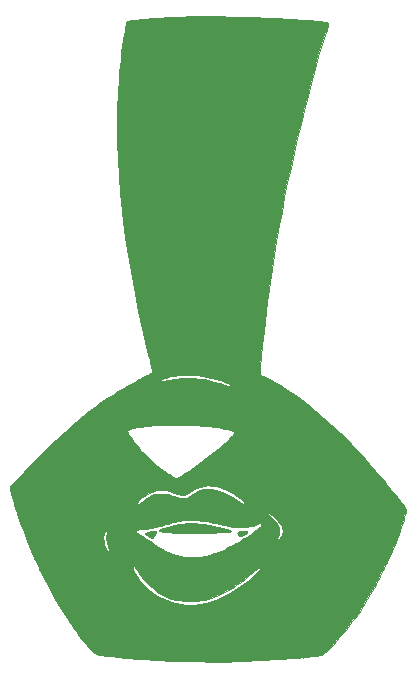
<source format=gbr>
G04 #@! TF.GenerationSoftware,KiCad,Pcbnew,(5.1.2)-1*
G04 #@! TF.CreationDate,2019-06-26T23:30:14+01:00*
G04 #@! TF.ProjectId,Real Raw Avocato cut,5265616c-2052-4617-9720-41766f636174,rev?*
G04 #@! TF.SameCoordinates,Original*
G04 #@! TF.FileFunction,Legend,Top*
G04 #@! TF.FilePolarity,Positive*
%FSLAX46Y46*%
G04 Gerber Fmt 4.6, Leading zero omitted, Abs format (unit mm)*
G04 Created by KiCad (PCBNEW (5.1.2)-1) date 2019-06-26 23:30:14*
%MOMM*%
%LPD*%
G04 APERTURE LIST*
%ADD10C,0.010000*%
%ADD11C,2.100000*%
%ADD12O,2.100000X2.100000*%
G04 APERTURE END LIST*
D10*
G36*
X137418244Y-69549213D02*
G01*
X138132404Y-69557027D01*
X138874119Y-69571137D01*
X139646736Y-69591506D01*
X140453604Y-69618100D01*
X141298072Y-69650881D01*
X141542000Y-69661176D01*
X142044255Y-69683438D01*
X142534075Y-69706556D01*
X143009532Y-69730392D01*
X143468695Y-69754808D01*
X143909635Y-69779668D01*
X144330424Y-69804834D01*
X144729132Y-69830169D01*
X145103828Y-69855536D01*
X145452586Y-69880797D01*
X145773473Y-69905816D01*
X146064563Y-69930454D01*
X146323925Y-69954575D01*
X146549630Y-69978041D01*
X146739748Y-70000715D01*
X146892351Y-70022459D01*
X147005509Y-70043138D01*
X147045773Y-70052785D01*
X147085842Y-70066372D01*
X147116019Y-70085540D01*
X147135892Y-70114153D01*
X147145047Y-70156073D01*
X147143071Y-70215165D01*
X147129553Y-70295292D01*
X147104079Y-70400317D01*
X147066235Y-70534105D01*
X147015610Y-70700518D01*
X146956442Y-70888750D01*
X146641880Y-71902982D01*
X146328601Y-72956109D01*
X146017441Y-74044696D01*
X145709238Y-75165308D01*
X145404828Y-76314509D01*
X145105049Y-77488863D01*
X144810737Y-78684935D01*
X144522730Y-79899289D01*
X144241863Y-81128490D01*
X143968975Y-82369102D01*
X143704902Y-83617690D01*
X143450480Y-84870819D01*
X143206548Y-86125052D01*
X143078103Y-86809018D01*
X142759699Y-88588003D01*
X142469585Y-90338012D01*
X142207436Y-92061266D01*
X141972926Y-93759986D01*
X141765731Y-95436394D01*
X141615902Y-96796750D01*
X141600306Y-96949193D01*
X141582841Y-97124251D01*
X141563859Y-97318055D01*
X141543714Y-97526740D01*
X141522760Y-97746438D01*
X141501350Y-97973282D01*
X141479839Y-98203404D01*
X141458579Y-98432937D01*
X141437925Y-98658014D01*
X141418229Y-98874768D01*
X141399846Y-99079331D01*
X141383129Y-99267837D01*
X141368432Y-99436418D01*
X141356109Y-99581207D01*
X141346512Y-99698337D01*
X141339996Y-99783940D01*
X141336914Y-99834149D01*
X141337060Y-99846248D01*
X141356136Y-99856088D01*
X141407807Y-99882656D01*
X141487006Y-99923348D01*
X141588664Y-99975561D01*
X141707715Y-100036691D01*
X141817166Y-100092882D01*
X142220740Y-100304480D01*
X142596354Y-100511197D01*
X142956567Y-100720409D01*
X143313940Y-100939490D01*
X143681033Y-101175818D01*
X143833598Y-101276958D01*
X144499266Y-101738534D01*
X145173813Y-102239706D01*
X145855695Y-102779043D01*
X146543368Y-103355110D01*
X147235291Y-103966475D01*
X147929918Y-104611703D01*
X148625709Y-105289363D01*
X149321118Y-105998020D01*
X150014603Y-106736241D01*
X150704621Y-107502593D01*
X151386061Y-108291428D01*
X151617316Y-108565961D01*
X151846256Y-108840279D01*
X152070896Y-109111876D01*
X152289251Y-109378249D01*
X152499334Y-109636892D01*
X152699162Y-109885300D01*
X152886749Y-110120970D01*
X153060109Y-110341396D01*
X153217257Y-110544074D01*
X153356208Y-110726499D01*
X153474977Y-110886167D01*
X153571578Y-111020572D01*
X153644026Y-111127210D01*
X153680615Y-111186246D01*
X153714356Y-111250370D01*
X153729724Y-111303481D01*
X153730817Y-111365967D01*
X153726517Y-111414624D01*
X153704844Y-111554173D01*
X153665808Y-111728992D01*
X153610456Y-111936230D01*
X153539833Y-112173035D01*
X153454986Y-112436555D01*
X153356960Y-112723939D01*
X153246801Y-113032335D01*
X153125556Y-113358893D01*
X152994269Y-113700760D01*
X152853988Y-114055085D01*
X152705757Y-114419016D01*
X152550623Y-114789703D01*
X152389633Y-115164292D01*
X152223831Y-115539934D01*
X152166797Y-115666834D01*
X152090956Y-115831445D01*
X151998903Y-116025771D01*
X151894421Y-116242212D01*
X151781290Y-116473170D01*
X151663292Y-116711044D01*
X151544210Y-116948234D01*
X151427825Y-117177141D01*
X151317918Y-117390166D01*
X151218272Y-117579709D01*
X151171434Y-117667084D01*
X150703755Y-118499781D01*
X150221164Y-119294637D01*
X149721935Y-120054038D01*
X149204346Y-120780369D01*
X148666672Y-121476015D01*
X148107190Y-122143361D01*
X147524176Y-122784794D01*
X147317328Y-123000442D01*
X147162205Y-123158278D01*
X147031175Y-123287371D01*
X146920390Y-123390784D01*
X146826003Y-123471577D01*
X146744167Y-123532812D01*
X146671035Y-123577551D01*
X146602758Y-123608854D01*
X146535491Y-123629784D01*
X146522647Y-123632809D01*
X146373077Y-123662528D01*
X146186525Y-123693060D01*
X145968315Y-123723734D01*
X145723774Y-123753876D01*
X145458224Y-123782817D01*
X145176993Y-123809884D01*
X144992166Y-123825837D01*
X144855118Y-123836673D01*
X144681787Y-123849633D01*
X144478146Y-123864323D01*
X144250170Y-123880348D01*
X144003833Y-123897313D01*
X143745110Y-123914824D01*
X143479975Y-123932486D01*
X143214403Y-123949905D01*
X142954367Y-123966686D01*
X142705843Y-123982434D01*
X142474805Y-123996756D01*
X142267228Y-124009255D01*
X142089085Y-124019538D01*
X141946351Y-124027210D01*
X141933583Y-124027852D01*
X141796466Y-124034772D01*
X141626384Y-124043487D01*
X141432645Y-124053513D01*
X141224556Y-124064366D01*
X141011424Y-124075560D01*
X140802556Y-124086612D01*
X140695333Y-124092323D01*
X140512119Y-124101912D01*
X140336705Y-124110728D01*
X140174949Y-124118503D01*
X140032707Y-124124971D01*
X139915838Y-124129864D01*
X139830198Y-124132914D01*
X139785166Y-124133862D01*
X139719598Y-124136109D01*
X139678943Y-124141732D01*
X139671816Y-124149524D01*
X139672084Y-124149699D01*
X139661570Y-124155623D01*
X139615645Y-124160995D01*
X139541228Y-124165304D01*
X139445241Y-124168042D01*
X139418084Y-124168427D01*
X139292497Y-124170642D01*
X139162187Y-124174253D01*
X139043378Y-124178741D01*
X138959666Y-124183101D01*
X138861087Y-124188044D01*
X138731778Y-124192480D01*
X138578159Y-124196360D01*
X138406650Y-124199636D01*
X138223670Y-124202260D01*
X138035641Y-124204184D01*
X137848980Y-124205359D01*
X137670108Y-124205736D01*
X137505445Y-124205269D01*
X137361410Y-124203907D01*
X137244424Y-124201604D01*
X137160905Y-124198311D01*
X137139333Y-124196794D01*
X137060899Y-124191953D01*
X136945738Y-124187437D01*
X136799456Y-124183308D01*
X136627658Y-124179630D01*
X136435951Y-124176463D01*
X136229939Y-124173871D01*
X136015230Y-124171916D01*
X135797427Y-124170660D01*
X135582138Y-124170166D01*
X135374967Y-124170494D01*
X135181521Y-124171709D01*
X135035837Y-124173428D01*
X134931583Y-124174634D01*
X134829496Y-124174967D01*
X134725955Y-124174263D01*
X134617336Y-124172357D01*
X134500015Y-124169085D01*
X134370369Y-124164281D01*
X134224775Y-124157781D01*
X134059609Y-124149419D01*
X133871248Y-124139031D01*
X133656070Y-124126452D01*
X133410450Y-124111517D01*
X133130765Y-124094061D01*
X132813392Y-124073920D01*
X132726083Y-124068340D01*
X132266578Y-124038512D01*
X131844495Y-124010158D01*
X131454963Y-123982866D01*
X131093111Y-123956225D01*
X130754070Y-123929824D01*
X130432969Y-123903252D01*
X130124938Y-123876098D01*
X129825107Y-123847951D01*
X129528606Y-123818399D01*
X129230564Y-123787032D01*
X128926110Y-123753439D01*
X128728189Y-123730874D01*
X128468555Y-123700507D01*
X128247557Y-123673624D01*
X128061692Y-123649661D01*
X127907456Y-123628056D01*
X127781346Y-123608245D01*
X127679858Y-123589666D01*
X127599488Y-123571756D01*
X127536733Y-123553950D01*
X127488090Y-123535688D01*
X127474381Y-123529389D01*
X127380521Y-123471628D01*
X127266341Y-123380211D01*
X127133786Y-123257488D01*
X126984803Y-123105808D01*
X126821337Y-122927520D01*
X126645333Y-122724975D01*
X126458736Y-122500521D01*
X126263494Y-122256508D01*
X126061550Y-121995286D01*
X125854850Y-121719203D01*
X125645341Y-121430609D01*
X125434967Y-121131854D01*
X125225674Y-120825287D01*
X125185662Y-120765557D01*
X124659556Y-119949206D01*
X124146405Y-119095938D01*
X123648097Y-118209699D01*
X123166514Y-117294431D01*
X122703542Y-116354079D01*
X122631496Y-116197522D01*
X130600033Y-116197522D01*
X130621981Y-116300797D01*
X130667034Y-116424858D01*
X130733217Y-116566365D01*
X130818555Y-116721977D01*
X130921073Y-116888352D01*
X131038794Y-117062150D01*
X131169745Y-117240029D01*
X131311949Y-117418647D01*
X131463431Y-117594665D01*
X131622215Y-117764740D01*
X131659893Y-117802999D01*
X131980076Y-118098855D01*
X132325258Y-118369622D01*
X132690867Y-118613013D01*
X133072336Y-118826738D01*
X133465093Y-119008510D01*
X133864570Y-119156041D01*
X134266196Y-119267042D01*
X134665402Y-119339226D01*
X134747732Y-119349154D01*
X134981582Y-119371911D01*
X135188717Y-119384976D01*
X135383556Y-119388649D01*
X135580523Y-119383227D01*
X135776301Y-119370440D01*
X136293450Y-119308309D01*
X136811333Y-119204545D01*
X137328528Y-119059791D01*
X137843611Y-118874691D01*
X138355160Y-118649890D01*
X138861751Y-118386031D01*
X139361962Y-118083760D01*
X139854369Y-117743720D01*
X140337550Y-117366556D01*
X140494250Y-117234469D01*
X140694994Y-117059462D01*
X140872964Y-116898940D01*
X141026529Y-116754562D01*
X141154061Y-116627982D01*
X141253931Y-116520856D01*
X141324510Y-116434842D01*
X141364170Y-116371595D01*
X141372666Y-116341281D01*
X141355174Y-116302674D01*
X141322822Y-116278215D01*
X141291513Y-116269263D01*
X141255193Y-116271092D01*
X141210627Y-116285885D01*
X141154579Y-116315824D01*
X141083810Y-116363092D01*
X140995085Y-116429872D01*
X140885167Y-116518345D01*
X140750820Y-116630694D01*
X140588806Y-116769101D01*
X140567037Y-116787836D01*
X140154685Y-117128666D01*
X139735845Y-117447188D01*
X139313806Y-117741513D01*
X138891856Y-118009753D01*
X138473286Y-118250018D01*
X138061385Y-118460421D01*
X137659441Y-118639073D01*
X137270746Y-118784085D01*
X136899868Y-118893247D01*
X136709369Y-118937542D01*
X136522871Y-118972847D01*
X136332521Y-118999950D01*
X136130468Y-119019636D01*
X135908857Y-119032692D01*
X135659838Y-119039905D01*
X135414250Y-119042039D01*
X135118168Y-119039578D01*
X134857562Y-119030629D01*
X134625937Y-119014243D01*
X134416799Y-118989475D01*
X134223656Y-118955377D01*
X134040012Y-118911001D01*
X133859375Y-118855401D01*
X133678411Y-118788876D01*
X133298564Y-118624164D01*
X132946963Y-118438872D01*
X132616090Y-118228053D01*
X132298429Y-117986762D01*
X131986461Y-117710053D01*
X131877024Y-117603721D01*
X131722099Y-117446524D01*
X131588150Y-117302153D01*
X131467904Y-117161475D01*
X131354093Y-117015356D01*
X131239443Y-116854664D01*
X131116685Y-116670264D01*
X131045511Y-116559264D01*
X130972041Y-116445530D01*
X130900008Y-116337584D01*
X130834801Y-116243245D01*
X130781809Y-116170328D01*
X130749960Y-116130540D01*
X130702047Y-116079379D01*
X130671078Y-116056517D01*
X130647883Y-116056931D01*
X130633356Y-116066699D01*
X130603167Y-116118376D01*
X130600033Y-116197522D01*
X122631496Y-116197522D01*
X122261067Y-115392587D01*
X121840972Y-114413898D01*
X121572323Y-113740667D01*
X128112682Y-113740667D01*
X128129967Y-113991026D01*
X128182615Y-114238475D01*
X128272441Y-114490678D01*
X128310914Y-114577028D01*
X128364151Y-114677133D01*
X128419754Y-114758219D01*
X128473713Y-114817528D01*
X128522018Y-114852302D01*
X128560656Y-114859783D01*
X128585619Y-114837215D01*
X128592896Y-114781838D01*
X128592207Y-114770449D01*
X128583021Y-114712087D01*
X128564399Y-114629254D01*
X128539975Y-114537742D01*
X128533941Y-114517198D01*
X128470379Y-114298163D01*
X128421484Y-114112087D01*
X128386429Y-113952534D01*
X128364384Y-113813069D01*
X128354522Y-113687255D01*
X128356017Y-113568655D01*
X128368038Y-113450834D01*
X128384381Y-113354354D01*
X128397466Y-113247937D01*
X128388214Y-113175921D01*
X128374985Y-113159671D01*
X130852833Y-113159671D01*
X130861065Y-113193320D01*
X130888156Y-113231888D01*
X130937695Y-113278308D01*
X131013274Y-113335510D01*
X131118482Y-113406426D01*
X131256911Y-113493988D01*
X131279288Y-113507829D01*
X131408138Y-113587371D01*
X131554211Y-113677575D01*
X131700183Y-113767740D01*
X131828733Y-113847169D01*
X131837083Y-113852330D01*
X131932805Y-113912271D01*
X132055191Y-113990100D01*
X132195639Y-114080280D01*
X132345553Y-114177275D01*
X132496331Y-114275547D01*
X132599083Y-114342986D01*
X132775247Y-114458789D01*
X132921385Y-114554213D01*
X133042686Y-114632374D01*
X133144338Y-114696388D01*
X133231530Y-114749371D01*
X133309450Y-114794439D01*
X133383287Y-114834709D01*
X133458230Y-114873297D01*
X133539467Y-114913319D01*
X133586404Y-114935964D01*
X133916218Y-115077536D01*
X134257384Y-115192286D01*
X134598812Y-115276955D01*
X134916833Y-115326943D01*
X135018534Y-115334466D01*
X135152851Y-115339212D01*
X135311387Y-115341344D01*
X135485742Y-115341030D01*
X135667518Y-115338433D01*
X135848315Y-115333720D01*
X136019736Y-115327056D01*
X136173382Y-115318607D01*
X136300854Y-115308538D01*
X136387916Y-115297965D01*
X136735326Y-115230411D01*
X137106009Y-115135302D01*
X137493331Y-115015042D01*
X137890655Y-114872036D01*
X138291347Y-114708688D01*
X138688770Y-114527402D01*
X139076290Y-114330581D01*
X139114066Y-114310232D01*
X139339674Y-114184690D01*
X139573453Y-114048396D01*
X139811024Y-113904316D01*
X140048008Y-113755411D01*
X140280027Y-113604644D01*
X140502699Y-113454980D01*
X140711647Y-113309380D01*
X140902492Y-113170809D01*
X141070853Y-113042228D01*
X141212352Y-112926602D01*
X141322610Y-112826893D01*
X141355709Y-112793474D01*
X141435253Y-112702560D01*
X141481034Y-112630935D01*
X141494519Y-112574416D01*
X141477176Y-112528821D01*
X141456023Y-112507683D01*
X141430145Y-112489535D01*
X141402183Y-112479512D01*
X141365789Y-112478775D01*
X141314619Y-112488484D01*
X141242325Y-112509802D01*
X141142561Y-112543889D01*
X141022547Y-112586987D01*
X140767864Y-112673736D01*
X140537252Y-112739151D01*
X140319398Y-112785130D01*
X140102983Y-112813571D01*
X139876691Y-112826372D01*
X139629208Y-112825432D01*
X139605250Y-112824730D01*
X139456273Y-112818220D01*
X139313793Y-112807567D01*
X139170676Y-112791638D01*
X139019787Y-112769302D01*
X138853991Y-112739427D01*
X138666154Y-112700883D01*
X138449141Y-112652538D01*
X138297855Y-112617391D01*
X137965428Y-112539951D01*
X137669133Y-112472686D01*
X137404189Y-112414904D01*
X137165813Y-112365915D01*
X136949224Y-112325026D01*
X136749637Y-112291547D01*
X136562273Y-112264786D01*
X136382347Y-112244050D01*
X136205079Y-112228650D01*
X136025685Y-112217893D01*
X135839384Y-112211088D01*
X135641393Y-112207544D01*
X135456583Y-112206575D01*
X135288395Y-112206969D01*
X135138081Y-112209000D01*
X135000855Y-112213510D01*
X134871926Y-112221344D01*
X134746509Y-112233343D01*
X134619815Y-112250352D01*
X134487056Y-112273212D01*
X134343444Y-112302768D01*
X134184192Y-112339863D01*
X134004512Y-112385339D01*
X133799615Y-112440039D01*
X133564715Y-112504808D01*
X133295022Y-112580487D01*
X133231625Y-112598379D01*
X132971354Y-112671396D01*
X132746462Y-112733184D01*
X132551814Y-112784801D01*
X132382277Y-112827301D01*
X132232717Y-112861742D01*
X132098001Y-112889179D01*
X131972996Y-112910669D01*
X131852567Y-112927268D01*
X131731582Y-112940032D01*
X131604906Y-112950018D01*
X131487833Y-112957171D01*
X131292920Y-112971297D01*
X131137425Y-112990458D01*
X131018640Y-113015517D01*
X130933853Y-113047340D01*
X130880357Y-113086790D01*
X130855442Y-113134730D01*
X130852833Y-113159671D01*
X128374985Y-113159671D01*
X128356023Y-113136380D01*
X128313074Y-113126834D01*
X128261512Y-113147079D01*
X128215009Y-113204399D01*
X128175238Y-113293673D01*
X128143872Y-113409778D01*
X128122581Y-113547593D01*
X128113039Y-113701994D01*
X128112682Y-113740667D01*
X121572323Y-113740667D01*
X121445143Y-113421956D01*
X121075464Y-112420706D01*
X120818796Y-111668243D01*
X142055706Y-111668243D01*
X142071706Y-111722441D01*
X142122249Y-111797040D01*
X142206919Y-111891304D01*
X142325301Y-112004494D01*
X142361475Y-112036865D01*
X142563613Y-112227390D01*
X142726989Y-112408015D01*
X142853248Y-112581469D01*
X142944032Y-112750481D01*
X143000988Y-112917780D01*
X143025758Y-113086093D01*
X143027152Y-113141660D01*
X143020688Y-113249790D01*
X142999171Y-113345708D01*
X142958067Y-113442145D01*
X142892843Y-113551829D01*
X142867606Y-113589645D01*
X142806515Y-113689594D01*
X142775802Y-113766379D01*
X142773813Y-113824512D01*
X142777302Y-113835870D01*
X142798340Y-113862768D01*
X142835901Y-113862433D01*
X142892714Y-113837961D01*
X142958670Y-113791188D01*
X143034845Y-113717781D01*
X143111790Y-113628594D01*
X143180060Y-113534480D01*
X143226093Y-113454917D01*
X143254595Y-113392955D01*
X143272784Y-113339186D01*
X143282938Y-113280815D01*
X143287333Y-113205044D01*
X143288250Y-113105667D01*
X143287516Y-113004315D01*
X143283298Y-112931199D01*
X143272567Y-112872221D01*
X143252297Y-112813285D01*
X143219461Y-112740297D01*
X143201886Y-112703500D01*
X143124013Y-112561263D01*
X143024516Y-112416228D01*
X142899249Y-112263156D01*
X142744063Y-112096806D01*
X142639705Y-111993137D01*
X142489525Y-111853223D01*
X142360945Y-111746005D01*
X142254703Y-111672018D01*
X142171537Y-111631795D01*
X142128993Y-111624000D01*
X142074663Y-111635184D01*
X142055706Y-111668243D01*
X120818796Y-111668243D01*
X120771214Y-111528750D01*
X120653127Y-111162702D01*
X120550795Y-110832715D01*
X120517071Y-110718142D01*
X130987639Y-110718142D01*
X130992367Y-110774334D01*
X131001228Y-110788192D01*
X131045816Y-110815820D01*
X131108848Y-110810718D01*
X131193366Y-110772418D01*
X131224397Y-110753735D01*
X131293576Y-110707054D01*
X131377951Y-110645717D01*
X131460293Y-110582281D01*
X131467273Y-110576692D01*
X131739492Y-110376128D01*
X132008506Y-110214473D01*
X132272506Y-110092733D01*
X132440333Y-110035548D01*
X132522751Y-110014795D01*
X132612370Y-109999695D01*
X132719345Y-109989071D01*
X132853830Y-109981749D01*
X132927166Y-109979182D01*
X133073107Y-109976855D01*
X133204664Y-109980397D01*
X133329666Y-109991252D01*
X133455942Y-110010860D01*
X133591321Y-110040664D01*
X133743631Y-110082104D01*
X133920701Y-110136624D01*
X134097919Y-110194792D01*
X134315682Y-110265298D01*
X134501084Y-110318602D01*
X134660660Y-110354216D01*
X134800944Y-110371648D01*
X134928472Y-110370411D01*
X135049776Y-110350014D01*
X135171393Y-110309969D01*
X135299857Y-110249784D01*
X135441701Y-110168972D01*
X135577223Y-110083985D01*
X135847990Y-109918813D01*
X136098148Y-109786150D01*
X136332430Y-109684593D01*
X136555567Y-109612736D01*
X136772288Y-109569178D01*
X136987326Y-109552513D01*
X137205411Y-109561338D01*
X137300895Y-109572564D01*
X137577759Y-109625190D01*
X137866839Y-109708148D01*
X138170036Y-109822296D01*
X138489252Y-109968493D01*
X138826391Y-110147597D01*
X139183353Y-110360467D01*
X139496738Y-110563870D01*
X139650155Y-110664013D01*
X139773677Y-110737928D01*
X139869932Y-110786485D01*
X139941547Y-110810557D01*
X139991151Y-110811014D01*
X140021371Y-110788729D01*
X140034834Y-110744571D01*
X140035060Y-110742379D01*
X140031106Y-110695314D01*
X140007840Y-110644774D01*
X139961742Y-110586863D01*
X139889289Y-110517687D01*
X139786959Y-110433351D01*
X139684990Y-110355177D01*
X139501539Y-110225053D01*
X139292561Y-110089841D01*
X139066280Y-109953988D01*
X138830924Y-109821938D01*
X138594717Y-109698139D01*
X138365885Y-109587036D01*
X138152655Y-109493073D01*
X137963251Y-109420698D01*
X137943666Y-109414059D01*
X137619051Y-109327508D01*
X137288737Y-109281876D01*
X136956636Y-109277171D01*
X136626660Y-109313395D01*
X136302720Y-109390555D01*
X136236120Y-109411862D01*
X136081199Y-109467194D01*
X135945726Y-109524552D01*
X135817374Y-109590326D01*
X135683820Y-109670904D01*
X135532739Y-109772676D01*
X135511836Y-109787326D01*
X135375074Y-109881156D01*
X135254973Y-109956034D01*
X135145654Y-110012321D01*
X135041239Y-110050376D01*
X134935849Y-110070557D01*
X134823604Y-110073224D01*
X134698625Y-110058736D01*
X134555034Y-110027451D01*
X134386952Y-109979728D01*
X134188499Y-109915927D01*
X134068296Y-109875479D01*
X133877893Y-109811489D01*
X133720303Y-109760557D01*
X133588575Y-109721226D01*
X133475756Y-109692035D01*
X133374894Y-109671525D01*
X133279038Y-109658236D01*
X133181234Y-109650708D01*
X133074532Y-109647483D01*
X132980083Y-109647017D01*
X132850720Y-109647983D01*
X132752577Y-109651225D01*
X132674548Y-109658030D01*
X132605533Y-109669682D01*
X132534428Y-109687466D01*
X132472529Y-109705760D01*
X132210324Y-109798421D01*
X131954780Y-109915212D01*
X131725475Y-110042153D01*
X131557998Y-110147861D01*
X131406323Y-110255557D01*
X131273385Y-110362222D01*
X131162115Y-110464833D01*
X131075445Y-110560371D01*
X131016309Y-110645814D01*
X130987639Y-110718142D01*
X120517071Y-110718142D01*
X120463423Y-110535887D01*
X120390211Y-110269317D01*
X120330363Y-110030102D01*
X120283082Y-109815342D01*
X120248009Y-109624827D01*
X120210085Y-109393070D01*
X120668417Y-108895030D01*
X121383150Y-108128065D01*
X122080806Y-107399072D01*
X122761923Y-106707529D01*
X123427041Y-106052914D01*
X124076696Y-105434704D01*
X124711426Y-104852378D01*
X124874926Y-104708217D01*
X130152523Y-104708217D01*
X130181017Y-104792383D01*
X130237142Y-104903546D01*
X130319902Y-105040086D01*
X130428302Y-105200378D01*
X130561346Y-105382802D01*
X130718037Y-105585734D01*
X130750509Y-105626613D01*
X131037252Y-105973816D01*
X131339195Y-106316486D01*
X131651820Y-106650300D01*
X131970609Y-106970938D01*
X132291041Y-107274079D01*
X132608598Y-107555401D01*
X132918762Y-107810584D01*
X133217014Y-108035306D01*
X133404562Y-108164458D01*
X133481468Y-108213167D01*
X133578252Y-108271326D01*
X133688590Y-108335463D01*
X133806154Y-108402106D01*
X133924616Y-108467782D01*
X134037652Y-108529019D01*
X134138933Y-108582346D01*
X134222133Y-108624289D01*
X134280926Y-108651378D01*
X134307855Y-108660191D01*
X134329915Y-108649852D01*
X134382312Y-108620758D01*
X134459273Y-108576253D01*
X134555028Y-108519679D01*
X134663805Y-108454379D01*
X134678271Y-108445624D01*
X135002401Y-108243513D01*
X135343730Y-108019987D01*
X135697469Y-107778721D01*
X136058827Y-107523392D01*
X136423016Y-107257674D01*
X136785245Y-106985243D01*
X137140726Y-106709775D01*
X137484668Y-106434944D01*
X137812281Y-106164427D01*
X138118777Y-105901898D01*
X138399366Y-105651034D01*
X138649257Y-105415510D01*
X138728086Y-105337874D01*
X138864409Y-105200349D01*
X138971867Y-105087834D01*
X139052879Y-104996810D01*
X139109859Y-104923762D01*
X139145224Y-104865173D01*
X139161391Y-104817526D01*
X139160776Y-104777305D01*
X139145794Y-104740994D01*
X139142170Y-104735228D01*
X139103752Y-104692875D01*
X139043908Y-104652929D01*
X138959480Y-104614388D01*
X138847311Y-104576249D01*
X138704241Y-104537512D01*
X138527112Y-104497173D01*
X138312768Y-104454232D01*
X138176500Y-104428893D01*
X137821630Y-104367729D01*
X137479120Y-104316073D01*
X137136641Y-104272416D01*
X136781866Y-104235248D01*
X136402466Y-104203059D01*
X136229166Y-104190406D01*
X136119184Y-104184495D01*
X135971614Y-104179287D01*
X135791194Y-104174783D01*
X135582663Y-104170983D01*
X135350760Y-104167888D01*
X135100223Y-104165496D01*
X134835792Y-104163810D01*
X134562206Y-104162829D01*
X134284203Y-104162552D01*
X134006522Y-104162981D01*
X133733902Y-104164115D01*
X133471081Y-104165955D01*
X133222800Y-104168501D01*
X132993796Y-104171752D01*
X132788808Y-104175710D01*
X132612575Y-104180375D01*
X132469837Y-104185746D01*
X132387416Y-104190251D01*
X131975942Y-104220763D01*
X131606516Y-104254938D01*
X131279008Y-104292803D01*
X130993289Y-104334384D01*
X130749231Y-104379708D01*
X130546703Y-104428801D01*
X130385577Y-104481691D01*
X130265723Y-104538405D01*
X130187012Y-104598968D01*
X130152656Y-104652671D01*
X130152523Y-104708217D01*
X124874926Y-104708217D01*
X125331769Y-104305412D01*
X125825750Y-103886534D01*
X126382516Y-103429667D01*
X126917241Y-103004571D01*
X127433073Y-102608996D01*
X127933162Y-102240692D01*
X128420658Y-101897410D01*
X128898712Y-101576899D01*
X129370472Y-101276910D01*
X129839090Y-100995191D01*
X130018166Y-100891792D01*
X130121377Y-100833920D01*
X130255781Y-100760187D01*
X130414907Y-100674057D01*
X130592282Y-100578993D01*
X130781434Y-100478460D01*
X130959817Y-100384397D01*
X132969500Y-100384397D01*
X132981079Y-100418636D01*
X133017581Y-100439414D01*
X133081649Y-100446606D01*
X133175929Y-100440087D01*
X133303065Y-100419734D01*
X133465702Y-100385422D01*
X133593916Y-100355035D01*
X133794108Y-100309409D01*
X133988958Y-100272547D01*
X134185924Y-100243726D01*
X134392466Y-100222224D01*
X134616043Y-100207319D01*
X134864113Y-100198289D01*
X135144136Y-100194411D01*
X135255500Y-100194138D01*
X135584386Y-100197449D01*
X135884253Y-100208217D01*
X136163168Y-100227773D01*
X136429195Y-100257447D01*
X136690400Y-100298568D01*
X136954850Y-100352466D01*
X137230608Y-100420470D01*
X137525743Y-100503911D01*
X137848318Y-100604118D01*
X137957805Y-100639665D01*
X138158895Y-100704715D01*
X138324213Y-100756160D01*
X138457757Y-100794906D01*
X138563525Y-100821855D01*
X138645514Y-100837912D01*
X138707723Y-100843981D01*
X138754149Y-100840966D01*
X138788790Y-100829771D01*
X138791724Y-100828255D01*
X138824705Y-100798332D01*
X138832666Y-100776356D01*
X138812960Y-100739710D01*
X138756361Y-100693204D01*
X138666653Y-100638711D01*
X138547617Y-100578108D01*
X138403036Y-100513269D01*
X138236692Y-100446069D01*
X138052366Y-100378385D01*
X137979215Y-100353205D01*
X137624423Y-100244146D01*
X137245165Y-100147512D01*
X136849995Y-100064555D01*
X136447467Y-99996528D01*
X136046135Y-99944685D01*
X135654553Y-99910278D01*
X135281276Y-99894561D01*
X134934856Y-99898785D01*
X134891322Y-99900914D01*
X134667090Y-99916980D01*
X134441372Y-99940700D01*
X134218110Y-99971083D01*
X134001245Y-100007137D01*
X133794719Y-100047870D01*
X133602474Y-100092291D01*
X133428453Y-100139408D01*
X133276595Y-100188228D01*
X133150844Y-100237762D01*
X133055141Y-100287016D01*
X132993428Y-100335000D01*
X132969646Y-100380721D01*
X132969500Y-100384397D01*
X130959817Y-100384397D01*
X130975892Y-100375921D01*
X131169184Y-100274839D01*
X131231423Y-100242490D01*
X131450275Y-100128962D01*
X131634582Y-100033222D01*
X131787306Y-99953423D01*
X131911406Y-99887718D01*
X132009844Y-99834259D01*
X132085578Y-99791201D01*
X132141570Y-99756695D01*
X132180779Y-99728895D01*
X132206167Y-99705954D01*
X132220693Y-99686025D01*
X132227317Y-99667259D01*
X132229001Y-99647812D01*
X132228703Y-99625834D01*
X132228666Y-99620268D01*
X132226296Y-99571878D01*
X132218734Y-99508882D01*
X132205301Y-99428222D01*
X132185318Y-99326841D01*
X132158106Y-99201679D01*
X132122986Y-99049680D01*
X132079279Y-98867784D01*
X132026307Y-98652935D01*
X131963390Y-98402073D01*
X131921367Y-98236084D01*
X131464565Y-96354885D01*
X131049780Y-94475397D01*
X130676798Y-92596430D01*
X130345400Y-90716797D01*
X130055372Y-88835311D01*
X129806497Y-86950782D01*
X129700346Y-86033500D01*
X129551602Y-84544149D01*
X129436030Y-83071911D01*
X129353661Y-81618089D01*
X129304527Y-80183988D01*
X129288660Y-78770910D01*
X129306093Y-77380158D01*
X129356859Y-76013036D01*
X129424898Y-74889250D01*
X129469325Y-74316259D01*
X129519695Y-73761362D01*
X129577205Y-73214439D01*
X129643052Y-72665366D01*
X129718433Y-72104022D01*
X129804544Y-71520287D01*
X129879188Y-71047500D01*
X129908338Y-70866889D01*
X129935843Y-70695310D01*
X129960836Y-70538262D01*
X129982449Y-70401246D01*
X129999813Y-70289760D01*
X130012062Y-70209305D01*
X130018185Y-70166502D01*
X130028621Y-70100437D01*
X130039935Y-70051480D01*
X130045575Y-70037164D01*
X130074209Y-70008814D01*
X130123843Y-69982036D01*
X130196743Y-69956457D01*
X130295174Y-69931703D01*
X130421402Y-69907402D01*
X130577695Y-69883180D01*
X130766317Y-69858664D01*
X130989534Y-69833481D01*
X131249614Y-69807257D01*
X131548821Y-69779619D01*
X131678333Y-69768226D01*
X132295164Y-69717737D01*
X132909417Y-69673871D01*
X133524441Y-69636592D01*
X134143582Y-69605864D01*
X134770190Y-69581651D01*
X135407612Y-69563915D01*
X136059196Y-69552621D01*
X136728291Y-69547733D01*
X137418244Y-69549213D01*
X137418244Y-69549213D01*
G37*
X137418244Y-69549213D02*
X138132404Y-69557027D01*
X138874119Y-69571137D01*
X139646736Y-69591506D01*
X140453604Y-69618100D01*
X141298072Y-69650881D01*
X141542000Y-69661176D01*
X142044255Y-69683438D01*
X142534075Y-69706556D01*
X143009532Y-69730392D01*
X143468695Y-69754808D01*
X143909635Y-69779668D01*
X144330424Y-69804834D01*
X144729132Y-69830169D01*
X145103828Y-69855536D01*
X145452586Y-69880797D01*
X145773473Y-69905816D01*
X146064563Y-69930454D01*
X146323925Y-69954575D01*
X146549630Y-69978041D01*
X146739748Y-70000715D01*
X146892351Y-70022459D01*
X147005509Y-70043138D01*
X147045773Y-70052785D01*
X147085842Y-70066372D01*
X147116019Y-70085540D01*
X147135892Y-70114153D01*
X147145047Y-70156073D01*
X147143071Y-70215165D01*
X147129553Y-70295292D01*
X147104079Y-70400317D01*
X147066235Y-70534105D01*
X147015610Y-70700518D01*
X146956442Y-70888750D01*
X146641880Y-71902982D01*
X146328601Y-72956109D01*
X146017441Y-74044696D01*
X145709238Y-75165308D01*
X145404828Y-76314509D01*
X145105049Y-77488863D01*
X144810737Y-78684935D01*
X144522730Y-79899289D01*
X144241863Y-81128490D01*
X143968975Y-82369102D01*
X143704902Y-83617690D01*
X143450480Y-84870819D01*
X143206548Y-86125052D01*
X143078103Y-86809018D01*
X142759699Y-88588003D01*
X142469585Y-90338012D01*
X142207436Y-92061266D01*
X141972926Y-93759986D01*
X141765731Y-95436394D01*
X141615902Y-96796750D01*
X141600306Y-96949193D01*
X141582841Y-97124251D01*
X141563859Y-97318055D01*
X141543714Y-97526740D01*
X141522760Y-97746438D01*
X141501350Y-97973282D01*
X141479839Y-98203404D01*
X141458579Y-98432937D01*
X141437925Y-98658014D01*
X141418229Y-98874768D01*
X141399846Y-99079331D01*
X141383129Y-99267837D01*
X141368432Y-99436418D01*
X141356109Y-99581207D01*
X141346512Y-99698337D01*
X141339996Y-99783940D01*
X141336914Y-99834149D01*
X141337060Y-99846248D01*
X141356136Y-99856088D01*
X141407807Y-99882656D01*
X141487006Y-99923348D01*
X141588664Y-99975561D01*
X141707715Y-100036691D01*
X141817166Y-100092882D01*
X142220740Y-100304480D01*
X142596354Y-100511197D01*
X142956567Y-100720409D01*
X143313940Y-100939490D01*
X143681033Y-101175818D01*
X143833598Y-101276958D01*
X144499266Y-101738534D01*
X145173813Y-102239706D01*
X145855695Y-102779043D01*
X146543368Y-103355110D01*
X147235291Y-103966475D01*
X147929918Y-104611703D01*
X148625709Y-105289363D01*
X149321118Y-105998020D01*
X150014603Y-106736241D01*
X150704621Y-107502593D01*
X151386061Y-108291428D01*
X151617316Y-108565961D01*
X151846256Y-108840279D01*
X152070896Y-109111876D01*
X152289251Y-109378249D01*
X152499334Y-109636892D01*
X152699162Y-109885300D01*
X152886749Y-110120970D01*
X153060109Y-110341396D01*
X153217257Y-110544074D01*
X153356208Y-110726499D01*
X153474977Y-110886167D01*
X153571578Y-111020572D01*
X153644026Y-111127210D01*
X153680615Y-111186246D01*
X153714356Y-111250370D01*
X153729724Y-111303481D01*
X153730817Y-111365967D01*
X153726517Y-111414624D01*
X153704844Y-111554173D01*
X153665808Y-111728992D01*
X153610456Y-111936230D01*
X153539833Y-112173035D01*
X153454986Y-112436555D01*
X153356960Y-112723939D01*
X153246801Y-113032335D01*
X153125556Y-113358893D01*
X152994269Y-113700760D01*
X152853988Y-114055085D01*
X152705757Y-114419016D01*
X152550623Y-114789703D01*
X152389633Y-115164292D01*
X152223831Y-115539934D01*
X152166797Y-115666834D01*
X152090956Y-115831445D01*
X151998903Y-116025771D01*
X151894421Y-116242212D01*
X151781290Y-116473170D01*
X151663292Y-116711044D01*
X151544210Y-116948234D01*
X151427825Y-117177141D01*
X151317918Y-117390166D01*
X151218272Y-117579709D01*
X151171434Y-117667084D01*
X150703755Y-118499781D01*
X150221164Y-119294637D01*
X149721935Y-120054038D01*
X149204346Y-120780369D01*
X148666672Y-121476015D01*
X148107190Y-122143361D01*
X147524176Y-122784794D01*
X147317328Y-123000442D01*
X147162205Y-123158278D01*
X147031175Y-123287371D01*
X146920390Y-123390784D01*
X146826003Y-123471577D01*
X146744167Y-123532812D01*
X146671035Y-123577551D01*
X146602758Y-123608854D01*
X146535491Y-123629784D01*
X146522647Y-123632809D01*
X146373077Y-123662528D01*
X146186525Y-123693060D01*
X145968315Y-123723734D01*
X145723774Y-123753876D01*
X145458224Y-123782817D01*
X145176993Y-123809884D01*
X144992166Y-123825837D01*
X144855118Y-123836673D01*
X144681787Y-123849633D01*
X144478146Y-123864323D01*
X144250170Y-123880348D01*
X144003833Y-123897313D01*
X143745110Y-123914824D01*
X143479975Y-123932486D01*
X143214403Y-123949905D01*
X142954367Y-123966686D01*
X142705843Y-123982434D01*
X142474805Y-123996756D01*
X142267228Y-124009255D01*
X142089085Y-124019538D01*
X141946351Y-124027210D01*
X141933583Y-124027852D01*
X141796466Y-124034772D01*
X141626384Y-124043487D01*
X141432645Y-124053513D01*
X141224556Y-124064366D01*
X141011424Y-124075560D01*
X140802556Y-124086612D01*
X140695333Y-124092323D01*
X140512119Y-124101912D01*
X140336705Y-124110728D01*
X140174949Y-124118503D01*
X140032707Y-124124971D01*
X139915838Y-124129864D01*
X139830198Y-124132914D01*
X139785166Y-124133862D01*
X139719598Y-124136109D01*
X139678943Y-124141732D01*
X139671816Y-124149524D01*
X139672084Y-124149699D01*
X139661570Y-124155623D01*
X139615645Y-124160995D01*
X139541228Y-124165304D01*
X139445241Y-124168042D01*
X139418084Y-124168427D01*
X139292497Y-124170642D01*
X139162187Y-124174253D01*
X139043378Y-124178741D01*
X138959666Y-124183101D01*
X138861087Y-124188044D01*
X138731778Y-124192480D01*
X138578159Y-124196360D01*
X138406650Y-124199636D01*
X138223670Y-124202260D01*
X138035641Y-124204184D01*
X137848980Y-124205359D01*
X137670108Y-124205736D01*
X137505445Y-124205269D01*
X137361410Y-124203907D01*
X137244424Y-124201604D01*
X137160905Y-124198311D01*
X137139333Y-124196794D01*
X137060899Y-124191953D01*
X136945738Y-124187437D01*
X136799456Y-124183308D01*
X136627658Y-124179630D01*
X136435951Y-124176463D01*
X136229939Y-124173871D01*
X136015230Y-124171916D01*
X135797427Y-124170660D01*
X135582138Y-124170166D01*
X135374967Y-124170494D01*
X135181521Y-124171709D01*
X135035837Y-124173428D01*
X134931583Y-124174634D01*
X134829496Y-124174967D01*
X134725955Y-124174263D01*
X134617336Y-124172357D01*
X134500015Y-124169085D01*
X134370369Y-124164281D01*
X134224775Y-124157781D01*
X134059609Y-124149419D01*
X133871248Y-124139031D01*
X133656070Y-124126452D01*
X133410450Y-124111517D01*
X133130765Y-124094061D01*
X132813392Y-124073920D01*
X132726083Y-124068340D01*
X132266578Y-124038512D01*
X131844495Y-124010158D01*
X131454963Y-123982866D01*
X131093111Y-123956225D01*
X130754070Y-123929824D01*
X130432969Y-123903252D01*
X130124938Y-123876098D01*
X129825107Y-123847951D01*
X129528606Y-123818399D01*
X129230564Y-123787032D01*
X128926110Y-123753439D01*
X128728189Y-123730874D01*
X128468555Y-123700507D01*
X128247557Y-123673624D01*
X128061692Y-123649661D01*
X127907456Y-123628056D01*
X127781346Y-123608245D01*
X127679858Y-123589666D01*
X127599488Y-123571756D01*
X127536733Y-123553950D01*
X127488090Y-123535688D01*
X127474381Y-123529389D01*
X127380521Y-123471628D01*
X127266341Y-123380211D01*
X127133786Y-123257488D01*
X126984803Y-123105808D01*
X126821337Y-122927520D01*
X126645333Y-122724975D01*
X126458736Y-122500521D01*
X126263494Y-122256508D01*
X126061550Y-121995286D01*
X125854850Y-121719203D01*
X125645341Y-121430609D01*
X125434967Y-121131854D01*
X125225674Y-120825287D01*
X125185662Y-120765557D01*
X124659556Y-119949206D01*
X124146405Y-119095938D01*
X123648097Y-118209699D01*
X123166514Y-117294431D01*
X122703542Y-116354079D01*
X122631496Y-116197522D01*
X130600033Y-116197522D01*
X130621981Y-116300797D01*
X130667034Y-116424858D01*
X130733217Y-116566365D01*
X130818555Y-116721977D01*
X130921073Y-116888352D01*
X131038794Y-117062150D01*
X131169745Y-117240029D01*
X131311949Y-117418647D01*
X131463431Y-117594665D01*
X131622215Y-117764740D01*
X131659893Y-117802999D01*
X131980076Y-118098855D01*
X132325258Y-118369622D01*
X132690867Y-118613013D01*
X133072336Y-118826738D01*
X133465093Y-119008510D01*
X133864570Y-119156041D01*
X134266196Y-119267042D01*
X134665402Y-119339226D01*
X134747732Y-119349154D01*
X134981582Y-119371911D01*
X135188717Y-119384976D01*
X135383556Y-119388649D01*
X135580523Y-119383227D01*
X135776301Y-119370440D01*
X136293450Y-119308309D01*
X136811333Y-119204545D01*
X137328528Y-119059791D01*
X137843611Y-118874691D01*
X138355160Y-118649890D01*
X138861751Y-118386031D01*
X139361962Y-118083760D01*
X139854369Y-117743720D01*
X140337550Y-117366556D01*
X140494250Y-117234469D01*
X140694994Y-117059462D01*
X140872964Y-116898940D01*
X141026529Y-116754562D01*
X141154061Y-116627982D01*
X141253931Y-116520856D01*
X141324510Y-116434842D01*
X141364170Y-116371595D01*
X141372666Y-116341281D01*
X141355174Y-116302674D01*
X141322822Y-116278215D01*
X141291513Y-116269263D01*
X141255193Y-116271092D01*
X141210627Y-116285885D01*
X141154579Y-116315824D01*
X141083810Y-116363092D01*
X140995085Y-116429872D01*
X140885167Y-116518345D01*
X140750820Y-116630694D01*
X140588806Y-116769101D01*
X140567037Y-116787836D01*
X140154685Y-117128666D01*
X139735845Y-117447188D01*
X139313806Y-117741513D01*
X138891856Y-118009753D01*
X138473286Y-118250018D01*
X138061385Y-118460421D01*
X137659441Y-118639073D01*
X137270746Y-118784085D01*
X136899868Y-118893247D01*
X136709369Y-118937542D01*
X136522871Y-118972847D01*
X136332521Y-118999950D01*
X136130468Y-119019636D01*
X135908857Y-119032692D01*
X135659838Y-119039905D01*
X135414250Y-119042039D01*
X135118168Y-119039578D01*
X134857562Y-119030629D01*
X134625937Y-119014243D01*
X134416799Y-118989475D01*
X134223656Y-118955377D01*
X134040012Y-118911001D01*
X133859375Y-118855401D01*
X133678411Y-118788876D01*
X133298564Y-118624164D01*
X132946963Y-118438872D01*
X132616090Y-118228053D01*
X132298429Y-117986762D01*
X131986461Y-117710053D01*
X131877024Y-117603721D01*
X131722099Y-117446524D01*
X131588150Y-117302153D01*
X131467904Y-117161475D01*
X131354093Y-117015356D01*
X131239443Y-116854664D01*
X131116685Y-116670264D01*
X131045511Y-116559264D01*
X130972041Y-116445530D01*
X130900008Y-116337584D01*
X130834801Y-116243245D01*
X130781809Y-116170328D01*
X130749960Y-116130540D01*
X130702047Y-116079379D01*
X130671078Y-116056517D01*
X130647883Y-116056931D01*
X130633356Y-116066699D01*
X130603167Y-116118376D01*
X130600033Y-116197522D01*
X122631496Y-116197522D01*
X122261067Y-115392587D01*
X121840972Y-114413898D01*
X121572323Y-113740667D01*
X128112682Y-113740667D01*
X128129967Y-113991026D01*
X128182615Y-114238475D01*
X128272441Y-114490678D01*
X128310914Y-114577028D01*
X128364151Y-114677133D01*
X128419754Y-114758219D01*
X128473713Y-114817528D01*
X128522018Y-114852302D01*
X128560656Y-114859783D01*
X128585619Y-114837215D01*
X128592896Y-114781838D01*
X128592207Y-114770449D01*
X128583021Y-114712087D01*
X128564399Y-114629254D01*
X128539975Y-114537742D01*
X128533941Y-114517198D01*
X128470379Y-114298163D01*
X128421484Y-114112087D01*
X128386429Y-113952534D01*
X128364384Y-113813069D01*
X128354522Y-113687255D01*
X128356017Y-113568655D01*
X128368038Y-113450834D01*
X128384381Y-113354354D01*
X128397466Y-113247937D01*
X128388214Y-113175921D01*
X128374985Y-113159671D01*
X130852833Y-113159671D01*
X130861065Y-113193320D01*
X130888156Y-113231888D01*
X130937695Y-113278308D01*
X131013274Y-113335510D01*
X131118482Y-113406426D01*
X131256911Y-113493988D01*
X131279288Y-113507829D01*
X131408138Y-113587371D01*
X131554211Y-113677575D01*
X131700183Y-113767740D01*
X131828733Y-113847169D01*
X131837083Y-113852330D01*
X131932805Y-113912271D01*
X132055191Y-113990100D01*
X132195639Y-114080280D01*
X132345553Y-114177275D01*
X132496331Y-114275547D01*
X132599083Y-114342986D01*
X132775247Y-114458789D01*
X132921385Y-114554213D01*
X133042686Y-114632374D01*
X133144338Y-114696388D01*
X133231530Y-114749371D01*
X133309450Y-114794439D01*
X133383287Y-114834709D01*
X133458230Y-114873297D01*
X133539467Y-114913319D01*
X133586404Y-114935964D01*
X133916218Y-115077536D01*
X134257384Y-115192286D01*
X134598812Y-115276955D01*
X134916833Y-115326943D01*
X135018534Y-115334466D01*
X135152851Y-115339212D01*
X135311387Y-115341344D01*
X135485742Y-115341030D01*
X135667518Y-115338433D01*
X135848315Y-115333720D01*
X136019736Y-115327056D01*
X136173382Y-115318607D01*
X136300854Y-115308538D01*
X136387916Y-115297965D01*
X136735326Y-115230411D01*
X137106009Y-115135302D01*
X137493331Y-115015042D01*
X137890655Y-114872036D01*
X138291347Y-114708688D01*
X138688770Y-114527402D01*
X139076290Y-114330581D01*
X139114066Y-114310232D01*
X139339674Y-114184690D01*
X139573453Y-114048396D01*
X139811024Y-113904316D01*
X140048008Y-113755411D01*
X140280027Y-113604644D01*
X140502699Y-113454980D01*
X140711647Y-113309380D01*
X140902492Y-113170809D01*
X141070853Y-113042228D01*
X141212352Y-112926602D01*
X141322610Y-112826893D01*
X141355709Y-112793474D01*
X141435253Y-112702560D01*
X141481034Y-112630935D01*
X141494519Y-112574416D01*
X141477176Y-112528821D01*
X141456023Y-112507683D01*
X141430145Y-112489535D01*
X141402183Y-112479512D01*
X141365789Y-112478775D01*
X141314619Y-112488484D01*
X141242325Y-112509802D01*
X141142561Y-112543889D01*
X141022547Y-112586987D01*
X140767864Y-112673736D01*
X140537252Y-112739151D01*
X140319398Y-112785130D01*
X140102983Y-112813571D01*
X139876691Y-112826372D01*
X139629208Y-112825432D01*
X139605250Y-112824730D01*
X139456273Y-112818220D01*
X139313793Y-112807567D01*
X139170676Y-112791638D01*
X139019787Y-112769302D01*
X138853991Y-112739427D01*
X138666154Y-112700883D01*
X138449141Y-112652538D01*
X138297855Y-112617391D01*
X137965428Y-112539951D01*
X137669133Y-112472686D01*
X137404189Y-112414904D01*
X137165813Y-112365915D01*
X136949224Y-112325026D01*
X136749637Y-112291547D01*
X136562273Y-112264786D01*
X136382347Y-112244050D01*
X136205079Y-112228650D01*
X136025685Y-112217893D01*
X135839384Y-112211088D01*
X135641393Y-112207544D01*
X135456583Y-112206575D01*
X135288395Y-112206969D01*
X135138081Y-112209000D01*
X135000855Y-112213510D01*
X134871926Y-112221344D01*
X134746509Y-112233343D01*
X134619815Y-112250352D01*
X134487056Y-112273212D01*
X134343444Y-112302768D01*
X134184192Y-112339863D01*
X134004512Y-112385339D01*
X133799615Y-112440039D01*
X133564715Y-112504808D01*
X133295022Y-112580487D01*
X133231625Y-112598379D01*
X132971354Y-112671396D01*
X132746462Y-112733184D01*
X132551814Y-112784801D01*
X132382277Y-112827301D01*
X132232717Y-112861742D01*
X132098001Y-112889179D01*
X131972996Y-112910669D01*
X131852567Y-112927268D01*
X131731582Y-112940032D01*
X131604906Y-112950018D01*
X131487833Y-112957171D01*
X131292920Y-112971297D01*
X131137425Y-112990458D01*
X131018640Y-113015517D01*
X130933853Y-113047340D01*
X130880357Y-113086790D01*
X130855442Y-113134730D01*
X130852833Y-113159671D01*
X128374985Y-113159671D01*
X128356023Y-113136380D01*
X128313074Y-113126834D01*
X128261512Y-113147079D01*
X128215009Y-113204399D01*
X128175238Y-113293673D01*
X128143872Y-113409778D01*
X128122581Y-113547593D01*
X128113039Y-113701994D01*
X128112682Y-113740667D01*
X121572323Y-113740667D01*
X121445143Y-113421956D01*
X121075464Y-112420706D01*
X120818796Y-111668243D01*
X142055706Y-111668243D01*
X142071706Y-111722441D01*
X142122249Y-111797040D01*
X142206919Y-111891304D01*
X142325301Y-112004494D01*
X142361475Y-112036865D01*
X142563613Y-112227390D01*
X142726989Y-112408015D01*
X142853248Y-112581469D01*
X142944032Y-112750481D01*
X143000988Y-112917780D01*
X143025758Y-113086093D01*
X143027152Y-113141660D01*
X143020688Y-113249790D01*
X142999171Y-113345708D01*
X142958067Y-113442145D01*
X142892843Y-113551829D01*
X142867606Y-113589645D01*
X142806515Y-113689594D01*
X142775802Y-113766379D01*
X142773813Y-113824512D01*
X142777302Y-113835870D01*
X142798340Y-113862768D01*
X142835901Y-113862433D01*
X142892714Y-113837961D01*
X142958670Y-113791188D01*
X143034845Y-113717781D01*
X143111790Y-113628594D01*
X143180060Y-113534480D01*
X143226093Y-113454917D01*
X143254595Y-113392955D01*
X143272784Y-113339186D01*
X143282938Y-113280815D01*
X143287333Y-113205044D01*
X143288250Y-113105667D01*
X143287516Y-113004315D01*
X143283298Y-112931199D01*
X143272567Y-112872221D01*
X143252297Y-112813285D01*
X143219461Y-112740297D01*
X143201886Y-112703500D01*
X143124013Y-112561263D01*
X143024516Y-112416228D01*
X142899249Y-112263156D01*
X142744063Y-112096806D01*
X142639705Y-111993137D01*
X142489525Y-111853223D01*
X142360945Y-111746005D01*
X142254703Y-111672018D01*
X142171537Y-111631795D01*
X142128993Y-111624000D01*
X142074663Y-111635184D01*
X142055706Y-111668243D01*
X120818796Y-111668243D01*
X120771214Y-111528750D01*
X120653127Y-111162702D01*
X120550795Y-110832715D01*
X120517071Y-110718142D01*
X130987639Y-110718142D01*
X130992367Y-110774334D01*
X131001228Y-110788192D01*
X131045816Y-110815820D01*
X131108848Y-110810718D01*
X131193366Y-110772418D01*
X131224397Y-110753735D01*
X131293576Y-110707054D01*
X131377951Y-110645717D01*
X131460293Y-110582281D01*
X131467273Y-110576692D01*
X131739492Y-110376128D01*
X132008506Y-110214473D01*
X132272506Y-110092733D01*
X132440333Y-110035548D01*
X132522751Y-110014795D01*
X132612370Y-109999695D01*
X132719345Y-109989071D01*
X132853830Y-109981749D01*
X132927166Y-109979182D01*
X133073107Y-109976855D01*
X133204664Y-109980397D01*
X133329666Y-109991252D01*
X133455942Y-110010860D01*
X133591321Y-110040664D01*
X133743631Y-110082104D01*
X133920701Y-110136624D01*
X134097919Y-110194792D01*
X134315682Y-110265298D01*
X134501084Y-110318602D01*
X134660660Y-110354216D01*
X134800944Y-110371648D01*
X134928472Y-110370411D01*
X135049776Y-110350014D01*
X135171393Y-110309969D01*
X135299857Y-110249784D01*
X135441701Y-110168972D01*
X135577223Y-110083985D01*
X135847990Y-109918813D01*
X136098148Y-109786150D01*
X136332430Y-109684593D01*
X136555567Y-109612736D01*
X136772288Y-109569178D01*
X136987326Y-109552513D01*
X137205411Y-109561338D01*
X137300895Y-109572564D01*
X137577759Y-109625190D01*
X137866839Y-109708148D01*
X138170036Y-109822296D01*
X138489252Y-109968493D01*
X138826391Y-110147597D01*
X139183353Y-110360467D01*
X139496738Y-110563870D01*
X139650155Y-110664013D01*
X139773677Y-110737928D01*
X139869932Y-110786485D01*
X139941547Y-110810557D01*
X139991151Y-110811014D01*
X140021371Y-110788729D01*
X140034834Y-110744571D01*
X140035060Y-110742379D01*
X140031106Y-110695314D01*
X140007840Y-110644774D01*
X139961742Y-110586863D01*
X139889289Y-110517687D01*
X139786959Y-110433351D01*
X139684990Y-110355177D01*
X139501539Y-110225053D01*
X139292561Y-110089841D01*
X139066280Y-109953988D01*
X138830924Y-109821938D01*
X138594717Y-109698139D01*
X138365885Y-109587036D01*
X138152655Y-109493073D01*
X137963251Y-109420698D01*
X137943666Y-109414059D01*
X137619051Y-109327508D01*
X137288737Y-109281876D01*
X136956636Y-109277171D01*
X136626660Y-109313395D01*
X136302720Y-109390555D01*
X136236120Y-109411862D01*
X136081199Y-109467194D01*
X135945726Y-109524552D01*
X135817374Y-109590326D01*
X135683820Y-109670904D01*
X135532739Y-109772676D01*
X135511836Y-109787326D01*
X135375074Y-109881156D01*
X135254973Y-109956034D01*
X135145654Y-110012321D01*
X135041239Y-110050376D01*
X134935849Y-110070557D01*
X134823604Y-110073224D01*
X134698625Y-110058736D01*
X134555034Y-110027451D01*
X134386952Y-109979728D01*
X134188499Y-109915927D01*
X134068296Y-109875479D01*
X133877893Y-109811489D01*
X133720303Y-109760557D01*
X133588575Y-109721226D01*
X133475756Y-109692035D01*
X133374894Y-109671525D01*
X133279038Y-109658236D01*
X133181234Y-109650708D01*
X133074532Y-109647483D01*
X132980083Y-109647017D01*
X132850720Y-109647983D01*
X132752577Y-109651225D01*
X132674548Y-109658030D01*
X132605533Y-109669682D01*
X132534428Y-109687466D01*
X132472529Y-109705760D01*
X132210324Y-109798421D01*
X131954780Y-109915212D01*
X131725475Y-110042153D01*
X131557998Y-110147861D01*
X131406323Y-110255557D01*
X131273385Y-110362222D01*
X131162115Y-110464833D01*
X131075445Y-110560371D01*
X131016309Y-110645814D01*
X130987639Y-110718142D01*
X120517071Y-110718142D01*
X120463423Y-110535887D01*
X120390211Y-110269317D01*
X120330363Y-110030102D01*
X120283082Y-109815342D01*
X120248009Y-109624827D01*
X120210085Y-109393070D01*
X120668417Y-108895030D01*
X121383150Y-108128065D01*
X122080806Y-107399072D01*
X122761923Y-106707529D01*
X123427041Y-106052914D01*
X124076696Y-105434704D01*
X124711426Y-104852378D01*
X124874926Y-104708217D01*
X130152523Y-104708217D01*
X130181017Y-104792383D01*
X130237142Y-104903546D01*
X130319902Y-105040086D01*
X130428302Y-105200378D01*
X130561346Y-105382802D01*
X130718037Y-105585734D01*
X130750509Y-105626613D01*
X131037252Y-105973816D01*
X131339195Y-106316486D01*
X131651820Y-106650300D01*
X131970609Y-106970938D01*
X132291041Y-107274079D01*
X132608598Y-107555401D01*
X132918762Y-107810584D01*
X133217014Y-108035306D01*
X133404562Y-108164458D01*
X133481468Y-108213167D01*
X133578252Y-108271326D01*
X133688590Y-108335463D01*
X133806154Y-108402106D01*
X133924616Y-108467782D01*
X134037652Y-108529019D01*
X134138933Y-108582346D01*
X134222133Y-108624289D01*
X134280926Y-108651378D01*
X134307855Y-108660191D01*
X134329915Y-108649852D01*
X134382312Y-108620758D01*
X134459273Y-108576253D01*
X134555028Y-108519679D01*
X134663805Y-108454379D01*
X134678271Y-108445624D01*
X135002401Y-108243513D01*
X135343730Y-108019987D01*
X135697469Y-107778721D01*
X136058827Y-107523392D01*
X136423016Y-107257674D01*
X136785245Y-106985243D01*
X137140726Y-106709775D01*
X137484668Y-106434944D01*
X137812281Y-106164427D01*
X138118777Y-105901898D01*
X138399366Y-105651034D01*
X138649257Y-105415510D01*
X138728086Y-105337874D01*
X138864409Y-105200349D01*
X138971867Y-105087834D01*
X139052879Y-104996810D01*
X139109859Y-104923762D01*
X139145224Y-104865173D01*
X139161391Y-104817526D01*
X139160776Y-104777305D01*
X139145794Y-104740994D01*
X139142170Y-104735228D01*
X139103752Y-104692875D01*
X139043908Y-104652929D01*
X138959480Y-104614388D01*
X138847311Y-104576249D01*
X138704241Y-104537512D01*
X138527112Y-104497173D01*
X138312768Y-104454232D01*
X138176500Y-104428893D01*
X137821630Y-104367729D01*
X137479120Y-104316073D01*
X137136641Y-104272416D01*
X136781866Y-104235248D01*
X136402466Y-104203059D01*
X136229166Y-104190406D01*
X136119184Y-104184495D01*
X135971614Y-104179287D01*
X135791194Y-104174783D01*
X135582663Y-104170983D01*
X135350760Y-104167888D01*
X135100223Y-104165496D01*
X134835792Y-104163810D01*
X134562206Y-104162829D01*
X134284203Y-104162552D01*
X134006522Y-104162981D01*
X133733902Y-104164115D01*
X133471081Y-104165955D01*
X133222800Y-104168501D01*
X132993796Y-104171752D01*
X132788808Y-104175710D01*
X132612575Y-104180375D01*
X132469837Y-104185746D01*
X132387416Y-104190251D01*
X131975942Y-104220763D01*
X131606516Y-104254938D01*
X131279008Y-104292803D01*
X130993289Y-104334384D01*
X130749231Y-104379708D01*
X130546703Y-104428801D01*
X130385577Y-104481691D01*
X130265723Y-104538405D01*
X130187012Y-104598968D01*
X130152656Y-104652671D01*
X130152523Y-104708217D01*
X124874926Y-104708217D01*
X125331769Y-104305412D01*
X125825750Y-103886534D01*
X126382516Y-103429667D01*
X126917241Y-103004571D01*
X127433073Y-102608996D01*
X127933162Y-102240692D01*
X128420658Y-101897410D01*
X128898712Y-101576899D01*
X129370472Y-101276910D01*
X129839090Y-100995191D01*
X130018166Y-100891792D01*
X130121377Y-100833920D01*
X130255781Y-100760187D01*
X130414907Y-100674057D01*
X130592282Y-100578993D01*
X130781434Y-100478460D01*
X130959817Y-100384397D01*
X132969500Y-100384397D01*
X132981079Y-100418636D01*
X133017581Y-100439414D01*
X133081649Y-100446606D01*
X133175929Y-100440087D01*
X133303065Y-100419734D01*
X133465702Y-100385422D01*
X133593916Y-100355035D01*
X133794108Y-100309409D01*
X133988958Y-100272547D01*
X134185924Y-100243726D01*
X134392466Y-100222224D01*
X134616043Y-100207319D01*
X134864113Y-100198289D01*
X135144136Y-100194411D01*
X135255500Y-100194138D01*
X135584386Y-100197449D01*
X135884253Y-100208217D01*
X136163168Y-100227773D01*
X136429195Y-100257447D01*
X136690400Y-100298568D01*
X136954850Y-100352466D01*
X137230608Y-100420470D01*
X137525743Y-100503911D01*
X137848318Y-100604118D01*
X137957805Y-100639665D01*
X138158895Y-100704715D01*
X138324213Y-100756160D01*
X138457757Y-100794906D01*
X138563525Y-100821855D01*
X138645514Y-100837912D01*
X138707723Y-100843981D01*
X138754149Y-100840966D01*
X138788790Y-100829771D01*
X138791724Y-100828255D01*
X138824705Y-100798332D01*
X138832666Y-100776356D01*
X138812960Y-100739710D01*
X138756361Y-100693204D01*
X138666653Y-100638711D01*
X138547617Y-100578108D01*
X138403036Y-100513269D01*
X138236692Y-100446069D01*
X138052366Y-100378385D01*
X137979215Y-100353205D01*
X137624423Y-100244146D01*
X137245165Y-100147512D01*
X136849995Y-100064555D01*
X136447467Y-99996528D01*
X136046135Y-99944685D01*
X135654553Y-99910278D01*
X135281276Y-99894561D01*
X134934856Y-99898785D01*
X134891322Y-99900914D01*
X134667090Y-99916980D01*
X134441372Y-99940700D01*
X134218110Y-99971083D01*
X134001245Y-100007137D01*
X133794719Y-100047870D01*
X133602474Y-100092291D01*
X133428453Y-100139408D01*
X133276595Y-100188228D01*
X133150844Y-100237762D01*
X133055141Y-100287016D01*
X132993428Y-100335000D01*
X132969646Y-100380721D01*
X132969500Y-100384397D01*
X130959817Y-100384397D01*
X130975892Y-100375921D01*
X131169184Y-100274839D01*
X131231423Y-100242490D01*
X131450275Y-100128962D01*
X131634582Y-100033222D01*
X131787306Y-99953423D01*
X131911406Y-99887718D01*
X132009844Y-99834259D01*
X132085578Y-99791201D01*
X132141570Y-99756695D01*
X132180779Y-99728895D01*
X132206167Y-99705954D01*
X132220693Y-99686025D01*
X132227317Y-99667259D01*
X132229001Y-99647812D01*
X132228703Y-99625834D01*
X132228666Y-99620268D01*
X132226296Y-99571878D01*
X132218734Y-99508882D01*
X132205301Y-99428222D01*
X132185318Y-99326841D01*
X132158106Y-99201679D01*
X132122986Y-99049680D01*
X132079279Y-98867784D01*
X132026307Y-98652935D01*
X131963390Y-98402073D01*
X131921367Y-98236084D01*
X131464565Y-96354885D01*
X131049780Y-94475397D01*
X130676798Y-92596430D01*
X130345400Y-90716797D01*
X130055372Y-88835311D01*
X129806497Y-86950782D01*
X129700346Y-86033500D01*
X129551602Y-84544149D01*
X129436030Y-83071911D01*
X129353661Y-81618089D01*
X129304527Y-80183988D01*
X129288660Y-78770910D01*
X129306093Y-77380158D01*
X129356859Y-76013036D01*
X129424898Y-74889250D01*
X129469325Y-74316259D01*
X129519695Y-73761362D01*
X129577205Y-73214439D01*
X129643052Y-72665366D01*
X129718433Y-72104022D01*
X129804544Y-71520287D01*
X129879188Y-71047500D01*
X129908338Y-70866889D01*
X129935843Y-70695310D01*
X129960836Y-70538262D01*
X129982449Y-70401246D01*
X129999813Y-70289760D01*
X130012062Y-70209305D01*
X130018185Y-70166502D01*
X130028621Y-70100437D01*
X130039935Y-70051480D01*
X130045575Y-70037164D01*
X130074209Y-70008814D01*
X130123843Y-69982036D01*
X130196743Y-69956457D01*
X130295174Y-69931703D01*
X130421402Y-69907402D01*
X130577695Y-69883180D01*
X130766317Y-69858664D01*
X130989534Y-69833481D01*
X131249614Y-69807257D01*
X131548821Y-69779619D01*
X131678333Y-69768226D01*
X132295164Y-69717737D01*
X132909417Y-69673871D01*
X133524441Y-69636592D01*
X134143582Y-69605864D01*
X134770190Y-69581651D01*
X135407612Y-69563915D01*
X136059196Y-69552621D01*
X136728291Y-69547733D01*
X137418244Y-69549213D01*
G36*
X140234958Y-124140649D02*
G01*
X140237617Y-124148374D01*
X140208500Y-124151325D01*
X140178451Y-124147998D01*
X140182041Y-124140649D01*
X140225377Y-124137853D01*
X140234958Y-124140649D01*
X140234958Y-124140649D01*
G37*
X140234958Y-124140649D02*
X140237617Y-124148374D01*
X140208500Y-124151325D01*
X140178451Y-124147998D01*
X140182041Y-124140649D01*
X140225377Y-124137853D01*
X140234958Y-124140649D01*
G36*
X145048611Y-123844222D02*
G01*
X145045705Y-123856806D01*
X145034500Y-123858334D01*
X145017077Y-123850589D01*
X145020388Y-123844222D01*
X145045508Y-123841689D01*
X145048611Y-123844222D01*
X145048611Y-123844222D01*
G37*
X145048611Y-123844222D02*
X145045705Y-123856806D01*
X145034500Y-123858334D01*
X145017077Y-123850589D01*
X145020388Y-123844222D01*
X145045508Y-123841689D01*
X145048611Y-123844222D01*
G36*
X145346267Y-123824379D02*
G01*
X145339954Y-123833999D01*
X145318486Y-123835496D01*
X145295900Y-123830326D01*
X145305697Y-123822708D01*
X145338778Y-123820184D01*
X145346267Y-123824379D01*
X145346267Y-123824379D01*
G37*
X145346267Y-123824379D02*
X145339954Y-123833999D01*
X145318486Y-123835496D01*
X145295900Y-123830326D01*
X145305697Y-123822708D01*
X145338778Y-123820184D01*
X145346267Y-123824379D01*
G36*
X132579011Y-113181722D02*
G01*
X132553336Y-113271662D01*
X132509690Y-113379234D01*
X132455590Y-113488898D01*
X132398552Y-113585112D01*
X132357099Y-113640551D01*
X132293886Y-113696332D01*
X132226301Y-113718600D01*
X132145357Y-113708499D01*
X132064699Y-113677770D01*
X131968570Y-113628125D01*
X131872652Y-113568212D01*
X131784210Y-113503810D01*
X131710508Y-113440702D01*
X131658813Y-113384668D01*
X131636390Y-113341490D01*
X131636000Y-113336646D01*
X131655376Y-113303920D01*
X131707394Y-113272338D01*
X131715601Y-113268913D01*
X131786784Y-113245362D01*
X131888511Y-113218052D01*
X132009452Y-113189423D01*
X132138274Y-113161914D01*
X132263644Y-113137965D01*
X132374231Y-113120014D01*
X132447699Y-113111331D01*
X132594456Y-113099028D01*
X132579011Y-113181722D01*
X132579011Y-113181722D01*
G37*
X132579011Y-113181722D02*
X132553336Y-113271662D01*
X132509690Y-113379234D01*
X132455590Y-113488898D01*
X132398552Y-113585112D01*
X132357099Y-113640551D01*
X132293886Y-113696332D01*
X132226301Y-113718600D01*
X132145357Y-113708499D01*
X132064699Y-113677770D01*
X131968570Y-113628125D01*
X131872652Y-113568212D01*
X131784210Y-113503810D01*
X131710508Y-113440702D01*
X131658813Y-113384668D01*
X131636390Y-113341490D01*
X131636000Y-113336646D01*
X131655376Y-113303920D01*
X131707394Y-113272338D01*
X131715601Y-113268913D01*
X131786784Y-113245362D01*
X131888511Y-113218052D01*
X132009452Y-113189423D01*
X132138274Y-113161914D01*
X132263644Y-113137965D01*
X132374231Y-113120014D01*
X132447699Y-113111331D01*
X132594456Y-113099028D01*
X132579011Y-113181722D01*
G36*
X140203535Y-113133463D02*
G01*
X140248187Y-113140063D01*
X140293845Y-113156837D01*
X140314258Y-113179446D01*
X140314333Y-113180772D01*
X140297392Y-113223617D01*
X140251224Y-113281105D01*
X140182811Y-113345946D01*
X140099133Y-113410852D01*
X140083949Y-113421329D01*
X139951775Y-113505763D01*
X139844787Y-113561297D01*
X139758131Y-113588855D01*
X139686951Y-113589363D01*
X139626392Y-113563746D01*
X139576088Y-113518131D01*
X139500358Y-113418287D01*
X139460556Y-113333114D01*
X139456947Y-113264321D01*
X139489797Y-113213617D01*
X139525605Y-113193193D01*
X139604891Y-113170467D01*
X139714084Y-113151642D01*
X139840864Y-113137623D01*
X139972913Y-113129316D01*
X140097910Y-113127628D01*
X140203535Y-113133463D01*
X140203535Y-113133463D01*
G37*
X140203535Y-113133463D02*
X140248187Y-113140063D01*
X140293845Y-113156837D01*
X140314258Y-113179446D01*
X140314333Y-113180772D01*
X140297392Y-113223617D01*
X140251224Y-113281105D01*
X140182811Y-113345946D01*
X140099133Y-113410852D01*
X140083949Y-113421329D01*
X139951775Y-113505763D01*
X139844787Y-113561297D01*
X139758131Y-113588855D01*
X139686951Y-113589363D01*
X139626392Y-113563746D01*
X139576088Y-113518131D01*
X139500358Y-113418287D01*
X139460556Y-113333114D01*
X139456947Y-113264321D01*
X139489797Y-113213617D01*
X139525605Y-113193193D01*
X139604891Y-113170467D01*
X139714084Y-113151642D01*
X139840864Y-113137623D01*
X139972913Y-113129316D01*
X140097910Y-113127628D01*
X140203535Y-113133463D01*
G36*
X135736445Y-112492635D02*
G01*
X135937030Y-112495400D01*
X136111023Y-112500673D01*
X136266284Y-112508997D01*
X136410672Y-112520915D01*
X136552045Y-112536969D01*
X136698263Y-112557704D01*
X136857185Y-112583661D01*
X136875377Y-112586790D01*
X137002623Y-112610213D01*
X137153014Y-112640312D01*
X137321289Y-112675828D01*
X137502187Y-112715504D01*
X137690447Y-112758080D01*
X137880808Y-112802301D01*
X138068010Y-112846907D01*
X138246791Y-112890641D01*
X138411890Y-112932244D01*
X138558048Y-112970460D01*
X138680002Y-113004029D01*
X138772492Y-113031694D01*
X138830258Y-113052198D01*
X138839274Y-113056372D01*
X138883737Y-113093637D01*
X138887359Y-113134679D01*
X138850501Y-113173542D01*
X138831587Y-113183892D01*
X138789965Y-113195929D01*
X138716300Y-113207169D01*
X138609454Y-113217663D01*
X138468288Y-113227463D01*
X138291664Y-113236621D01*
X138078445Y-113245188D01*
X137827490Y-113253215D01*
X137537662Y-113260755D01*
X137207823Y-113267858D01*
X136836833Y-113274576D01*
X136821833Y-113274826D01*
X136520744Y-113279729D01*
X136256454Y-113283772D01*
X136023437Y-113286953D01*
X135816168Y-113289269D01*
X135629120Y-113290718D01*
X135456768Y-113291298D01*
X135293586Y-113291005D01*
X135134049Y-113289838D01*
X134972630Y-113287794D01*
X134803804Y-113284871D01*
X134622046Y-113281065D01*
X134421828Y-113276376D01*
X134313583Y-113273711D01*
X134043850Y-113264775D01*
X133789546Y-113251977D01*
X133555877Y-113235746D01*
X133348050Y-113216510D01*
X133171272Y-113194697D01*
X133030748Y-113170735D01*
X133011833Y-113166698D01*
X132915766Y-113137827D01*
X132852889Y-113102644D01*
X132825457Y-113064126D01*
X132835724Y-113025245D01*
X132879541Y-112992154D01*
X132918627Y-112976824D01*
X132992479Y-112952238D01*
X133094993Y-112920159D01*
X133220062Y-112882351D01*
X133361579Y-112840578D01*
X133513438Y-112796603D01*
X133669533Y-112752190D01*
X133823757Y-112709103D01*
X133970004Y-112669107D01*
X134102168Y-112633963D01*
X134214143Y-112605437D01*
X134241378Y-112598796D01*
X134366139Y-112569966D01*
X134480644Y-112546718D01*
X134591685Y-112528476D01*
X134706053Y-112514664D01*
X134830537Y-112504705D01*
X134971929Y-112498022D01*
X135137020Y-112494040D01*
X135332601Y-112492181D01*
X135501410Y-112491834D01*
X135736445Y-112492635D01*
X135736445Y-112492635D01*
G37*
X135736445Y-112492635D02*
X135937030Y-112495400D01*
X136111023Y-112500673D01*
X136266284Y-112508997D01*
X136410672Y-112520915D01*
X136552045Y-112536969D01*
X136698263Y-112557704D01*
X136857185Y-112583661D01*
X136875377Y-112586790D01*
X137002623Y-112610213D01*
X137153014Y-112640312D01*
X137321289Y-112675828D01*
X137502187Y-112715504D01*
X137690447Y-112758080D01*
X137880808Y-112802301D01*
X138068010Y-112846907D01*
X138246791Y-112890641D01*
X138411890Y-112932244D01*
X138558048Y-112970460D01*
X138680002Y-113004029D01*
X138772492Y-113031694D01*
X138830258Y-113052198D01*
X138839274Y-113056372D01*
X138883737Y-113093637D01*
X138887359Y-113134679D01*
X138850501Y-113173542D01*
X138831587Y-113183892D01*
X138789965Y-113195929D01*
X138716300Y-113207169D01*
X138609454Y-113217663D01*
X138468288Y-113227463D01*
X138291664Y-113236621D01*
X138078445Y-113245188D01*
X137827490Y-113253215D01*
X137537662Y-113260755D01*
X137207823Y-113267858D01*
X136836833Y-113274576D01*
X136821833Y-113274826D01*
X136520744Y-113279729D01*
X136256454Y-113283772D01*
X136023437Y-113286953D01*
X135816168Y-113289269D01*
X135629120Y-113290718D01*
X135456768Y-113291298D01*
X135293586Y-113291005D01*
X135134049Y-113289838D01*
X134972630Y-113287794D01*
X134803804Y-113284871D01*
X134622046Y-113281065D01*
X134421828Y-113276376D01*
X134313583Y-113273711D01*
X134043850Y-113264775D01*
X133789546Y-113251977D01*
X133555877Y-113235746D01*
X133348050Y-113216510D01*
X133171272Y-113194697D01*
X133030748Y-113170735D01*
X133011833Y-113166698D01*
X132915766Y-113137827D01*
X132852889Y-113102644D01*
X132825457Y-113064126D01*
X132835724Y-113025245D01*
X132879541Y-112992154D01*
X132918627Y-112976824D01*
X132992479Y-112952238D01*
X133094993Y-112920159D01*
X133220062Y-112882351D01*
X133361579Y-112840578D01*
X133513438Y-112796603D01*
X133669533Y-112752190D01*
X133823757Y-112709103D01*
X133970004Y-112669107D01*
X134102168Y-112633963D01*
X134214143Y-112605437D01*
X134241378Y-112598796D01*
X134366139Y-112569966D01*
X134480644Y-112546718D01*
X134591685Y-112528476D01*
X134706053Y-112514664D01*
X134830537Y-112504705D01*
X134971929Y-112498022D01*
X135137020Y-112494040D01*
X135332601Y-112492181D01*
X135501410Y-112491834D01*
X135736445Y-112492635D01*
%LPC*%
G36*
X165365083Y-114234532D02*
G01*
X165626973Y-114243385D01*
X165881209Y-114257641D01*
X166132491Y-114278070D01*
X166385521Y-114305437D01*
X166644999Y-114340510D01*
X166915626Y-114384055D01*
X167202102Y-114436840D01*
X167509128Y-114499632D01*
X167841405Y-114573197D01*
X168203633Y-114658302D01*
X168600514Y-114755716D01*
X168677666Y-114775036D01*
X169013407Y-114858048D01*
X169313391Y-114929223D01*
X169582272Y-114989333D01*
X169824707Y-115039147D01*
X170045352Y-115079434D01*
X170248861Y-115110963D01*
X170439891Y-115134506D01*
X170623097Y-115150830D01*
X170803134Y-115160705D01*
X170984659Y-115164902D01*
X171037750Y-115165166D01*
X171196147Y-115164242D01*
X171325926Y-115160295D01*
X171440760Y-115152241D01*
X171554318Y-115138993D01*
X171680272Y-115119467D01*
X171737483Y-115109603D01*
X171982628Y-115068918D01*
X172211797Y-115036491D01*
X172437526Y-115011026D01*
X172672351Y-114991228D01*
X172928806Y-114975800D01*
X173112083Y-114967541D01*
X173260867Y-114961153D01*
X173401171Y-114954416D01*
X173525587Y-114947743D01*
X173626711Y-114941544D01*
X173697136Y-114936230D01*
X173720625Y-114933765D01*
X173782175Y-114927937D01*
X173812330Y-114933113D01*
X173821080Y-114951381D01*
X173821166Y-114954761D01*
X173802683Y-114979616D01*
X173751888Y-115016373D01*
X173675763Y-115061180D01*
X173581289Y-115110186D01*
X173475447Y-115159541D01*
X173370706Y-115203251D01*
X173324212Y-115223248D01*
X173245384Y-115259175D01*
X173139912Y-115308353D01*
X173013486Y-115368103D01*
X172871794Y-115435744D01*
X172720528Y-115508598D01*
X172657000Y-115539383D01*
X172353926Y-115683309D01*
X172076029Y-115808031D01*
X171813136Y-115917636D01*
X171555074Y-116016211D01*
X171291669Y-116107844D01*
X171048333Y-116185688D01*
X170859866Y-116241993D01*
X170664448Y-116296995D01*
X170469575Y-116348834D01*
X170282742Y-116395650D01*
X170111446Y-116435584D01*
X169963183Y-116466774D01*
X169845448Y-116487362D01*
X169817110Y-116491204D01*
X169598476Y-116515070D01*
X169357991Y-116536094D01*
X169103879Y-116553927D01*
X168844362Y-116568222D01*
X168587661Y-116578631D01*
X168341999Y-116584805D01*
X168115598Y-116586398D01*
X167916680Y-116583062D01*
X167788666Y-116576998D01*
X167516124Y-116553705D01*
X167254399Y-116519457D01*
X166995870Y-116472439D01*
X166732916Y-116410835D01*
X166457917Y-116332829D01*
X166163254Y-116236605D01*
X165841305Y-116120348D01*
X165788416Y-116100397D01*
X165648927Y-116046786D01*
X165521624Y-115995907D01*
X165402045Y-115945415D01*
X165285734Y-115892960D01*
X165168232Y-115836197D01*
X165045078Y-115772777D01*
X164911815Y-115700353D01*
X164763984Y-115616579D01*
X164597126Y-115519105D01*
X164406782Y-115405586D01*
X164188493Y-115273673D01*
X163998923Y-115158310D01*
X163813221Y-115044453D01*
X163661332Y-114949819D01*
X163540424Y-114872441D01*
X163447660Y-114810354D01*
X163380208Y-114761589D01*
X163335232Y-114724181D01*
X163309899Y-114696162D01*
X163301374Y-114675566D01*
X163301333Y-114674234D01*
X163321470Y-114629808D01*
X163378855Y-114580680D01*
X163468945Y-114528915D01*
X163587197Y-114476578D01*
X163729071Y-114425732D01*
X163890024Y-114378444D01*
X164023769Y-114345829D01*
X164241536Y-114301675D01*
X164451894Y-114268995D01*
X164665064Y-114246941D01*
X164891261Y-114234665D01*
X165140705Y-114231319D01*
X165365083Y-114234532D01*
X165365083Y-114234532D01*
G37*
X165365083Y-114234532D02*
X165626973Y-114243385D01*
X165881209Y-114257641D01*
X166132491Y-114278070D01*
X166385521Y-114305437D01*
X166644999Y-114340510D01*
X166915626Y-114384055D01*
X167202102Y-114436840D01*
X167509128Y-114499632D01*
X167841405Y-114573197D01*
X168203633Y-114658302D01*
X168600514Y-114755716D01*
X168677666Y-114775036D01*
X169013407Y-114858048D01*
X169313391Y-114929223D01*
X169582272Y-114989333D01*
X169824707Y-115039147D01*
X170045352Y-115079434D01*
X170248861Y-115110963D01*
X170439891Y-115134506D01*
X170623097Y-115150830D01*
X170803134Y-115160705D01*
X170984659Y-115164902D01*
X171037750Y-115165166D01*
X171196147Y-115164242D01*
X171325926Y-115160295D01*
X171440760Y-115152241D01*
X171554318Y-115138993D01*
X171680272Y-115119467D01*
X171737483Y-115109603D01*
X171982628Y-115068918D01*
X172211797Y-115036491D01*
X172437526Y-115011026D01*
X172672351Y-114991228D01*
X172928806Y-114975800D01*
X173112083Y-114967541D01*
X173260867Y-114961153D01*
X173401171Y-114954416D01*
X173525587Y-114947743D01*
X173626711Y-114941544D01*
X173697136Y-114936230D01*
X173720625Y-114933765D01*
X173782175Y-114927937D01*
X173812330Y-114933113D01*
X173821080Y-114951381D01*
X173821166Y-114954761D01*
X173802683Y-114979616D01*
X173751888Y-115016373D01*
X173675763Y-115061180D01*
X173581289Y-115110186D01*
X173475447Y-115159541D01*
X173370706Y-115203251D01*
X173324212Y-115223248D01*
X173245384Y-115259175D01*
X173139912Y-115308353D01*
X173013486Y-115368103D01*
X172871794Y-115435744D01*
X172720528Y-115508598D01*
X172657000Y-115539383D01*
X172353926Y-115683309D01*
X172076029Y-115808031D01*
X171813136Y-115917636D01*
X171555074Y-116016211D01*
X171291669Y-116107844D01*
X171048333Y-116185688D01*
X170859866Y-116241993D01*
X170664448Y-116296995D01*
X170469575Y-116348834D01*
X170282742Y-116395650D01*
X170111446Y-116435584D01*
X169963183Y-116466774D01*
X169845448Y-116487362D01*
X169817110Y-116491204D01*
X169598476Y-116515070D01*
X169357991Y-116536094D01*
X169103879Y-116553927D01*
X168844362Y-116568222D01*
X168587661Y-116578631D01*
X168341999Y-116584805D01*
X168115598Y-116586398D01*
X167916680Y-116583062D01*
X167788666Y-116576998D01*
X167516124Y-116553705D01*
X167254399Y-116519457D01*
X166995870Y-116472439D01*
X166732916Y-116410835D01*
X166457917Y-116332829D01*
X166163254Y-116236605D01*
X165841305Y-116120348D01*
X165788416Y-116100397D01*
X165648927Y-116046786D01*
X165521624Y-115995907D01*
X165402045Y-115945415D01*
X165285734Y-115892960D01*
X165168232Y-115836197D01*
X165045078Y-115772777D01*
X164911815Y-115700353D01*
X164763984Y-115616579D01*
X164597126Y-115519105D01*
X164406782Y-115405586D01*
X164188493Y-115273673D01*
X163998923Y-115158310D01*
X163813221Y-115044453D01*
X163661332Y-114949819D01*
X163540424Y-114872441D01*
X163447660Y-114810354D01*
X163380208Y-114761589D01*
X163335232Y-114724181D01*
X163309899Y-114696162D01*
X163301374Y-114675566D01*
X163301333Y-114674234D01*
X163321470Y-114629808D01*
X163378855Y-114580680D01*
X163468945Y-114528915D01*
X163587197Y-114476578D01*
X163729071Y-114425732D01*
X163890024Y-114378444D01*
X164023769Y-114345829D01*
X164241536Y-114301675D01*
X164451894Y-114268995D01*
X164665064Y-114246941D01*
X164891261Y-114234665D01*
X165140705Y-114231319D01*
X165365083Y-114234532D01*
G36*
X173186166Y-115508084D02*
G01*
X173175583Y-115518667D01*
X173165000Y-115508084D01*
X173175583Y-115497500D01*
X173186166Y-115508084D01*
X173186166Y-115508084D01*
G37*
X173186166Y-115508084D02*
X173175583Y-115518667D01*
X173165000Y-115508084D01*
X173175583Y-115497500D01*
X173186166Y-115508084D01*
G36*
X173228500Y-115486917D02*
G01*
X173217916Y-115497500D01*
X173207333Y-115486917D01*
X173217916Y-115476334D01*
X173228500Y-115486917D01*
X173228500Y-115486917D01*
G37*
X173228500Y-115486917D02*
X173217916Y-115497500D01*
X173207333Y-115486917D01*
X173217916Y-115476334D01*
X173228500Y-115486917D01*
G36*
X173365799Y-115422920D02*
G01*
X173335917Y-115443672D01*
X173334333Y-115444584D01*
X173288757Y-115466750D01*
X173260250Y-115474833D01*
X173260534Y-115466247D01*
X173290415Y-115445495D01*
X173292000Y-115444584D01*
X173337575Y-115422417D01*
X173366083Y-115414334D01*
X173365799Y-115422920D01*
X173365799Y-115422920D01*
G37*
X173365799Y-115422920D02*
X173335917Y-115443672D01*
X173334333Y-115444584D01*
X173288757Y-115466750D01*
X173260250Y-115474833D01*
X173260534Y-115466247D01*
X173290415Y-115445495D01*
X173292000Y-115444584D01*
X173337575Y-115422417D01*
X173366083Y-115414334D01*
X173365799Y-115422920D01*
G36*
X173419000Y-115402250D02*
G01*
X173408416Y-115412834D01*
X173397833Y-115402250D01*
X173408416Y-115391667D01*
X173419000Y-115402250D01*
X173419000Y-115402250D01*
G37*
X173419000Y-115402250D02*
X173408416Y-115412834D01*
X173397833Y-115402250D01*
X173408416Y-115391667D01*
X173419000Y-115402250D01*
G36*
X173461333Y-115381084D02*
G01*
X173450750Y-115391667D01*
X173440166Y-115381084D01*
X173450750Y-115370500D01*
X173461333Y-115381084D01*
X173461333Y-115381084D01*
G37*
X173461333Y-115381084D02*
X173450750Y-115391667D01*
X173440166Y-115381084D01*
X173450750Y-115370500D01*
X173461333Y-115381084D01*
G36*
X178141636Y-108546528D02*
G01*
X178420947Y-108558683D01*
X178672666Y-108582606D01*
X178892902Y-108618680D01*
X179077765Y-108667286D01*
X179119859Y-108682138D01*
X179200928Y-108718787D01*
X179277453Y-108763462D01*
X179315651Y-108792029D01*
X179363658Y-108841966D01*
X179384434Y-108891083D01*
X179388000Y-108939418D01*
X179383985Y-108998455D01*
X179369924Y-109049078D01*
X179342794Y-109092026D01*
X179299569Y-109128043D01*
X179237225Y-109157868D01*
X179152737Y-109182243D01*
X179043082Y-109201909D01*
X178905234Y-109217607D01*
X178736170Y-109230079D01*
X178532865Y-109240066D01*
X178292294Y-109248309D01*
X178107416Y-109253258D01*
X177542016Y-109273591D01*
X177014348Y-109306165D01*
X176521418Y-109351673D01*
X176060231Y-109410809D01*
X175627791Y-109484268D01*
X175221103Y-109572745D01*
X174837172Y-109676932D01*
X174473002Y-109797525D01*
X174125598Y-109935217D01*
X173791965Y-110090704D01*
X173469107Y-110264678D01*
X173294788Y-110368653D01*
X173031098Y-110539772D01*
X172763331Y-110729256D01*
X172500223Y-110930190D01*
X172250513Y-111135661D01*
X172022935Y-111338758D01*
X171833910Y-111524543D01*
X171747609Y-111606226D01*
X171660175Y-111674732D01*
X171580114Y-111724305D01*
X171515930Y-111749187D01*
X171499325Y-111751000D01*
X171468288Y-111736349D01*
X171450358Y-111719079D01*
X171432339Y-111666980D01*
X171436648Y-111586589D01*
X171462038Y-111484775D01*
X171507259Y-111368410D01*
X171518460Y-111344232D01*
X171600474Y-111196832D01*
X171713616Y-111030982D01*
X171853503Y-110851277D01*
X172015751Y-110662314D01*
X172195977Y-110468687D01*
X172389799Y-110274993D01*
X172592833Y-110085827D01*
X172800696Y-109905785D01*
X173009006Y-109739463D01*
X173143833Y-109639989D01*
X173385594Y-109485295D01*
X173656071Y-109343219D01*
X173942063Y-109220438D01*
X174054000Y-109179556D01*
X174360930Y-109080288D01*
X174686959Y-108988203D01*
X175028194Y-108903684D01*
X175380745Y-108827114D01*
X175740721Y-108758874D01*
X176104232Y-108699346D01*
X176467386Y-108648912D01*
X176826293Y-108607955D01*
X177177063Y-108576855D01*
X177515803Y-108555997D01*
X177838625Y-108545760D01*
X178141636Y-108546528D01*
X178141636Y-108546528D01*
G37*
X178141636Y-108546528D02*
X178420947Y-108558683D01*
X178672666Y-108582606D01*
X178892902Y-108618680D01*
X179077765Y-108667286D01*
X179119859Y-108682138D01*
X179200928Y-108718787D01*
X179277453Y-108763462D01*
X179315651Y-108792029D01*
X179363658Y-108841966D01*
X179384434Y-108891083D01*
X179388000Y-108939418D01*
X179383985Y-108998455D01*
X179369924Y-109049078D01*
X179342794Y-109092026D01*
X179299569Y-109128043D01*
X179237225Y-109157868D01*
X179152737Y-109182243D01*
X179043082Y-109201909D01*
X178905234Y-109217607D01*
X178736170Y-109230079D01*
X178532865Y-109240066D01*
X178292294Y-109248309D01*
X178107416Y-109253258D01*
X177542016Y-109273591D01*
X177014348Y-109306165D01*
X176521418Y-109351673D01*
X176060231Y-109410809D01*
X175627791Y-109484268D01*
X175221103Y-109572745D01*
X174837172Y-109676932D01*
X174473002Y-109797525D01*
X174125598Y-109935217D01*
X173791965Y-110090704D01*
X173469107Y-110264678D01*
X173294788Y-110368653D01*
X173031098Y-110539772D01*
X172763331Y-110729256D01*
X172500223Y-110930190D01*
X172250513Y-111135661D01*
X172022935Y-111338758D01*
X171833910Y-111524543D01*
X171747609Y-111606226D01*
X171660175Y-111674732D01*
X171580114Y-111724305D01*
X171515930Y-111749187D01*
X171499325Y-111751000D01*
X171468288Y-111736349D01*
X171450358Y-111719079D01*
X171432339Y-111666980D01*
X171436648Y-111586589D01*
X171462038Y-111484775D01*
X171507259Y-111368410D01*
X171518460Y-111344232D01*
X171600474Y-111196832D01*
X171713616Y-111030982D01*
X171853503Y-110851277D01*
X172015751Y-110662314D01*
X172195977Y-110468687D01*
X172389799Y-110274993D01*
X172592833Y-110085827D01*
X172800696Y-109905785D01*
X173009006Y-109739463D01*
X173143833Y-109639989D01*
X173385594Y-109485295D01*
X173656071Y-109343219D01*
X173942063Y-109220438D01*
X174054000Y-109179556D01*
X174360930Y-109080288D01*
X174686959Y-108988203D01*
X175028194Y-108903684D01*
X175380745Y-108827114D01*
X175740721Y-108758874D01*
X176104232Y-108699346D01*
X176467386Y-108648912D01*
X176826293Y-108607955D01*
X177177063Y-108576855D01*
X177515803Y-108555997D01*
X177838625Y-108545760D01*
X178141636Y-108546528D01*
G36*
X134242768Y-104495553D02*
G01*
X134660785Y-104499993D01*
X135078832Y-104508323D01*
X135492702Y-104520485D01*
X135898188Y-104536423D01*
X136291084Y-104556079D01*
X136667183Y-104579395D01*
X137022277Y-104606315D01*
X137352161Y-104636782D01*
X137652628Y-104670738D01*
X137919470Y-104708126D01*
X138070666Y-104733831D01*
X138222422Y-104764981D01*
X138355149Y-104798437D01*
X138463579Y-104832470D01*
X138542439Y-104865350D01*
X138586460Y-104895348D01*
X138592765Y-104905112D01*
X138592837Y-104937765D01*
X138571094Y-104984183D01*
X138525327Y-105047131D01*
X138453327Y-105129375D01*
X138352886Y-105233680D01*
X138245705Y-105339605D01*
X138031279Y-105540751D01*
X137784014Y-105759358D01*
X137508025Y-105992236D01*
X137207428Y-106236196D01*
X136886339Y-106488048D01*
X136548875Y-106744604D01*
X136199151Y-107002673D01*
X135841282Y-107259068D01*
X135479385Y-107510598D01*
X135202583Y-107697611D01*
X135001490Y-107831250D01*
X134831725Y-107942511D01*
X134689724Y-108032984D01*
X134571919Y-108104261D01*
X134474745Y-108157930D01*
X134394637Y-108195583D01*
X134328027Y-108218811D01*
X134271351Y-108229202D01*
X134221042Y-108228349D01*
X134173534Y-108217840D01*
X134125262Y-108199267D01*
X134101916Y-108188500D01*
X134000586Y-108134320D01*
X133872422Y-108056426D01*
X133722738Y-107958653D01*
X133556848Y-107844830D01*
X133380063Y-107718791D01*
X133197699Y-107584366D01*
X133015068Y-107445388D01*
X132837484Y-107305689D01*
X132670260Y-107169100D01*
X132567333Y-107081812D01*
X132435026Y-106962747D01*
X132281844Y-106816562D01*
X132113423Y-106649144D01*
X131935398Y-106466377D01*
X131753404Y-106274148D01*
X131573076Y-106078343D01*
X131400050Y-105884846D01*
X131239961Y-105699543D01*
X131211334Y-105665584D01*
X131116448Y-105550078D01*
X131018659Y-105426691D01*
X130922198Y-105301192D01*
X130831299Y-105179347D01*
X130750192Y-105066924D01*
X130683109Y-104969690D01*
X130634283Y-104893413D01*
X130607946Y-104843859D01*
X130607455Y-104842606D01*
X130619405Y-104818796D01*
X130666343Y-104789224D01*
X130741708Y-104756228D01*
X130838936Y-104722146D01*
X130951466Y-104689314D01*
X131072734Y-104660071D01*
X131176073Y-104640071D01*
X131404517Y-104606929D01*
X131670852Y-104578192D01*
X131970870Y-104553802D01*
X132300366Y-104533702D01*
X132655133Y-104517835D01*
X133030963Y-104506144D01*
X133423650Y-104498572D01*
X133828987Y-104495060D01*
X134242768Y-104495553D01*
X134242768Y-104495553D01*
G37*
X134242768Y-104495553D02*
X134660785Y-104499993D01*
X135078832Y-104508323D01*
X135492702Y-104520485D01*
X135898188Y-104536423D01*
X136291084Y-104556079D01*
X136667183Y-104579395D01*
X137022277Y-104606315D01*
X137352161Y-104636782D01*
X137652628Y-104670738D01*
X137919470Y-104708126D01*
X138070666Y-104733831D01*
X138222422Y-104764981D01*
X138355149Y-104798437D01*
X138463579Y-104832470D01*
X138542439Y-104865350D01*
X138586460Y-104895348D01*
X138592765Y-104905112D01*
X138592837Y-104937765D01*
X138571094Y-104984183D01*
X138525327Y-105047131D01*
X138453327Y-105129375D01*
X138352886Y-105233680D01*
X138245705Y-105339605D01*
X138031279Y-105540751D01*
X137784014Y-105759358D01*
X137508025Y-105992236D01*
X137207428Y-106236196D01*
X136886339Y-106488048D01*
X136548875Y-106744604D01*
X136199151Y-107002673D01*
X135841282Y-107259068D01*
X135479385Y-107510598D01*
X135202583Y-107697611D01*
X135001490Y-107831250D01*
X134831725Y-107942511D01*
X134689724Y-108032984D01*
X134571919Y-108104261D01*
X134474745Y-108157930D01*
X134394637Y-108195583D01*
X134328027Y-108218811D01*
X134271351Y-108229202D01*
X134221042Y-108228349D01*
X134173534Y-108217840D01*
X134125262Y-108199267D01*
X134101916Y-108188500D01*
X134000586Y-108134320D01*
X133872422Y-108056426D01*
X133722738Y-107958653D01*
X133556848Y-107844830D01*
X133380063Y-107718791D01*
X133197699Y-107584366D01*
X133015068Y-107445388D01*
X132837484Y-107305689D01*
X132670260Y-107169100D01*
X132567333Y-107081812D01*
X132435026Y-106962747D01*
X132281844Y-106816562D01*
X132113423Y-106649144D01*
X131935398Y-106466377D01*
X131753404Y-106274148D01*
X131573076Y-106078343D01*
X131400050Y-105884846D01*
X131239961Y-105699543D01*
X131211334Y-105665584D01*
X131116448Y-105550078D01*
X131018659Y-105426691D01*
X130922198Y-105301192D01*
X130831299Y-105179347D01*
X130750192Y-105066924D01*
X130683109Y-104969690D01*
X130634283Y-104893413D01*
X130607946Y-104843859D01*
X130607455Y-104842606D01*
X130619405Y-104818796D01*
X130666343Y-104789224D01*
X130741708Y-104756228D01*
X130838936Y-104722146D01*
X130951466Y-104689314D01*
X131072734Y-104660071D01*
X131176073Y-104640071D01*
X131404517Y-104606929D01*
X131670852Y-104578192D01*
X131970870Y-104553802D01*
X132300366Y-104533702D01*
X132655133Y-104517835D01*
X133030963Y-104506144D01*
X133423650Y-104498572D01*
X133828987Y-104495060D01*
X134242768Y-104495553D01*
G36*
X180986083Y-101657677D02*
G01*
X181183427Y-101660627D01*
X181342160Y-101664530D01*
X181466003Y-101669853D01*
X181558675Y-101677062D01*
X181623897Y-101686623D01*
X181665387Y-101699003D01*
X181686867Y-101714669D01*
X181692056Y-101734087D01*
X181689529Y-101745892D01*
X181669661Y-101774280D01*
X181626556Y-101806116D01*
X181558545Y-101841940D01*
X181463955Y-101882291D01*
X181341119Y-101927709D01*
X181188364Y-101978734D01*
X181004021Y-102035907D01*
X180786419Y-102099766D01*
X180533889Y-102170852D01*
X180244759Y-102249704D01*
X179917360Y-102336862D01*
X179620833Y-102414475D01*
X179307612Y-102495877D01*
X178983983Y-102579876D01*
X178653397Y-102665581D01*
X178319305Y-102752102D01*
X177985158Y-102838550D01*
X177654406Y-102924036D01*
X177330502Y-103007668D01*
X177016896Y-103088559D01*
X176717039Y-103165817D01*
X176434381Y-103238554D01*
X176172374Y-103305879D01*
X175934469Y-103366904D01*
X175724117Y-103420737D01*
X175544768Y-103466490D01*
X175399874Y-103503273D01*
X175302833Y-103527709D01*
X175149487Y-103566833D01*
X174981657Y-103610908D01*
X174814863Y-103655780D01*
X174664625Y-103697293D01*
X174590652Y-103718349D01*
X174469619Y-103751381D01*
X174328049Y-103786837D01*
X174172999Y-103823256D01*
X174011525Y-103859177D01*
X173850684Y-103893140D01*
X173697533Y-103923684D01*
X173559128Y-103949347D01*
X173442526Y-103968669D01*
X173354784Y-103980190D01*
X173313087Y-103982834D01*
X173240900Y-103973878D01*
X173184043Y-103940282D01*
X173163371Y-103920962D01*
X173127290Y-103879315D01*
X173108734Y-103836703D01*
X173102194Y-103776579D01*
X173101706Y-103735753D01*
X173117038Y-103608390D01*
X173164492Y-103480666D01*
X173246907Y-103345868D01*
X173291474Y-103286982D01*
X173323208Y-103248720D01*
X173355258Y-103215905D01*
X173393388Y-103184961D01*
X173443364Y-103152311D01*
X173510950Y-103114379D01*
X173601912Y-103067589D01*
X173722014Y-103008365D01*
X173807873Y-102966629D01*
X174140343Y-102810984D01*
X174460259Y-102673428D01*
X174779837Y-102549342D01*
X175111294Y-102434107D01*
X175466845Y-102323103D01*
X175652083Y-102269278D01*
X176170736Y-102134727D01*
X176724370Y-102015685D01*
X177308369Y-101912682D01*
X177918121Y-101826245D01*
X178549011Y-101756905D01*
X179196424Y-101705189D01*
X179855747Y-101671628D01*
X180522366Y-101656750D01*
X180986083Y-101657677D01*
X180986083Y-101657677D01*
G37*
X180986083Y-101657677D02*
X181183427Y-101660627D01*
X181342160Y-101664530D01*
X181466003Y-101669853D01*
X181558675Y-101677062D01*
X181623897Y-101686623D01*
X181665387Y-101699003D01*
X181686867Y-101714669D01*
X181692056Y-101734087D01*
X181689529Y-101745892D01*
X181669661Y-101774280D01*
X181626556Y-101806116D01*
X181558545Y-101841940D01*
X181463955Y-101882291D01*
X181341119Y-101927709D01*
X181188364Y-101978734D01*
X181004021Y-102035907D01*
X180786419Y-102099766D01*
X180533889Y-102170852D01*
X180244759Y-102249704D01*
X179917360Y-102336862D01*
X179620833Y-102414475D01*
X179307612Y-102495877D01*
X178983983Y-102579876D01*
X178653397Y-102665581D01*
X178319305Y-102752102D01*
X177985158Y-102838550D01*
X177654406Y-102924036D01*
X177330502Y-103007668D01*
X177016896Y-103088559D01*
X176717039Y-103165817D01*
X176434381Y-103238554D01*
X176172374Y-103305879D01*
X175934469Y-103366904D01*
X175724117Y-103420737D01*
X175544768Y-103466490D01*
X175399874Y-103503273D01*
X175302833Y-103527709D01*
X175149487Y-103566833D01*
X174981657Y-103610908D01*
X174814863Y-103655780D01*
X174664625Y-103697293D01*
X174590652Y-103718349D01*
X174469619Y-103751381D01*
X174328049Y-103786837D01*
X174172999Y-103823256D01*
X174011525Y-103859177D01*
X173850684Y-103893140D01*
X173697533Y-103923684D01*
X173559128Y-103949347D01*
X173442526Y-103968669D01*
X173354784Y-103980190D01*
X173313087Y-103982834D01*
X173240900Y-103973878D01*
X173184043Y-103940282D01*
X173163371Y-103920962D01*
X173127290Y-103879315D01*
X173108734Y-103836703D01*
X173102194Y-103776579D01*
X173101706Y-103735753D01*
X173117038Y-103608390D01*
X173164492Y-103480666D01*
X173246907Y-103345868D01*
X173291474Y-103286982D01*
X173323208Y-103248720D01*
X173355258Y-103215905D01*
X173393388Y-103184961D01*
X173443364Y-103152311D01*
X173510950Y-103114379D01*
X173601912Y-103067589D01*
X173722014Y-103008365D01*
X173807873Y-102966629D01*
X174140343Y-102810984D01*
X174460259Y-102673428D01*
X174779837Y-102549342D01*
X175111294Y-102434107D01*
X175466845Y-102323103D01*
X175652083Y-102269278D01*
X176170736Y-102134727D01*
X176724370Y-102015685D01*
X177308369Y-101912682D01*
X177918121Y-101826245D01*
X178549011Y-101756905D01*
X179196424Y-101705189D01*
X179855747Y-101671628D01*
X180522366Y-101656750D01*
X180986083Y-101657677D01*
G36*
X159284246Y-90679321D02*
G01*
X159412643Y-90729382D01*
X159559417Y-90808708D01*
X159721536Y-90914648D01*
X159895969Y-91044552D01*
X160079684Y-91195768D01*
X160269651Y-91365647D01*
X160462837Y-91551537D01*
X160656211Y-91750788D01*
X160846741Y-91960750D01*
X161031397Y-92178771D01*
X161207147Y-92402201D01*
X161278839Y-92498748D01*
X161570158Y-92932680D01*
X161824058Y-93384309D01*
X162040944Y-93854685D01*
X162221219Y-94344859D01*
X162365289Y-94855882D01*
X162473558Y-95388805D01*
X162522534Y-95727834D01*
X162533461Y-95847217D01*
X162541663Y-96000160D01*
X162547192Y-96178509D01*
X162550099Y-96374111D01*
X162550436Y-96578814D01*
X162548256Y-96784466D01*
X162543608Y-96982915D01*
X162536546Y-97166007D01*
X162527121Y-97325590D01*
X162515384Y-97453512D01*
X162511396Y-97484667D01*
X162435891Y-97937632D01*
X162338770Y-98362525D01*
X162216924Y-98769347D01*
X162067245Y-99168098D01*
X161886625Y-99568780D01*
X161825491Y-99691743D01*
X161571186Y-100146918D01*
X161280104Y-100584405D01*
X160955199Y-101001133D01*
X160599426Y-101394030D01*
X160215737Y-101760022D01*
X159807088Y-102096039D01*
X159376431Y-102399007D01*
X159009856Y-102620115D01*
X158527064Y-102866291D01*
X158028855Y-103073168D01*
X157516605Y-103240309D01*
X156991690Y-103367274D01*
X156455483Y-103453626D01*
X156358666Y-103464737D01*
X156267602Y-103472341D01*
X156148672Y-103479004D01*
X156009744Y-103484602D01*
X155858687Y-103489008D01*
X155703367Y-103492100D01*
X155551652Y-103493752D01*
X155411411Y-103493840D01*
X155290510Y-103492240D01*
X155196819Y-103488826D01*
X155141583Y-103484002D01*
X155103852Y-103479295D01*
X155034670Y-103471404D01*
X154944694Y-103461524D01*
X154866416Y-103453151D01*
X154453988Y-103394073D01*
X154028623Y-103304077D01*
X153602235Y-103186514D01*
X153186740Y-103044737D01*
X152794051Y-102882099D01*
X152727934Y-102851446D01*
X152263054Y-102609312D01*
X151813596Y-102329650D01*
X151383475Y-102015671D01*
X150976602Y-101670588D01*
X150596891Y-101297609D01*
X150248253Y-100899947D01*
X150069737Y-100669951D01*
X149769507Y-100230090D01*
X149505823Y-99770485D01*
X149279180Y-99293584D01*
X149090078Y-98801837D01*
X148939011Y-98297694D01*
X148826478Y-97783606D01*
X148752976Y-97262021D01*
X148719001Y-96735390D01*
X148725050Y-96206163D01*
X148771620Y-95676788D01*
X148859209Y-95149718D01*
X148906638Y-94936751D01*
X149048236Y-94434391D01*
X149230108Y-93939577D01*
X149450337Y-93456335D01*
X149707010Y-92988691D01*
X149998213Y-92540673D01*
X150134851Y-92353365D01*
X150367781Y-92056609D01*
X150599376Y-91784516D01*
X150827667Y-91538782D01*
X151050684Y-91321101D01*
X151266455Y-91133169D01*
X151473010Y-90976680D01*
X151668380Y-90853331D01*
X151850594Y-90764815D01*
X152017682Y-90712829D01*
X152048375Y-90707085D01*
X152146889Y-90697687D01*
X152258144Y-90698059D01*
X152373532Y-90706849D01*
X152484445Y-90722708D01*
X152582273Y-90744286D01*
X152658408Y-90770231D01*
X152704242Y-90799195D01*
X152712116Y-90811198D01*
X152714913Y-90831841D01*
X152704429Y-90854133D01*
X152676366Y-90881196D01*
X152626427Y-90916152D01*
X152550313Y-90962124D01*
X152443728Y-91022232D01*
X152353080Y-91071994D01*
X152231274Y-91140185D01*
X152101065Y-91215967D01*
X151977215Y-91290584D01*
X151874485Y-91355281D01*
X151865132Y-91361400D01*
X151470777Y-91645771D01*
X151101881Y-91962692D01*
X150759718Y-92309970D01*
X150445559Y-92685410D01*
X150160677Y-93086820D01*
X149906343Y-93512006D01*
X149683831Y-93958775D01*
X149494412Y-94424934D01*
X149339358Y-94908289D01*
X149219942Y-95406648D01*
X149137436Y-95917816D01*
X149117642Y-96098022D01*
X149108667Y-96228778D01*
X149103360Y-96389788D01*
X149101519Y-96571915D01*
X149102940Y-96766023D01*
X149107420Y-96962975D01*
X149114755Y-97153634D01*
X149124741Y-97328863D01*
X149137175Y-97479526D01*
X149150899Y-97590500D01*
X149250918Y-98114889D01*
X149383024Y-98612887D01*
X149548247Y-99086872D01*
X149747621Y-99539223D01*
X149982177Y-99972318D01*
X150252947Y-100388537D01*
X150513919Y-100732777D01*
X150780347Y-101036093D01*
X151078881Y-101329730D01*
X151402485Y-101608335D01*
X151744122Y-101866556D01*
X152096757Y-102099040D01*
X152453353Y-102300435D01*
X152772693Y-102451039D01*
X153058276Y-102565845D01*
X153330897Y-102660770D01*
X153602697Y-102739119D01*
X153885816Y-102804199D01*
X154192393Y-102859314D01*
X154369000Y-102885680D01*
X154484709Y-102897615D01*
X154633643Y-102906430D01*
X154807243Y-102912183D01*
X154996949Y-102914936D01*
X155194201Y-102914747D01*
X155390439Y-102911675D01*
X155577103Y-102905781D01*
X155745635Y-102897123D01*
X155887474Y-102885762D01*
X155977666Y-102874500D01*
X156406557Y-102786990D01*
X156826666Y-102662330D01*
X156955787Y-102615638D01*
X157383891Y-102438809D01*
X157795014Y-102239259D01*
X158185344Y-102019560D01*
X158551065Y-101782281D01*
X158888364Y-101529993D01*
X159193428Y-101265267D01*
X159462441Y-100990673D01*
X159591061Y-100839584D01*
X159808944Y-100550390D01*
X160017250Y-100236625D01*
X160213055Y-99904618D01*
X160393432Y-99560698D01*
X160555457Y-99211194D01*
X160696205Y-98862437D01*
X160812750Y-98520755D01*
X160902168Y-98192478D01*
X160961533Y-97883935D01*
X160963578Y-97869719D01*
X160980188Y-97727411D01*
X160995078Y-97551761D01*
X161007888Y-97351736D01*
X161018258Y-97136306D01*
X161025827Y-96914440D01*
X161030237Y-96695106D01*
X161031126Y-96487272D01*
X161028135Y-96299909D01*
X161027464Y-96278167D01*
X161018763Y-96043458D01*
X161008537Y-95843252D01*
X160995542Y-95669721D01*
X160978538Y-95515034D01*
X160956280Y-95371363D01*
X160927526Y-95230879D01*
X160891035Y-95085753D01*
X160845562Y-94928155D01*
X160789866Y-94750256D01*
X160780210Y-94720272D01*
X160640701Y-94319932D01*
X160490550Y-93953044D01*
X160325511Y-93611217D01*
X160141337Y-93286054D01*
X159933783Y-92969164D01*
X159803279Y-92788873D01*
X159605632Y-92542013D01*
X159383159Y-92294777D01*
X159142037Y-92052524D01*
X158888440Y-91820614D01*
X158628544Y-91604405D01*
X158368525Y-91409259D01*
X158114558Y-91240533D01*
X157872818Y-91103588D01*
X157845625Y-91089892D01*
X157751016Y-91041039D01*
X157671867Y-90996595D01*
X157615136Y-90960741D01*
X157587781Y-90937658D01*
X157586333Y-90934079D01*
X157597137Y-90902897D01*
X157631505Y-90875081D01*
X157692369Y-90849936D01*
X157782661Y-90826769D01*
X157905315Y-90804883D01*
X158063262Y-90783585D01*
X158259435Y-90762178D01*
X158348333Y-90753518D01*
X158492707Y-90739256D01*
X158631920Y-90724450D01*
X158757188Y-90710111D01*
X158859727Y-90697255D01*
X158930756Y-90686896D01*
X158941000Y-90685105D01*
X159031779Y-90671577D01*
X159123003Y-90662961D01*
X159177257Y-90661175D01*
X159284246Y-90679321D01*
X159284246Y-90679321D01*
G37*
X159284246Y-90679321D02*
X159412643Y-90729382D01*
X159559417Y-90808708D01*
X159721536Y-90914648D01*
X159895969Y-91044552D01*
X160079684Y-91195768D01*
X160269651Y-91365647D01*
X160462837Y-91551537D01*
X160656211Y-91750788D01*
X160846741Y-91960750D01*
X161031397Y-92178771D01*
X161207147Y-92402201D01*
X161278839Y-92498748D01*
X161570158Y-92932680D01*
X161824058Y-93384309D01*
X162040944Y-93854685D01*
X162221219Y-94344859D01*
X162365289Y-94855882D01*
X162473558Y-95388805D01*
X162522534Y-95727834D01*
X162533461Y-95847217D01*
X162541663Y-96000160D01*
X162547192Y-96178509D01*
X162550099Y-96374111D01*
X162550436Y-96578814D01*
X162548256Y-96784466D01*
X162543608Y-96982915D01*
X162536546Y-97166007D01*
X162527121Y-97325590D01*
X162515384Y-97453512D01*
X162511396Y-97484667D01*
X162435891Y-97937632D01*
X162338770Y-98362525D01*
X162216924Y-98769347D01*
X162067245Y-99168098D01*
X161886625Y-99568780D01*
X161825491Y-99691743D01*
X161571186Y-100146918D01*
X161280104Y-100584405D01*
X160955199Y-101001133D01*
X160599426Y-101394030D01*
X160215737Y-101760022D01*
X159807088Y-102096039D01*
X159376431Y-102399007D01*
X159009856Y-102620115D01*
X158527064Y-102866291D01*
X158028855Y-103073168D01*
X157516605Y-103240309D01*
X156991690Y-103367274D01*
X156455483Y-103453626D01*
X156358666Y-103464737D01*
X156267602Y-103472341D01*
X156148672Y-103479004D01*
X156009744Y-103484602D01*
X155858687Y-103489008D01*
X155703367Y-103492100D01*
X155551652Y-103493752D01*
X155411411Y-103493840D01*
X155290510Y-103492240D01*
X155196819Y-103488826D01*
X155141583Y-103484002D01*
X155103852Y-103479295D01*
X155034670Y-103471404D01*
X154944694Y-103461524D01*
X154866416Y-103453151D01*
X154453988Y-103394073D01*
X154028623Y-103304077D01*
X153602235Y-103186514D01*
X153186740Y-103044737D01*
X152794051Y-102882099D01*
X152727934Y-102851446D01*
X152263054Y-102609312D01*
X151813596Y-102329650D01*
X151383475Y-102015671D01*
X150976602Y-101670588D01*
X150596891Y-101297609D01*
X150248253Y-100899947D01*
X150069737Y-100669951D01*
X149769507Y-100230090D01*
X149505823Y-99770485D01*
X149279180Y-99293584D01*
X149090078Y-98801837D01*
X148939011Y-98297694D01*
X148826478Y-97783606D01*
X148752976Y-97262021D01*
X148719001Y-96735390D01*
X148725050Y-96206163D01*
X148771620Y-95676788D01*
X148859209Y-95149718D01*
X148906638Y-94936751D01*
X149048236Y-94434391D01*
X149230108Y-93939577D01*
X149450337Y-93456335D01*
X149707010Y-92988691D01*
X149998213Y-92540673D01*
X150134851Y-92353365D01*
X150367781Y-92056609D01*
X150599376Y-91784516D01*
X150827667Y-91538782D01*
X151050684Y-91321101D01*
X151266455Y-91133169D01*
X151473010Y-90976680D01*
X151668380Y-90853331D01*
X151850594Y-90764815D01*
X152017682Y-90712829D01*
X152048375Y-90707085D01*
X152146889Y-90697687D01*
X152258144Y-90698059D01*
X152373532Y-90706849D01*
X152484445Y-90722708D01*
X152582273Y-90744286D01*
X152658408Y-90770231D01*
X152704242Y-90799195D01*
X152712116Y-90811198D01*
X152714913Y-90831841D01*
X152704429Y-90854133D01*
X152676366Y-90881196D01*
X152626427Y-90916152D01*
X152550313Y-90962124D01*
X152443728Y-91022232D01*
X152353080Y-91071994D01*
X152231274Y-91140185D01*
X152101065Y-91215967D01*
X151977215Y-91290584D01*
X151874485Y-91355281D01*
X151865132Y-91361400D01*
X151470777Y-91645771D01*
X151101881Y-91962692D01*
X150759718Y-92309970D01*
X150445559Y-92685410D01*
X150160677Y-93086820D01*
X149906343Y-93512006D01*
X149683831Y-93958775D01*
X149494412Y-94424934D01*
X149339358Y-94908289D01*
X149219942Y-95406648D01*
X149137436Y-95917816D01*
X149117642Y-96098022D01*
X149108667Y-96228778D01*
X149103360Y-96389788D01*
X149101519Y-96571915D01*
X149102940Y-96766023D01*
X149107420Y-96962975D01*
X149114755Y-97153634D01*
X149124741Y-97328863D01*
X149137175Y-97479526D01*
X149150899Y-97590500D01*
X149250918Y-98114889D01*
X149383024Y-98612887D01*
X149548247Y-99086872D01*
X149747621Y-99539223D01*
X149982177Y-99972318D01*
X150252947Y-100388537D01*
X150513919Y-100732777D01*
X150780347Y-101036093D01*
X151078881Y-101329730D01*
X151402485Y-101608335D01*
X151744122Y-101866556D01*
X152096757Y-102099040D01*
X152453353Y-102300435D01*
X152772693Y-102451039D01*
X153058276Y-102565845D01*
X153330897Y-102660770D01*
X153602697Y-102739119D01*
X153885816Y-102804199D01*
X154192393Y-102859314D01*
X154369000Y-102885680D01*
X154484709Y-102897615D01*
X154633643Y-102906430D01*
X154807243Y-102912183D01*
X154996949Y-102914936D01*
X155194201Y-102914747D01*
X155390439Y-102911675D01*
X155577103Y-102905781D01*
X155745635Y-102897123D01*
X155887474Y-102885762D01*
X155977666Y-102874500D01*
X156406557Y-102786990D01*
X156826666Y-102662330D01*
X156955787Y-102615638D01*
X157383891Y-102438809D01*
X157795014Y-102239259D01*
X158185344Y-102019560D01*
X158551065Y-101782281D01*
X158888364Y-101529993D01*
X159193428Y-101265267D01*
X159462441Y-100990673D01*
X159591061Y-100839584D01*
X159808944Y-100550390D01*
X160017250Y-100236625D01*
X160213055Y-99904618D01*
X160393432Y-99560698D01*
X160555457Y-99211194D01*
X160696205Y-98862437D01*
X160812750Y-98520755D01*
X160902168Y-98192478D01*
X160961533Y-97883935D01*
X160963578Y-97869719D01*
X160980188Y-97727411D01*
X160995078Y-97551761D01*
X161007888Y-97351736D01*
X161018258Y-97136306D01*
X161025827Y-96914440D01*
X161030237Y-96695106D01*
X161031126Y-96487272D01*
X161028135Y-96299909D01*
X161027464Y-96278167D01*
X161018763Y-96043458D01*
X161008537Y-95843252D01*
X160995542Y-95669721D01*
X160978538Y-95515034D01*
X160956280Y-95371363D01*
X160927526Y-95230879D01*
X160891035Y-95085753D01*
X160845562Y-94928155D01*
X160789866Y-94750256D01*
X160780210Y-94720272D01*
X160640701Y-94319932D01*
X160490550Y-93953044D01*
X160325511Y-93611217D01*
X160141337Y-93286054D01*
X159933783Y-92969164D01*
X159803279Y-92788873D01*
X159605632Y-92542013D01*
X159383159Y-92294777D01*
X159142037Y-92052524D01*
X158888440Y-91820614D01*
X158628544Y-91604405D01*
X158368525Y-91409259D01*
X158114558Y-91240533D01*
X157872818Y-91103588D01*
X157845625Y-91089892D01*
X157751016Y-91041039D01*
X157671867Y-90996595D01*
X157615136Y-90960741D01*
X157587781Y-90937658D01*
X157586333Y-90934079D01*
X157597137Y-90902897D01*
X157631505Y-90875081D01*
X157692369Y-90849936D01*
X157782661Y-90826769D01*
X157905315Y-90804883D01*
X158063262Y-90783585D01*
X158259435Y-90762178D01*
X158348333Y-90753518D01*
X158492707Y-90739256D01*
X158631920Y-90724450D01*
X158757188Y-90710111D01*
X158859727Y-90697255D01*
X158930756Y-90686896D01*
X158941000Y-90685105D01*
X159031779Y-90671577D01*
X159123003Y-90662961D01*
X159177257Y-90661175D01*
X159284246Y-90679321D01*
G36*
X122856082Y-89944663D02*
G01*
X122995930Y-89972973D01*
X123143306Y-90027801D01*
X123222250Y-90064776D01*
X123401074Y-90165404D01*
X123597034Y-90298162D01*
X123805699Y-90458752D01*
X124022641Y-90642874D01*
X124243429Y-90846231D01*
X124463636Y-91064522D01*
X124678830Y-91293450D01*
X124884584Y-91528714D01*
X125076467Y-91766018D01*
X125250050Y-92001061D01*
X125314862Y-92095719D01*
X125603924Y-92565166D01*
X125852850Y-93047993D01*
X126061588Y-93544054D01*
X126230086Y-94053202D01*
X126358291Y-94575290D01*
X126446150Y-95110171D01*
X126470789Y-95336250D01*
X126481376Y-95488894D01*
X126488185Y-95670919D01*
X126491292Y-95871372D01*
X126490776Y-96079295D01*
X126486714Y-96283733D01*
X126479183Y-96473730D01*
X126468260Y-96638331D01*
X126461060Y-96712084D01*
X126381304Y-97238956D01*
X126263273Y-97752780D01*
X126108545Y-98251909D01*
X125918702Y-98734695D01*
X125695323Y-99199490D01*
X125439988Y-99644646D01*
X125154276Y-100068515D01*
X124839769Y-100469450D01*
X124498045Y-100845802D01*
X124130685Y-101195924D01*
X123739268Y-101518169D01*
X123325375Y-101810887D01*
X122890584Y-102072432D01*
X122436478Y-102301156D01*
X121964634Y-102495410D01*
X121476633Y-102653548D01*
X120974056Y-102773920D01*
X120587000Y-102838631D01*
X120393903Y-102860380D01*
X120169911Y-102877925D01*
X119926283Y-102890924D01*
X119674280Y-102899036D01*
X119425164Y-102901919D01*
X119190193Y-102899230D01*
X118980631Y-102890629D01*
X118946583Y-102888433D01*
X118737740Y-102869112D01*
X118510331Y-102839428D01*
X118275966Y-102801478D01*
X118046258Y-102757358D01*
X117832816Y-102709166D01*
X117647253Y-102658996D01*
X117607440Y-102646665D01*
X117386041Y-102570526D01*
X117145631Y-102478205D01*
X116894128Y-102373406D01*
X116639449Y-102259834D01*
X116389511Y-102141193D01*
X116152231Y-102021190D01*
X115935528Y-101903529D01*
X115747319Y-101791915D01*
X115660608Y-101735656D01*
X115498500Y-101617935D01*
X115317358Y-101471811D01*
X115123120Y-101303061D01*
X114921725Y-101117468D01*
X114719109Y-100920810D01*
X114521211Y-100718869D01*
X114333966Y-100517423D01*
X114163315Y-100322254D01*
X114015192Y-100139140D01*
X113999399Y-100118495D01*
X113850068Y-99906397D01*
X113697134Y-99660359D01*
X113544269Y-99388148D01*
X113395141Y-99097527D01*
X113253421Y-98796261D01*
X113122778Y-98492116D01*
X113006884Y-98192857D01*
X112909408Y-97906247D01*
X112840971Y-97667526D01*
X112776880Y-97377628D01*
X112728531Y-97066237D01*
X112695558Y-96729167D01*
X112677593Y-96362232D01*
X112674272Y-95961243D01*
X112676941Y-95791334D01*
X112688580Y-95450058D01*
X112708462Y-95142835D01*
X112737746Y-94861979D01*
X112777596Y-94599807D01*
X112829174Y-94348633D01*
X112893641Y-94100772D01*
X112969465Y-93856612D01*
X113121589Y-93446509D01*
X113303003Y-93038495D01*
X113510576Y-92636941D01*
X113741176Y-92246217D01*
X113991671Y-91870693D01*
X114258930Y-91514741D01*
X114539822Y-91182731D01*
X114831213Y-90879034D01*
X115129972Y-90608020D01*
X115432968Y-90374061D01*
X115496026Y-90330597D01*
X115643186Y-90235389D01*
X115766019Y-90165782D01*
X115871321Y-90118682D01*
X115965888Y-90090996D01*
X116046127Y-90080202D01*
X116092963Y-90081053D01*
X116174344Y-90086581D01*
X116283581Y-90096031D01*
X116413982Y-90108647D01*
X116558855Y-90123673D01*
X116711510Y-90140353D01*
X116865256Y-90157932D01*
X117013401Y-90175652D01*
X117149256Y-90192759D01*
X117266127Y-90208496D01*
X117357325Y-90222107D01*
X117416159Y-90232837D01*
X117430549Y-90236610D01*
X117424776Y-90249037D01*
X117387035Y-90275364D01*
X117323722Y-90311591D01*
X117250633Y-90349124D01*
X117023710Y-90472449D01*
X116776829Y-90628714D01*
X116513363Y-90815534D01*
X116236682Y-91030526D01*
X115965313Y-91258128D01*
X115697348Y-91514711D01*
X115440526Y-91807796D01*
X115197222Y-92132468D01*
X114969814Y-92483815D01*
X114760680Y-92856922D01*
X114572198Y-93246873D01*
X114406743Y-93648757D01*
X114266695Y-94057658D01*
X114154429Y-94468662D01*
X114072324Y-94876855D01*
X114023135Y-95272750D01*
X114009747Y-95511706D01*
X114005963Y-95780009D01*
X114011189Y-96067124D01*
X114024829Y-96362517D01*
X114046287Y-96655653D01*
X114074968Y-96935998D01*
X114110277Y-97193017D01*
X114141576Y-97368250D01*
X114190278Y-97572878D01*
X114258105Y-97803722D01*
X114341569Y-98051207D01*
X114437185Y-98305761D01*
X114541468Y-98557808D01*
X114650929Y-98797777D01*
X114694198Y-98885879D01*
X114939848Y-99330274D01*
X115216492Y-99747949D01*
X115522640Y-100137455D01*
X115856803Y-100497345D01*
X116217493Y-100826173D01*
X116603219Y-101122491D01*
X117012493Y-101384853D01*
X117443827Y-101611812D01*
X117549583Y-101660459D01*
X117825677Y-101780513D01*
X118074694Y-101880247D01*
X118305394Y-101961878D01*
X118526537Y-102027623D01*
X118746882Y-102079697D01*
X118975189Y-102120318D01*
X119220217Y-102151703D01*
X119490725Y-102176068D01*
X119623916Y-102185386D01*
X120024087Y-102200050D01*
X120402088Y-102189258D01*
X120768425Y-102151627D01*
X121133601Y-102085774D01*
X121508119Y-101990316D01*
X121800195Y-101898886D01*
X122266205Y-101720609D01*
X122712593Y-101505274D01*
X123137954Y-101254036D01*
X123540882Y-100968050D01*
X123919972Y-100648473D01*
X124273819Y-100296459D01*
X124601016Y-99913163D01*
X124900160Y-99499742D01*
X125092611Y-99192198D01*
X125294673Y-98816764D01*
X125476238Y-98415085D01*
X125631953Y-98000451D01*
X125756464Y-97586150D01*
X125784067Y-97475951D01*
X125827830Y-97259448D01*
X125864643Y-97008997D01*
X125894149Y-96732468D01*
X125915992Y-96437727D01*
X125929814Y-96132645D01*
X125935260Y-95825090D01*
X125931974Y-95522929D01*
X125919599Y-95234033D01*
X125897778Y-94966269D01*
X125897733Y-94965834D01*
X125862460Y-94727698D01*
X125804947Y-94463084D01*
X125727751Y-94179826D01*
X125633431Y-93885753D01*
X125524544Y-93588697D01*
X125403651Y-93296492D01*
X125273307Y-93016967D01*
X125238695Y-92948326D01*
X125041330Y-92590813D01*
X124828071Y-92259901D01*
X124591961Y-91946121D01*
X124326045Y-91640005D01*
X124123576Y-91430324D01*
X123786765Y-91114863D01*
X123441963Y-90831292D01*
X123093481Y-90582897D01*
X122745626Y-90372968D01*
X122719226Y-90358620D01*
X122550622Y-90266684D01*
X122418523Y-90192310D01*
X122321360Y-90134552D01*
X122257566Y-90092463D01*
X122225572Y-90065097D01*
X122221387Y-90058247D01*
X122230191Y-90035185D01*
X122273857Y-90012964D01*
X122354554Y-89990900D01*
X122474452Y-89968310D01*
X122538858Y-89958226D01*
X122708734Y-89940528D01*
X122856082Y-89944663D01*
X122856082Y-89944663D01*
G37*
X122856082Y-89944663D02*
X122995930Y-89972973D01*
X123143306Y-90027801D01*
X123222250Y-90064776D01*
X123401074Y-90165404D01*
X123597034Y-90298162D01*
X123805699Y-90458752D01*
X124022641Y-90642874D01*
X124243429Y-90846231D01*
X124463636Y-91064522D01*
X124678830Y-91293450D01*
X124884584Y-91528714D01*
X125076467Y-91766018D01*
X125250050Y-92001061D01*
X125314862Y-92095719D01*
X125603924Y-92565166D01*
X125852850Y-93047993D01*
X126061588Y-93544054D01*
X126230086Y-94053202D01*
X126358291Y-94575290D01*
X126446150Y-95110171D01*
X126470789Y-95336250D01*
X126481376Y-95488894D01*
X126488185Y-95670919D01*
X126491292Y-95871372D01*
X126490776Y-96079295D01*
X126486714Y-96283733D01*
X126479183Y-96473730D01*
X126468260Y-96638331D01*
X126461060Y-96712084D01*
X126381304Y-97238956D01*
X126263273Y-97752780D01*
X126108545Y-98251909D01*
X125918702Y-98734695D01*
X125695323Y-99199490D01*
X125439988Y-99644646D01*
X125154276Y-100068515D01*
X124839769Y-100469450D01*
X124498045Y-100845802D01*
X124130685Y-101195924D01*
X123739268Y-101518169D01*
X123325375Y-101810887D01*
X122890584Y-102072432D01*
X122436478Y-102301156D01*
X121964634Y-102495410D01*
X121476633Y-102653548D01*
X120974056Y-102773920D01*
X120587000Y-102838631D01*
X120393903Y-102860380D01*
X120169911Y-102877925D01*
X119926283Y-102890924D01*
X119674280Y-102899036D01*
X119425164Y-102901919D01*
X119190193Y-102899230D01*
X118980631Y-102890629D01*
X118946583Y-102888433D01*
X118737740Y-102869112D01*
X118510331Y-102839428D01*
X118275966Y-102801478D01*
X118046258Y-102757358D01*
X117832816Y-102709166D01*
X117647253Y-102658996D01*
X117607440Y-102646665D01*
X117386041Y-102570526D01*
X117145631Y-102478205D01*
X116894128Y-102373406D01*
X116639449Y-102259834D01*
X116389511Y-102141193D01*
X116152231Y-102021190D01*
X115935528Y-101903529D01*
X115747319Y-101791915D01*
X115660608Y-101735656D01*
X115498500Y-101617935D01*
X115317358Y-101471811D01*
X115123120Y-101303061D01*
X114921725Y-101117468D01*
X114719109Y-100920810D01*
X114521211Y-100718869D01*
X114333966Y-100517423D01*
X114163315Y-100322254D01*
X114015192Y-100139140D01*
X113999399Y-100118495D01*
X113850068Y-99906397D01*
X113697134Y-99660359D01*
X113544269Y-99388148D01*
X113395141Y-99097527D01*
X113253421Y-98796261D01*
X113122778Y-98492116D01*
X113006884Y-98192857D01*
X112909408Y-97906247D01*
X112840971Y-97667526D01*
X112776880Y-97377628D01*
X112728531Y-97066237D01*
X112695558Y-96729167D01*
X112677593Y-96362232D01*
X112674272Y-95961243D01*
X112676941Y-95791334D01*
X112688580Y-95450058D01*
X112708462Y-95142835D01*
X112737746Y-94861979D01*
X112777596Y-94599807D01*
X112829174Y-94348633D01*
X112893641Y-94100772D01*
X112969465Y-93856612D01*
X113121589Y-93446509D01*
X113303003Y-93038495D01*
X113510576Y-92636941D01*
X113741176Y-92246217D01*
X113991671Y-91870693D01*
X114258930Y-91514741D01*
X114539822Y-91182731D01*
X114831213Y-90879034D01*
X115129972Y-90608020D01*
X115432968Y-90374061D01*
X115496026Y-90330597D01*
X115643186Y-90235389D01*
X115766019Y-90165782D01*
X115871321Y-90118682D01*
X115965888Y-90090996D01*
X116046127Y-90080202D01*
X116092963Y-90081053D01*
X116174344Y-90086581D01*
X116283581Y-90096031D01*
X116413982Y-90108647D01*
X116558855Y-90123673D01*
X116711510Y-90140353D01*
X116865256Y-90157932D01*
X117013401Y-90175652D01*
X117149256Y-90192759D01*
X117266127Y-90208496D01*
X117357325Y-90222107D01*
X117416159Y-90232837D01*
X117430549Y-90236610D01*
X117424776Y-90249037D01*
X117387035Y-90275364D01*
X117323722Y-90311591D01*
X117250633Y-90349124D01*
X117023710Y-90472449D01*
X116776829Y-90628714D01*
X116513363Y-90815534D01*
X116236682Y-91030526D01*
X115965313Y-91258128D01*
X115697348Y-91514711D01*
X115440526Y-91807796D01*
X115197222Y-92132468D01*
X114969814Y-92483815D01*
X114760680Y-92856922D01*
X114572198Y-93246873D01*
X114406743Y-93648757D01*
X114266695Y-94057658D01*
X114154429Y-94468662D01*
X114072324Y-94876855D01*
X114023135Y-95272750D01*
X114009747Y-95511706D01*
X114005963Y-95780009D01*
X114011189Y-96067124D01*
X114024829Y-96362517D01*
X114046287Y-96655653D01*
X114074968Y-96935998D01*
X114110277Y-97193017D01*
X114141576Y-97368250D01*
X114190278Y-97572878D01*
X114258105Y-97803722D01*
X114341569Y-98051207D01*
X114437185Y-98305761D01*
X114541468Y-98557808D01*
X114650929Y-98797777D01*
X114694198Y-98885879D01*
X114939848Y-99330274D01*
X115216492Y-99747949D01*
X115522640Y-100137455D01*
X115856803Y-100497345D01*
X116217493Y-100826173D01*
X116603219Y-101122491D01*
X117012493Y-101384853D01*
X117443827Y-101611812D01*
X117549583Y-101660459D01*
X117825677Y-101780513D01*
X118074694Y-101880247D01*
X118305394Y-101961878D01*
X118526537Y-102027623D01*
X118746882Y-102079697D01*
X118975189Y-102120318D01*
X119220217Y-102151703D01*
X119490725Y-102176068D01*
X119623916Y-102185386D01*
X120024087Y-102200050D01*
X120402088Y-102189258D01*
X120768425Y-102151627D01*
X121133601Y-102085774D01*
X121508119Y-101990316D01*
X121800195Y-101898886D01*
X122266205Y-101720609D01*
X122712593Y-101505274D01*
X123137954Y-101254036D01*
X123540882Y-100968050D01*
X123919972Y-100648473D01*
X124273819Y-100296459D01*
X124601016Y-99913163D01*
X124900160Y-99499742D01*
X125092611Y-99192198D01*
X125294673Y-98816764D01*
X125476238Y-98415085D01*
X125631953Y-98000451D01*
X125756464Y-97586150D01*
X125784067Y-97475951D01*
X125827830Y-97259448D01*
X125864643Y-97008997D01*
X125894149Y-96732468D01*
X125915992Y-96437727D01*
X125929814Y-96132645D01*
X125935260Y-95825090D01*
X125931974Y-95522929D01*
X125919599Y-95234033D01*
X125897778Y-94966269D01*
X125897733Y-94965834D01*
X125862460Y-94727698D01*
X125804947Y-94463084D01*
X125727751Y-94179826D01*
X125633431Y-93885753D01*
X125524544Y-93588697D01*
X125403651Y-93296492D01*
X125273307Y-93016967D01*
X125238695Y-92948326D01*
X125041330Y-92590813D01*
X124828071Y-92259901D01*
X124591961Y-91946121D01*
X124326045Y-91640005D01*
X124123576Y-91430324D01*
X123786765Y-91114863D01*
X123441963Y-90831292D01*
X123093481Y-90582897D01*
X122745626Y-90372968D01*
X122719226Y-90358620D01*
X122550622Y-90266684D01*
X122418523Y-90192310D01*
X122321360Y-90134552D01*
X122257566Y-90092463D01*
X122225572Y-90065097D01*
X122221387Y-90058247D01*
X122230191Y-90035185D01*
X122273857Y-90012964D01*
X122354554Y-89990900D01*
X122474452Y-89968310D01*
X122538858Y-89958226D01*
X122708734Y-89940528D01*
X122856082Y-89944663D01*
G36*
X154996476Y-99226205D02*
G01*
X155208723Y-99273077D01*
X155415898Y-99358422D01*
X155613976Y-99481147D01*
X155715775Y-99562608D01*
X155864763Y-99705403D01*
X155978046Y-99846086D01*
X156060923Y-99993076D01*
X156118690Y-100154793D01*
X156137539Y-100232882D01*
X156165807Y-100453146D01*
X156158253Y-100668634D01*
X156116883Y-100874486D01*
X156043703Y-101065841D01*
X155940719Y-101237838D01*
X155809937Y-101385617D01*
X155653363Y-101504318D01*
X155600512Y-101534133D01*
X155410242Y-101620878D01*
X155232845Y-101673109D01*
X155058561Y-101692085D01*
X154877628Y-101679066D01*
X154724537Y-101647237D01*
X154538286Y-101580596D01*
X154361993Y-101478051D01*
X154191540Y-101336984D01*
X154114861Y-101259400D01*
X153950329Y-101059213D01*
X153827316Y-100855002D01*
X153746006Y-100647262D01*
X153706584Y-100436483D01*
X153709236Y-100223160D01*
X153713504Y-100189341D01*
X153763162Y-99984542D01*
X153849856Y-99795460D01*
X153969954Y-99626057D01*
X154119824Y-99480293D01*
X154295834Y-99362128D01*
X154494354Y-99275522D01*
X154572857Y-99252250D01*
X154783179Y-99218898D01*
X154996476Y-99226205D01*
X154996476Y-99226205D01*
G37*
X154996476Y-99226205D02*
X155208723Y-99273077D01*
X155415898Y-99358422D01*
X155613976Y-99481147D01*
X155715775Y-99562608D01*
X155864763Y-99705403D01*
X155978046Y-99846086D01*
X156060923Y-99993076D01*
X156118690Y-100154793D01*
X156137539Y-100232882D01*
X156165807Y-100453146D01*
X156158253Y-100668634D01*
X156116883Y-100874486D01*
X156043703Y-101065841D01*
X155940719Y-101237838D01*
X155809937Y-101385617D01*
X155653363Y-101504318D01*
X155600512Y-101534133D01*
X155410242Y-101620878D01*
X155232845Y-101673109D01*
X155058561Y-101692085D01*
X154877628Y-101679066D01*
X154724537Y-101647237D01*
X154538286Y-101580596D01*
X154361993Y-101478051D01*
X154191540Y-101336984D01*
X154114861Y-101259400D01*
X153950329Y-101059213D01*
X153827316Y-100855002D01*
X153746006Y-100647262D01*
X153706584Y-100436483D01*
X153709236Y-100223160D01*
X153713504Y-100189341D01*
X153763162Y-99984542D01*
X153849856Y-99795460D01*
X153969954Y-99626057D01*
X154119824Y-99480293D01*
X154295834Y-99362128D01*
X154494354Y-99275522D01*
X154572857Y-99252250D01*
X154783179Y-99218898D01*
X154996476Y-99226205D01*
G36*
X119348723Y-98313243D02*
G01*
X119380365Y-98314533D01*
X119515977Y-98327524D01*
X119644333Y-98356281D01*
X119775684Y-98404355D01*
X119920278Y-98475297D01*
X120038203Y-98542446D01*
X120237557Y-98684035D01*
X120403721Y-98851407D01*
X120535442Y-99042606D01*
X120631468Y-99255676D01*
X120690545Y-99488661D01*
X120702855Y-99580167D01*
X120704148Y-99788118D01*
X120666244Y-99988046D01*
X120592112Y-100175671D01*
X120484721Y-100346711D01*
X120347043Y-100496886D01*
X120182048Y-100621912D01*
X119992704Y-100717510D01*
X119889169Y-100753130D01*
X119774430Y-100777658D01*
X119637803Y-100793100D01*
X119497362Y-100798404D01*
X119371181Y-100792517D01*
X119324338Y-100786022D01*
X119136246Y-100734102D01*
X118947773Y-100649018D01*
X118770727Y-100537689D01*
X118616917Y-100407039D01*
X118547487Y-100330658D01*
X118410870Y-100131875D01*
X118313447Y-99917323D01*
X118255063Y-99686559D01*
X118235567Y-99442584D01*
X118246510Y-99248544D01*
X118282423Y-99079469D01*
X118346372Y-98924100D01*
X118403059Y-98827223D01*
X118534977Y-98658208D01*
X118690938Y-98522139D01*
X118874585Y-98416239D01*
X119014848Y-98360811D01*
X119102479Y-98333623D01*
X119175841Y-98318088D01*
X119252175Y-98312022D01*
X119348723Y-98313243D01*
X119348723Y-98313243D01*
G37*
X119348723Y-98313243D02*
X119380365Y-98314533D01*
X119515977Y-98327524D01*
X119644333Y-98356281D01*
X119775684Y-98404355D01*
X119920278Y-98475297D01*
X120038203Y-98542446D01*
X120237557Y-98684035D01*
X120403721Y-98851407D01*
X120535442Y-99042606D01*
X120631468Y-99255676D01*
X120690545Y-99488661D01*
X120702855Y-99580167D01*
X120704148Y-99788118D01*
X120666244Y-99988046D01*
X120592112Y-100175671D01*
X120484721Y-100346711D01*
X120347043Y-100496886D01*
X120182048Y-100621912D01*
X119992704Y-100717510D01*
X119889169Y-100753130D01*
X119774430Y-100777658D01*
X119637803Y-100793100D01*
X119497362Y-100798404D01*
X119371181Y-100792517D01*
X119324338Y-100786022D01*
X119136246Y-100734102D01*
X118947773Y-100649018D01*
X118770727Y-100537689D01*
X118616917Y-100407039D01*
X118547487Y-100330658D01*
X118410870Y-100131875D01*
X118313447Y-99917323D01*
X118255063Y-99686559D01*
X118235567Y-99442584D01*
X118246510Y-99248544D01*
X118282423Y-99079469D01*
X118346372Y-98924100D01*
X118403059Y-98827223D01*
X118534977Y-98658208D01*
X118690938Y-98522139D01*
X118874585Y-98416239D01*
X119014848Y-98360811D01*
X119102479Y-98333623D01*
X119175841Y-98318088D01*
X119252175Y-98312022D01*
X119348723Y-98313243D01*
G36*
X152352184Y-96038115D02*
G01*
X152495295Y-96046777D01*
X152618851Y-96064393D01*
X152734117Y-96093174D01*
X152852361Y-96135331D01*
X152984849Y-96193071D01*
X152989854Y-96195388D01*
X153232666Y-96330209D01*
X153448711Y-96495943D01*
X153635431Y-96689694D01*
X153790271Y-96908563D01*
X153910674Y-97149653D01*
X153964033Y-97299546D01*
X154005658Y-97475155D01*
X154032518Y-97673852D01*
X154043188Y-97878546D01*
X154036241Y-98072147D01*
X154031977Y-98113514D01*
X154007844Y-98285911D01*
X153977792Y-98430625D01*
X153937767Y-98562267D01*
X153883712Y-98695447D01*
X153851089Y-98765250D01*
X153719302Y-98990284D01*
X153554513Y-99190792D01*
X153359662Y-99364612D01*
X153137689Y-99509586D01*
X152891535Y-99623553D01*
X152624139Y-99704354D01*
X152552096Y-99719548D01*
X152394113Y-99740026D01*
X152211902Y-99747438D01*
X152021411Y-99742066D01*
X151838585Y-99724191D01*
X151726471Y-99704974D01*
X151509814Y-99645973D01*
X151313831Y-99562327D01*
X151130752Y-99449474D01*
X150952807Y-99302854D01*
X150826050Y-99176529D01*
X150742320Y-99083104D01*
X150676553Y-98997145D01*
X150618530Y-98903605D01*
X150558035Y-98787438D01*
X150548320Y-98767551D01*
X150477767Y-98613899D01*
X150426525Y-98478957D01*
X150389891Y-98346571D01*
X150363158Y-98200590D01*
X150347350Y-98077550D01*
X150336503Y-97832864D01*
X150356536Y-97582239D01*
X150405390Y-97336259D01*
X150481008Y-97105506D01*
X150573811Y-96913389D01*
X150718353Y-96704963D01*
X150897184Y-96517532D01*
X151106232Y-96354183D01*
X151341427Y-96218004D01*
X151598697Y-96112082D01*
X151653563Y-96094456D01*
X151729468Y-96072372D01*
X151796273Y-96056760D01*
X151864264Y-96046479D01*
X151943724Y-96040386D01*
X152044939Y-96037340D01*
X152178191Y-96036199D01*
X152178250Y-96036199D01*
X152352184Y-96038115D01*
X152352184Y-96038115D01*
G37*
X152352184Y-96038115D02*
X152495295Y-96046777D01*
X152618851Y-96064393D01*
X152734117Y-96093174D01*
X152852361Y-96135331D01*
X152984849Y-96193071D01*
X152989854Y-96195388D01*
X153232666Y-96330209D01*
X153448711Y-96495943D01*
X153635431Y-96689694D01*
X153790271Y-96908563D01*
X153910674Y-97149653D01*
X153964033Y-97299546D01*
X154005658Y-97475155D01*
X154032518Y-97673852D01*
X154043188Y-97878546D01*
X154036241Y-98072147D01*
X154031977Y-98113514D01*
X154007844Y-98285911D01*
X153977792Y-98430625D01*
X153937767Y-98562267D01*
X153883712Y-98695447D01*
X153851089Y-98765250D01*
X153719302Y-98990284D01*
X153554513Y-99190792D01*
X153359662Y-99364612D01*
X153137689Y-99509586D01*
X152891535Y-99623553D01*
X152624139Y-99704354D01*
X152552096Y-99719548D01*
X152394113Y-99740026D01*
X152211902Y-99747438D01*
X152021411Y-99742066D01*
X151838585Y-99724191D01*
X151726471Y-99704974D01*
X151509814Y-99645973D01*
X151313831Y-99562327D01*
X151130752Y-99449474D01*
X150952807Y-99302854D01*
X150826050Y-99176529D01*
X150742320Y-99083104D01*
X150676553Y-98997145D01*
X150618530Y-98903605D01*
X150558035Y-98787438D01*
X150548320Y-98767551D01*
X150477767Y-98613899D01*
X150426525Y-98478957D01*
X150389891Y-98346571D01*
X150363158Y-98200590D01*
X150347350Y-98077550D01*
X150336503Y-97832864D01*
X150356536Y-97582239D01*
X150405390Y-97336259D01*
X150481008Y-97105506D01*
X150573811Y-96913389D01*
X150718353Y-96704963D01*
X150897184Y-96517532D01*
X151106232Y-96354183D01*
X151341427Y-96218004D01*
X151598697Y-96112082D01*
X151653563Y-96094456D01*
X151729468Y-96072372D01*
X151796273Y-96056760D01*
X151864264Y-96046479D01*
X151943724Y-96040386D01*
X152044939Y-96037340D01*
X152178191Y-96036199D01*
X152178250Y-96036199D01*
X152352184Y-96038115D01*
G36*
X116969021Y-95150312D02*
G01*
X117216054Y-95197226D01*
X117445337Y-95278815D01*
X117662245Y-95397249D01*
X117872155Y-95554697D01*
X117980816Y-95653177D01*
X118160757Y-95842877D01*
X118304490Y-96034519D01*
X118417596Y-96236834D01*
X118505653Y-96458551D01*
X118515968Y-96490579D01*
X118534976Y-96555624D01*
X118548417Y-96616318D01*
X118557191Y-96682064D01*
X118562197Y-96762266D01*
X118564336Y-96866330D01*
X118564527Y-96997834D01*
X118563634Y-97130969D01*
X118561145Y-97231417D01*
X118555957Y-97308819D01*
X118546972Y-97372816D01*
X118533088Y-97433051D01*
X118513205Y-97499167D01*
X118504124Y-97527000D01*
X118391926Y-97807971D01*
X118250815Y-98058103D01*
X118080645Y-98277615D01*
X117881266Y-98466730D01*
X117865560Y-98479353D01*
X117693504Y-98607118D01*
X117538358Y-98702525D01*
X117394150Y-98768831D01*
X117263833Y-98807404D01*
X117184710Y-98820036D01*
X117076386Y-98831022D01*
X116947518Y-98840109D01*
X116806760Y-98847042D01*
X116662768Y-98851569D01*
X116524198Y-98853435D01*
X116399704Y-98852388D01*
X116297943Y-98848172D01*
X116227570Y-98840536D01*
X116216083Y-98838109D01*
X116124373Y-98807484D01*
X116009696Y-98757476D01*
X115883076Y-98693933D01*
X115755538Y-98622702D01*
X115638106Y-98549632D01*
X115541804Y-98480571D01*
X115541263Y-98480141D01*
X115367827Y-98319413D01*
X115209293Y-98128028D01*
X115072596Y-97916460D01*
X114964672Y-97695186D01*
X114903213Y-97516417D01*
X114882733Y-97413632D01*
X114867647Y-97281407D01*
X114858316Y-97132333D01*
X114855098Y-96979004D01*
X114858353Y-96834012D01*
X114868439Y-96709949D01*
X114878456Y-96648234D01*
X114957047Y-96378325D01*
X115073656Y-96123696D01*
X115225522Y-95888248D01*
X115409886Y-95675884D01*
X115623990Y-95490505D01*
X115765340Y-95394002D01*
X115979714Y-95279046D01*
X116199187Y-95199346D01*
X116432577Y-95152465D01*
X116688700Y-95135965D01*
X116698862Y-95135905D01*
X116969021Y-95150312D01*
X116969021Y-95150312D01*
G37*
X116969021Y-95150312D02*
X117216054Y-95197226D01*
X117445337Y-95278815D01*
X117662245Y-95397249D01*
X117872155Y-95554697D01*
X117980816Y-95653177D01*
X118160757Y-95842877D01*
X118304490Y-96034519D01*
X118417596Y-96236834D01*
X118505653Y-96458551D01*
X118515968Y-96490579D01*
X118534976Y-96555624D01*
X118548417Y-96616318D01*
X118557191Y-96682064D01*
X118562197Y-96762266D01*
X118564336Y-96866330D01*
X118564527Y-96997834D01*
X118563634Y-97130969D01*
X118561145Y-97231417D01*
X118555957Y-97308819D01*
X118546972Y-97372816D01*
X118533088Y-97433051D01*
X118513205Y-97499167D01*
X118504124Y-97527000D01*
X118391926Y-97807971D01*
X118250815Y-98058103D01*
X118080645Y-98277615D01*
X117881266Y-98466730D01*
X117865560Y-98479353D01*
X117693504Y-98607118D01*
X117538358Y-98702525D01*
X117394150Y-98768831D01*
X117263833Y-98807404D01*
X117184710Y-98820036D01*
X117076386Y-98831022D01*
X116947518Y-98840109D01*
X116806760Y-98847042D01*
X116662768Y-98851569D01*
X116524198Y-98853435D01*
X116399704Y-98852388D01*
X116297943Y-98848172D01*
X116227570Y-98840536D01*
X116216083Y-98838109D01*
X116124373Y-98807484D01*
X116009696Y-98757476D01*
X115883076Y-98693933D01*
X115755538Y-98622702D01*
X115638106Y-98549632D01*
X115541804Y-98480571D01*
X115541263Y-98480141D01*
X115367827Y-98319413D01*
X115209293Y-98128028D01*
X115072596Y-97916460D01*
X114964672Y-97695186D01*
X114903213Y-97516417D01*
X114882733Y-97413632D01*
X114867647Y-97281407D01*
X114858316Y-97132333D01*
X114855098Y-96979004D01*
X114858353Y-96834012D01*
X114868439Y-96709949D01*
X114878456Y-96648234D01*
X114957047Y-96378325D01*
X115073656Y-96123696D01*
X115225522Y-95888248D01*
X115409886Y-95675884D01*
X115623990Y-95490505D01*
X115765340Y-95394002D01*
X115979714Y-95279046D01*
X116199187Y-95199346D01*
X116432577Y-95152465D01*
X116688700Y-95135965D01*
X116698862Y-95135905D01*
X116969021Y-95150312D01*
G36*
X157080744Y-91563108D02*
G01*
X157433070Y-91637295D01*
X157491083Y-91653444D01*
X157646008Y-91705965D01*
X157821129Y-91778460D01*
X158003377Y-91864718D01*
X158179684Y-91958528D01*
X158336982Y-92053680D01*
X158346837Y-92060160D01*
X158494165Y-92169734D01*
X158647116Y-92304635D01*
X158793792Y-92453073D01*
X158922296Y-92603259D01*
X158993916Y-92701394D01*
X159153446Y-92968530D01*
X159291671Y-93258083D01*
X159403565Y-93557723D01*
X159484104Y-93855124D01*
X159502814Y-93949933D01*
X159524501Y-94117099D01*
X159536392Y-94309602D01*
X159538467Y-94512231D01*
X159530707Y-94709774D01*
X159513094Y-94887019D01*
X159504031Y-94944667D01*
X159423322Y-95281250D01*
X159304398Y-95601748D01*
X159149027Y-95903977D01*
X158958979Y-96185753D01*
X158736024Y-96444893D01*
X158481931Y-96679213D01*
X158198471Y-96886529D01*
X157887412Y-97064657D01*
X157723916Y-97141296D01*
X157602338Y-97190133D01*
X157484439Y-97227283D01*
X157359866Y-97254835D01*
X157218261Y-97274883D01*
X157049269Y-97289518D01*
X156964248Y-97294744D01*
X156765748Y-97304612D01*
X156598496Y-97309865D01*
X156451657Y-97310469D01*
X156314396Y-97306391D01*
X156175877Y-97297598D01*
X156110302Y-97292098D01*
X155890745Y-97255833D01*
X155658679Y-97187194D01*
X155423202Y-97090213D01*
X155193411Y-96968920D01*
X154978402Y-96827346D01*
X154869970Y-96742485D01*
X154655455Y-96549025D01*
X154458605Y-96342925D01*
X154285121Y-96131085D01*
X154140700Y-95920407D01*
X154040726Y-95738424D01*
X153938900Y-95500198D01*
X153862625Y-95261389D01*
X153809964Y-95012690D01*
X153778982Y-94744794D01*
X153767741Y-94448394D01*
X153767643Y-94426084D01*
X153777109Y-94119269D01*
X153808445Y-93841845D01*
X153863719Y-93585788D01*
X153945000Y-93343070D01*
X154054356Y-93105666D01*
X154152861Y-92931504D01*
X154354327Y-92638468D01*
X154583799Y-92376129D01*
X154839532Y-92145898D01*
X155119781Y-91949183D01*
X155422802Y-91787394D01*
X155709693Y-91674097D01*
X156041464Y-91585250D01*
X156382314Y-91537116D01*
X156729616Y-91529725D01*
X157080744Y-91563108D01*
X157080744Y-91563108D01*
G37*
X157080744Y-91563108D02*
X157433070Y-91637295D01*
X157491083Y-91653444D01*
X157646008Y-91705965D01*
X157821129Y-91778460D01*
X158003377Y-91864718D01*
X158179684Y-91958528D01*
X158336982Y-92053680D01*
X158346837Y-92060160D01*
X158494165Y-92169734D01*
X158647116Y-92304635D01*
X158793792Y-92453073D01*
X158922296Y-92603259D01*
X158993916Y-92701394D01*
X159153446Y-92968530D01*
X159291671Y-93258083D01*
X159403565Y-93557723D01*
X159484104Y-93855124D01*
X159502814Y-93949933D01*
X159524501Y-94117099D01*
X159536392Y-94309602D01*
X159538467Y-94512231D01*
X159530707Y-94709774D01*
X159513094Y-94887019D01*
X159504031Y-94944667D01*
X159423322Y-95281250D01*
X159304398Y-95601748D01*
X159149027Y-95903977D01*
X158958979Y-96185753D01*
X158736024Y-96444893D01*
X158481931Y-96679213D01*
X158198471Y-96886529D01*
X157887412Y-97064657D01*
X157723916Y-97141296D01*
X157602338Y-97190133D01*
X157484439Y-97227283D01*
X157359866Y-97254835D01*
X157218261Y-97274883D01*
X157049269Y-97289518D01*
X156964248Y-97294744D01*
X156765748Y-97304612D01*
X156598496Y-97309865D01*
X156451657Y-97310469D01*
X156314396Y-97306391D01*
X156175877Y-97297598D01*
X156110302Y-97292098D01*
X155890745Y-97255833D01*
X155658679Y-97187194D01*
X155423202Y-97090213D01*
X155193411Y-96968920D01*
X154978402Y-96827346D01*
X154869970Y-96742485D01*
X154655455Y-96549025D01*
X154458605Y-96342925D01*
X154285121Y-96131085D01*
X154140700Y-95920407D01*
X154040726Y-95738424D01*
X153938900Y-95500198D01*
X153862625Y-95261389D01*
X153809964Y-95012690D01*
X153778982Y-94744794D01*
X153767741Y-94448394D01*
X153767643Y-94426084D01*
X153777109Y-94119269D01*
X153808445Y-93841845D01*
X153863719Y-93585788D01*
X153945000Y-93343070D01*
X154054356Y-93105666D01*
X154152861Y-92931504D01*
X154354327Y-92638468D01*
X154583799Y-92376129D01*
X154839532Y-92145898D01*
X155119781Y-91949183D01*
X155422802Y-91787394D01*
X155709693Y-91674097D01*
X156041464Y-91585250D01*
X156382314Y-91537116D01*
X156729616Y-91529725D01*
X157080744Y-91563108D01*
G36*
X165077153Y-52800762D02*
G01*
X165076255Y-52857202D01*
X165071736Y-52944217D01*
X165063938Y-53056037D01*
X165053201Y-53186892D01*
X165044434Y-53283375D01*
X164939347Y-54499487D01*
X164856747Y-55684359D01*
X164796795Y-56842717D01*
X164759654Y-57979288D01*
X164745484Y-59098802D01*
X164754447Y-60205984D01*
X164786705Y-61305562D01*
X164842420Y-62402263D01*
X164921754Y-63500815D01*
X165024867Y-64605944D01*
X165151922Y-65722380D01*
X165303080Y-66854848D01*
X165478503Y-68008076D01*
X165566110Y-68539250D01*
X165630423Y-68913115D01*
X165701202Y-69311563D01*
X165777487Y-69729810D01*
X165858319Y-70163072D01*
X165942738Y-70606567D01*
X166029787Y-71055509D01*
X166118504Y-71505117D01*
X166207932Y-71950605D01*
X166297110Y-72387190D01*
X166385080Y-72810089D01*
X166470882Y-73214518D01*
X166553558Y-73595693D01*
X166632147Y-73948830D01*
X166705692Y-74269146D01*
X166764965Y-74517975D01*
X166867804Y-74943477D01*
X166971806Y-75379127D01*
X167077699Y-75828120D01*
X167186212Y-76293648D01*
X167298075Y-76778905D01*
X167414017Y-77287084D01*
X167534767Y-77821379D01*
X167661054Y-78384982D01*
X167793607Y-78981088D01*
X167933157Y-79612889D01*
X168053298Y-80159750D01*
X168154444Y-80621079D01*
X168246982Y-81042976D01*
X168331343Y-81427368D01*
X168407955Y-81776180D01*
X168477246Y-82091338D01*
X168539646Y-82374768D01*
X168595583Y-82628396D01*
X168645486Y-82854149D01*
X168689784Y-83053953D01*
X168728906Y-83229732D01*
X168763280Y-83383415D01*
X168793335Y-83516925D01*
X168819501Y-83632191D01*
X168842205Y-83731136D01*
X168861877Y-83815689D01*
X168878945Y-83887773D01*
X168893838Y-83949317D01*
X168906986Y-84002245D01*
X168918816Y-84048484D01*
X168920361Y-84054417D01*
X168937526Y-84122092D01*
X168963412Y-84226771D01*
X168997007Y-84364261D01*
X169037299Y-84530368D01*
X169083278Y-84720895D01*
X169133933Y-84931649D01*
X169188252Y-85158435D01*
X169245224Y-85397059D01*
X169303838Y-85643325D01*
X169333659Y-85768917D01*
X169466556Y-86328430D01*
X169590601Y-86849277D01*
X169706439Y-87334043D01*
X169814714Y-87785316D01*
X169916072Y-88205683D01*
X170011157Y-88597732D01*
X170100612Y-88964049D01*
X170185084Y-89307221D01*
X170265215Y-89629837D01*
X170341652Y-89934483D01*
X170415037Y-90223746D01*
X170486017Y-90500213D01*
X170555234Y-90766472D01*
X170623335Y-91025110D01*
X170690963Y-91278714D01*
X170758763Y-91529871D01*
X170827379Y-91781168D01*
X170869916Y-91935651D01*
X171096299Y-92736510D01*
X171326259Y-93512946D01*
X171558432Y-94260580D01*
X171791455Y-94975031D01*
X172023967Y-95651919D01*
X172042093Y-95703155D01*
X172093195Y-95848575D01*
X172131039Y-95960174D01*
X172157170Y-96043792D01*
X172173132Y-96105269D01*
X172180471Y-96150444D01*
X172180730Y-96185158D01*
X172176456Y-96211155D01*
X172160701Y-96261712D01*
X172135421Y-96284952D01*
X172085420Y-96293180D01*
X172074233Y-96293918D01*
X172007661Y-96288328D01*
X171908971Y-96266588D01*
X171784533Y-96230177D01*
X171746833Y-96217852D01*
X171542207Y-96145201D01*
X171312144Y-96055891D01*
X171062303Y-95952639D01*
X170798342Y-95838161D01*
X170525921Y-95715175D01*
X170250697Y-95586397D01*
X169978330Y-95454545D01*
X169714479Y-95322336D01*
X169464801Y-95192486D01*
X169234957Y-95067713D01*
X169030604Y-94950734D01*
X168857402Y-94844265D01*
X168782150Y-94794384D01*
X168494784Y-94579195D01*
X168207643Y-94328951D01*
X167927077Y-94050484D01*
X167659434Y-93750627D01*
X167411064Y-93436214D01*
X167188315Y-93114076D01*
X167121477Y-93007181D01*
X166909521Y-92625149D01*
X166738736Y-92242818D01*
X166608028Y-91857467D01*
X166529426Y-91534539D01*
X166506476Y-91426672D01*
X166473801Y-91282216D01*
X166432471Y-91105514D01*
X166383557Y-90900912D01*
X166328128Y-90672754D01*
X166267253Y-90425383D01*
X166202004Y-90163145D01*
X166133450Y-89890384D01*
X166062660Y-89611444D01*
X165990704Y-89330669D01*
X165918653Y-89052405D01*
X165909689Y-89018000D01*
X165421733Y-87086343D01*
X164966254Y-85159506D01*
X164543908Y-83240637D01*
X164155347Y-81332884D01*
X163801227Y-79439395D01*
X163482200Y-77563317D01*
X163334850Y-76624917D01*
X163182858Y-75600383D01*
X163044902Y-74609441D01*
X162920364Y-73645964D01*
X162808627Y-72703826D01*
X162709073Y-71776904D01*
X162621084Y-70859070D01*
X162544044Y-69944200D01*
X162477334Y-69026168D01*
X162420337Y-68098849D01*
X162372436Y-67156116D01*
X162366096Y-67015250D01*
X162360348Y-66858615D01*
X162355312Y-66667645D01*
X162350989Y-66447093D01*
X162347379Y-66201709D01*
X162344481Y-65936245D01*
X162342296Y-65655450D01*
X162340823Y-65364076D01*
X162340063Y-65066874D01*
X162340016Y-64768595D01*
X162340681Y-64473990D01*
X162342059Y-64187809D01*
X162344149Y-63914804D01*
X162346952Y-63659726D01*
X162350467Y-63427325D01*
X162354695Y-63222352D01*
X162359635Y-63049559D01*
X162365287Y-62913696D01*
X162366111Y-62898334D01*
X162376823Y-62733816D01*
X162392593Y-62532227D01*
X162412889Y-62298458D01*
X162437181Y-62037401D01*
X162464935Y-61753946D01*
X162495621Y-61452986D01*
X162528706Y-61139412D01*
X162563657Y-60818115D01*
X162599945Y-60493986D01*
X162637036Y-60171917D01*
X162674398Y-59856800D01*
X162711500Y-59553525D01*
X162747810Y-59266984D01*
X162782796Y-59002069D01*
X162814999Y-58770153D01*
X162919561Y-58090449D01*
X163033126Y-57451387D01*
X163155952Y-56852187D01*
X163288300Y-56292072D01*
X163430429Y-55770262D01*
X163582598Y-55285978D01*
X163745067Y-54838441D01*
X163918096Y-54426873D01*
X164101945Y-54050494D01*
X164296872Y-53708526D01*
X164503137Y-53400190D01*
X164680629Y-53172250D01*
X164762457Y-53077434D01*
X164845082Y-52987103D01*
X164922972Y-52906763D01*
X164990593Y-52841919D01*
X165042414Y-52798078D01*
X165072904Y-52780745D01*
X165074091Y-52780667D01*
X165077153Y-52800762D01*
X165077153Y-52800762D01*
G37*
X165077153Y-52800762D02*
X165076255Y-52857202D01*
X165071736Y-52944217D01*
X165063938Y-53056037D01*
X165053201Y-53186892D01*
X165044434Y-53283375D01*
X164939347Y-54499487D01*
X164856747Y-55684359D01*
X164796795Y-56842717D01*
X164759654Y-57979288D01*
X164745484Y-59098802D01*
X164754447Y-60205984D01*
X164786705Y-61305562D01*
X164842420Y-62402263D01*
X164921754Y-63500815D01*
X165024867Y-64605944D01*
X165151922Y-65722380D01*
X165303080Y-66854848D01*
X165478503Y-68008076D01*
X165566110Y-68539250D01*
X165630423Y-68913115D01*
X165701202Y-69311563D01*
X165777487Y-69729810D01*
X165858319Y-70163072D01*
X165942738Y-70606567D01*
X166029787Y-71055509D01*
X166118504Y-71505117D01*
X166207932Y-71950605D01*
X166297110Y-72387190D01*
X166385080Y-72810089D01*
X166470882Y-73214518D01*
X166553558Y-73595693D01*
X166632147Y-73948830D01*
X166705692Y-74269146D01*
X166764965Y-74517975D01*
X166867804Y-74943477D01*
X166971806Y-75379127D01*
X167077699Y-75828120D01*
X167186212Y-76293648D01*
X167298075Y-76778905D01*
X167414017Y-77287084D01*
X167534767Y-77821379D01*
X167661054Y-78384982D01*
X167793607Y-78981088D01*
X167933157Y-79612889D01*
X168053298Y-80159750D01*
X168154444Y-80621079D01*
X168246982Y-81042976D01*
X168331343Y-81427368D01*
X168407955Y-81776180D01*
X168477246Y-82091338D01*
X168539646Y-82374768D01*
X168595583Y-82628396D01*
X168645486Y-82854149D01*
X168689784Y-83053953D01*
X168728906Y-83229732D01*
X168763280Y-83383415D01*
X168793335Y-83516925D01*
X168819501Y-83632191D01*
X168842205Y-83731136D01*
X168861877Y-83815689D01*
X168878945Y-83887773D01*
X168893838Y-83949317D01*
X168906986Y-84002245D01*
X168918816Y-84048484D01*
X168920361Y-84054417D01*
X168937526Y-84122092D01*
X168963412Y-84226771D01*
X168997007Y-84364261D01*
X169037299Y-84530368D01*
X169083278Y-84720895D01*
X169133933Y-84931649D01*
X169188252Y-85158435D01*
X169245224Y-85397059D01*
X169303838Y-85643325D01*
X169333659Y-85768917D01*
X169466556Y-86328430D01*
X169590601Y-86849277D01*
X169706439Y-87334043D01*
X169814714Y-87785316D01*
X169916072Y-88205683D01*
X170011157Y-88597732D01*
X170100612Y-88964049D01*
X170185084Y-89307221D01*
X170265215Y-89629837D01*
X170341652Y-89934483D01*
X170415037Y-90223746D01*
X170486017Y-90500213D01*
X170555234Y-90766472D01*
X170623335Y-91025110D01*
X170690963Y-91278714D01*
X170758763Y-91529871D01*
X170827379Y-91781168D01*
X170869916Y-91935651D01*
X171096299Y-92736510D01*
X171326259Y-93512946D01*
X171558432Y-94260580D01*
X171791455Y-94975031D01*
X172023967Y-95651919D01*
X172042093Y-95703155D01*
X172093195Y-95848575D01*
X172131039Y-95960174D01*
X172157170Y-96043792D01*
X172173132Y-96105269D01*
X172180471Y-96150444D01*
X172180730Y-96185158D01*
X172176456Y-96211155D01*
X172160701Y-96261712D01*
X172135421Y-96284952D01*
X172085420Y-96293180D01*
X172074233Y-96293918D01*
X172007661Y-96288328D01*
X171908971Y-96266588D01*
X171784533Y-96230177D01*
X171746833Y-96217852D01*
X171542207Y-96145201D01*
X171312144Y-96055891D01*
X171062303Y-95952639D01*
X170798342Y-95838161D01*
X170525921Y-95715175D01*
X170250697Y-95586397D01*
X169978330Y-95454545D01*
X169714479Y-95322336D01*
X169464801Y-95192486D01*
X169234957Y-95067713D01*
X169030604Y-94950734D01*
X168857402Y-94844265D01*
X168782150Y-94794384D01*
X168494784Y-94579195D01*
X168207643Y-94328951D01*
X167927077Y-94050484D01*
X167659434Y-93750627D01*
X167411064Y-93436214D01*
X167188315Y-93114076D01*
X167121477Y-93007181D01*
X166909521Y-92625149D01*
X166738736Y-92242818D01*
X166608028Y-91857467D01*
X166529426Y-91534539D01*
X166506476Y-91426672D01*
X166473801Y-91282216D01*
X166432471Y-91105514D01*
X166383557Y-90900912D01*
X166328128Y-90672754D01*
X166267253Y-90425383D01*
X166202004Y-90163145D01*
X166133450Y-89890384D01*
X166062660Y-89611444D01*
X165990704Y-89330669D01*
X165918653Y-89052405D01*
X165909689Y-89018000D01*
X165421733Y-87086343D01*
X164966254Y-85159506D01*
X164543908Y-83240637D01*
X164155347Y-81332884D01*
X163801227Y-79439395D01*
X163482200Y-77563317D01*
X163334850Y-76624917D01*
X163182858Y-75600383D01*
X163044902Y-74609441D01*
X162920364Y-73645964D01*
X162808627Y-72703826D01*
X162709073Y-71776904D01*
X162621084Y-70859070D01*
X162544044Y-69944200D01*
X162477334Y-69026168D01*
X162420337Y-68098849D01*
X162372436Y-67156116D01*
X162366096Y-67015250D01*
X162360348Y-66858615D01*
X162355312Y-66667645D01*
X162350989Y-66447093D01*
X162347379Y-66201709D01*
X162344481Y-65936245D01*
X162342296Y-65655450D01*
X162340823Y-65364076D01*
X162340063Y-65066874D01*
X162340016Y-64768595D01*
X162340681Y-64473990D01*
X162342059Y-64187809D01*
X162344149Y-63914804D01*
X162346952Y-63659726D01*
X162350467Y-63427325D01*
X162354695Y-63222352D01*
X162359635Y-63049559D01*
X162365287Y-62913696D01*
X162366111Y-62898334D01*
X162376823Y-62733816D01*
X162392593Y-62532227D01*
X162412889Y-62298458D01*
X162437181Y-62037401D01*
X162464935Y-61753946D01*
X162495621Y-61452986D01*
X162528706Y-61139412D01*
X162563657Y-60818115D01*
X162599945Y-60493986D01*
X162637036Y-60171917D01*
X162674398Y-59856800D01*
X162711500Y-59553525D01*
X162747810Y-59266984D01*
X162782796Y-59002069D01*
X162814999Y-58770153D01*
X162919561Y-58090449D01*
X163033126Y-57451387D01*
X163155952Y-56852187D01*
X163288300Y-56292072D01*
X163430429Y-55770262D01*
X163582598Y-55285978D01*
X163745067Y-54838441D01*
X163918096Y-54426873D01*
X164101945Y-54050494D01*
X164296872Y-53708526D01*
X164503137Y-53400190D01*
X164680629Y-53172250D01*
X164762457Y-53077434D01*
X164845082Y-52987103D01*
X164922972Y-52906763D01*
X164990593Y-52841919D01*
X165042414Y-52798078D01*
X165072904Y-52780745D01*
X165074091Y-52780667D01*
X165077153Y-52800762D01*
G36*
X121890782Y-90465597D02*
G01*
X122183111Y-90516652D01*
X122430167Y-90586089D01*
X122649018Y-90677236D01*
X122876775Y-90801853D01*
X123105955Y-90954377D01*
X123329076Y-91129245D01*
X123538654Y-91320894D01*
X123727205Y-91523763D01*
X123783341Y-91591978D01*
X123915718Y-91782890D01*
X124037944Y-92008083D01*
X124146806Y-92260075D01*
X124239090Y-92531386D01*
X124311580Y-92814536D01*
X124314444Y-92828000D01*
X124346374Y-93035390D01*
X124361756Y-93265381D01*
X124360580Y-93501946D01*
X124342837Y-93729059D01*
X124315101Y-93900905D01*
X124222053Y-94245141D01*
X124091784Y-94573436D01*
X123926247Y-94881322D01*
X123811678Y-95053192D01*
X123709149Y-95181979D01*
X123581075Y-95322071D01*
X123438183Y-95463141D01*
X123291200Y-95594865D01*
X123150854Y-95706918D01*
X123082553Y-95754983D01*
X122782963Y-95928532D01*
X122464529Y-96065637D01*
X122131733Y-96165182D01*
X121789058Y-96226048D01*
X121440988Y-96247118D01*
X121159284Y-96234350D01*
X120890822Y-96194181D01*
X120613617Y-96125143D01*
X120341722Y-96031718D01*
X120089191Y-95918385D01*
X119978382Y-95857880D01*
X119685783Y-95663375D01*
X119423835Y-95439937D01*
X119193297Y-95188609D01*
X118994931Y-94910436D01*
X118829497Y-94606462D01*
X118697755Y-94277732D01*
X118613854Y-93983939D01*
X118592299Y-93861679D01*
X118576622Y-93708242D01*
X118566912Y-93534388D01*
X118563253Y-93350875D01*
X118565734Y-93168462D01*
X118574441Y-92997907D01*
X118589460Y-92849970D01*
X118604017Y-92764500D01*
X118696769Y-92421877D01*
X118823362Y-92098896D01*
X118981681Y-91797844D01*
X119169613Y-91521007D01*
X119385043Y-91270673D01*
X119625857Y-91049126D01*
X119889941Y-90858655D01*
X120175179Y-90701544D01*
X120479459Y-90580081D01*
X120675949Y-90523874D01*
X120966299Y-90469213D01*
X121272283Y-90441519D01*
X121583808Y-90440433D01*
X121890782Y-90465597D01*
X121890782Y-90465597D01*
G37*
X121890782Y-90465597D02*
X122183111Y-90516652D01*
X122430167Y-90586089D01*
X122649018Y-90677236D01*
X122876775Y-90801853D01*
X123105955Y-90954377D01*
X123329076Y-91129245D01*
X123538654Y-91320894D01*
X123727205Y-91523763D01*
X123783341Y-91591978D01*
X123915718Y-91782890D01*
X124037944Y-92008083D01*
X124146806Y-92260075D01*
X124239090Y-92531386D01*
X124311580Y-92814536D01*
X124314444Y-92828000D01*
X124346374Y-93035390D01*
X124361756Y-93265381D01*
X124360580Y-93501946D01*
X124342837Y-93729059D01*
X124315101Y-93900905D01*
X124222053Y-94245141D01*
X124091784Y-94573436D01*
X123926247Y-94881322D01*
X123811678Y-95053192D01*
X123709149Y-95181979D01*
X123581075Y-95322071D01*
X123438183Y-95463141D01*
X123291200Y-95594865D01*
X123150854Y-95706918D01*
X123082553Y-95754983D01*
X122782963Y-95928532D01*
X122464529Y-96065637D01*
X122131733Y-96165182D01*
X121789058Y-96226048D01*
X121440988Y-96247118D01*
X121159284Y-96234350D01*
X120890822Y-96194181D01*
X120613617Y-96125143D01*
X120341722Y-96031718D01*
X120089191Y-95918385D01*
X119978382Y-95857880D01*
X119685783Y-95663375D01*
X119423835Y-95439937D01*
X119193297Y-95188609D01*
X118994931Y-94910436D01*
X118829497Y-94606462D01*
X118697755Y-94277732D01*
X118613854Y-93983939D01*
X118592299Y-93861679D01*
X118576622Y-93708242D01*
X118566912Y-93534388D01*
X118563253Y-93350875D01*
X118565734Y-93168462D01*
X118574441Y-92997907D01*
X118589460Y-92849970D01*
X118604017Y-92764500D01*
X118696769Y-92421877D01*
X118823362Y-92098896D01*
X118981681Y-91797844D01*
X119169613Y-91521007D01*
X119385043Y-91270673D01*
X119625857Y-91049126D01*
X119889941Y-90858655D01*
X120175179Y-90701544D01*
X120479459Y-90580081D01*
X120675949Y-90523874D01*
X120966299Y-90469213D01*
X121272283Y-90441519D01*
X121583808Y-90440433D01*
X121890782Y-90465597D01*
G36*
X160484670Y-64570760D02*
G01*
X160493963Y-64575124D01*
X160499989Y-64587586D01*
X160502490Y-64612451D01*
X160501206Y-64654024D01*
X160495878Y-64716609D01*
X160486248Y-64804513D01*
X160472057Y-64922038D01*
X160453045Y-65073492D01*
X160432250Y-65237250D01*
X160353809Y-65967358D01*
X160303830Y-66702770D01*
X160282254Y-67448821D01*
X160289021Y-68210847D01*
X160324072Y-68994182D01*
X160381933Y-69745750D01*
X160468076Y-70533957D01*
X160584157Y-71343455D01*
X160730486Y-72175972D01*
X160907373Y-73033237D01*
X161115126Y-73916979D01*
X161162703Y-74106084D01*
X161217442Y-74321566D01*
X161262386Y-74499762D01*
X161298247Y-74644394D01*
X161325737Y-74759186D01*
X161345570Y-74847858D01*
X161358456Y-74914134D01*
X161365109Y-74961736D01*
X161366242Y-74994387D01*
X161362565Y-75015809D01*
X161354793Y-75029724D01*
X161343636Y-75039855D01*
X161341678Y-75041305D01*
X161311671Y-75058383D01*
X161275622Y-75065720D01*
X161225322Y-75062671D01*
X161152558Y-75048594D01*
X161049118Y-75022846D01*
X161025042Y-75016507D01*
X160966459Y-74999397D01*
X160872724Y-74969987D01*
X160748672Y-74929878D01*
X160599135Y-74880671D01*
X160428950Y-74823969D01*
X160242948Y-74761372D01*
X160045964Y-74694482D01*
X159842833Y-74624900D01*
X159839708Y-74623825D01*
X159621935Y-74548956D01*
X159372439Y-74463302D01*
X159099570Y-74369722D01*
X158811681Y-74271078D01*
X158517120Y-74170227D01*
X158224240Y-74070032D01*
X157941391Y-73973351D01*
X157676925Y-73883045D01*
X157618083Y-73862968D01*
X157312178Y-73758379D01*
X157016412Y-73656811D01*
X156733722Y-73559295D01*
X156467044Y-73466859D01*
X156219314Y-73380536D01*
X155993469Y-73301354D01*
X155792445Y-73230345D01*
X155619179Y-73168537D01*
X155476606Y-73116963D01*
X155367664Y-73076651D01*
X155295288Y-73048631D01*
X155285142Y-73044461D01*
X155210102Y-73013107D01*
X155221009Y-72882262D01*
X155237975Y-72776192D01*
X155273234Y-72636370D01*
X155325329Y-72466490D01*
X155392801Y-72270242D01*
X155474192Y-72051318D01*
X155568043Y-71813410D01*
X155672897Y-71560210D01*
X155787295Y-71295410D01*
X155909779Y-71022702D01*
X156038890Y-70745776D01*
X156173171Y-70468326D01*
X156180043Y-70454408D01*
X156620212Y-69608828D01*
X157092929Y-68787049D01*
X157596964Y-67990922D01*
X158131083Y-67222301D01*
X158694055Y-66483038D01*
X159284650Y-65774986D01*
X159310662Y-65745250D01*
X159417034Y-65625804D01*
X159533683Y-65498152D01*
X159657013Y-65365933D01*
X159783426Y-65232785D01*
X159909328Y-65102345D01*
X160031120Y-64978252D01*
X160145206Y-64864144D01*
X160247990Y-64763658D01*
X160335874Y-64680433D01*
X160405263Y-64618106D01*
X160452560Y-64580316D01*
X160472369Y-64570189D01*
X160484670Y-64570760D01*
X160484670Y-64570760D01*
G37*
X160484670Y-64570760D02*
X160493963Y-64575124D01*
X160499989Y-64587586D01*
X160502490Y-64612451D01*
X160501206Y-64654024D01*
X160495878Y-64716609D01*
X160486248Y-64804513D01*
X160472057Y-64922038D01*
X160453045Y-65073492D01*
X160432250Y-65237250D01*
X160353809Y-65967358D01*
X160303830Y-66702770D01*
X160282254Y-67448821D01*
X160289021Y-68210847D01*
X160324072Y-68994182D01*
X160381933Y-69745750D01*
X160468076Y-70533957D01*
X160584157Y-71343455D01*
X160730486Y-72175972D01*
X160907373Y-73033237D01*
X161115126Y-73916979D01*
X161162703Y-74106084D01*
X161217442Y-74321566D01*
X161262386Y-74499762D01*
X161298247Y-74644394D01*
X161325737Y-74759186D01*
X161345570Y-74847858D01*
X161358456Y-74914134D01*
X161365109Y-74961736D01*
X161366242Y-74994387D01*
X161362565Y-75015809D01*
X161354793Y-75029724D01*
X161343636Y-75039855D01*
X161341678Y-75041305D01*
X161311671Y-75058383D01*
X161275622Y-75065720D01*
X161225322Y-75062671D01*
X161152558Y-75048594D01*
X161049118Y-75022846D01*
X161025042Y-75016507D01*
X160966459Y-74999397D01*
X160872724Y-74969987D01*
X160748672Y-74929878D01*
X160599135Y-74880671D01*
X160428950Y-74823969D01*
X160242948Y-74761372D01*
X160045964Y-74694482D01*
X159842833Y-74624900D01*
X159839708Y-74623825D01*
X159621935Y-74548956D01*
X159372439Y-74463302D01*
X159099570Y-74369722D01*
X158811681Y-74271078D01*
X158517120Y-74170227D01*
X158224240Y-74070032D01*
X157941391Y-73973351D01*
X157676925Y-73883045D01*
X157618083Y-73862968D01*
X157312178Y-73758379D01*
X157016412Y-73656811D01*
X156733722Y-73559295D01*
X156467044Y-73466859D01*
X156219314Y-73380536D01*
X155993469Y-73301354D01*
X155792445Y-73230345D01*
X155619179Y-73168537D01*
X155476606Y-73116963D01*
X155367664Y-73076651D01*
X155295288Y-73048631D01*
X155285142Y-73044461D01*
X155210102Y-73013107D01*
X155221009Y-72882262D01*
X155237975Y-72776192D01*
X155273234Y-72636370D01*
X155325329Y-72466490D01*
X155392801Y-72270242D01*
X155474192Y-72051318D01*
X155568043Y-71813410D01*
X155672897Y-71560210D01*
X155787295Y-71295410D01*
X155909779Y-71022702D01*
X156038890Y-70745776D01*
X156173171Y-70468326D01*
X156180043Y-70454408D01*
X156620212Y-69608828D01*
X157092929Y-68787049D01*
X157596964Y-67990922D01*
X158131083Y-67222301D01*
X158694055Y-66483038D01*
X159284650Y-65774986D01*
X159310662Y-65745250D01*
X159417034Y-65625804D01*
X159533683Y-65498152D01*
X159657013Y-65365933D01*
X159783426Y-65232785D01*
X159909328Y-65102345D01*
X160031120Y-64978252D01*
X160145206Y-64864144D01*
X160247990Y-64763658D01*
X160335874Y-64680433D01*
X160405263Y-64618106D01*
X160452560Y-64580316D01*
X160472369Y-64570189D01*
X160484670Y-64570760D01*
G36*
X128461086Y-63482036D02*
G01*
X128481517Y-63531050D01*
X128490481Y-63618770D01*
X128489226Y-63746061D01*
X128479000Y-63913788D01*
X128470828Y-64014074D01*
X128461212Y-64133248D01*
X128453615Y-64247459D01*
X128447921Y-64362876D01*
X128444015Y-64485668D01*
X128441781Y-64622003D01*
X128441104Y-64778049D01*
X128441867Y-64959976D01*
X128443956Y-65173950D01*
X128446021Y-65336991D01*
X128452091Y-65704529D01*
X128460410Y-66035757D01*
X128471830Y-66336674D01*
X128487204Y-66613281D01*
X128507383Y-66871578D01*
X128533220Y-67117563D01*
X128565566Y-67357238D01*
X128605276Y-67596603D01*
X128653199Y-67841656D01*
X128710189Y-68098398D01*
X128777098Y-68372829D01*
X128854779Y-68670949D01*
X128944082Y-68998758D01*
X128989090Y-69160424D01*
X129021089Y-69280640D01*
X129049656Y-69398818D01*
X129072133Y-69503183D01*
X129085860Y-69581960D01*
X129087729Y-69597380D01*
X129094027Y-69670932D01*
X129092016Y-69714873D01*
X129078765Y-69741582D01*
X129051341Y-69763438D01*
X129047858Y-69765734D01*
X128998234Y-69785640D01*
X128916753Y-69804235D01*
X128813879Y-69819216D01*
X128796458Y-69821090D01*
X128603362Y-69844816D01*
X128374379Y-69879719D01*
X128114158Y-69924777D01*
X127827350Y-69978968D01*
X127518602Y-70041269D01*
X127192566Y-70110658D01*
X126853891Y-70186111D01*
X126507226Y-70266606D01*
X126157222Y-70351120D01*
X125808527Y-70438632D01*
X125465792Y-70528118D01*
X125133667Y-70618556D01*
X125001625Y-70655678D01*
X124863060Y-70694538D01*
X124736396Y-70729157D01*
X124627854Y-70757905D01*
X124543657Y-70779155D01*
X124490025Y-70791279D01*
X124474810Y-70793500D01*
X124452110Y-70789592D01*
X124441329Y-70771365D01*
X124440140Y-70729068D01*
X124444839Y-70667933D01*
X124456805Y-70600024D01*
X124482582Y-70498195D01*
X124520354Y-70367872D01*
X124568307Y-70214480D01*
X124624627Y-70043444D01*
X124687498Y-69860189D01*
X124755106Y-69670139D01*
X124825636Y-69478720D01*
X124897274Y-69291357D01*
X124948851Y-69161191D01*
X125193361Y-68579772D01*
X125453304Y-68009871D01*
X125725125Y-67458610D01*
X126005264Y-66933113D01*
X126290166Y-66440504D01*
X126383478Y-66288215D01*
X126457317Y-66168884D01*
X126530829Y-66049021D01*
X126598058Y-65938412D01*
X126653049Y-65846839D01*
X126681735Y-65798167D01*
X126749541Y-65687247D01*
X126839351Y-65549110D01*
X126946886Y-65389721D01*
X127067864Y-65215046D01*
X127198003Y-65031052D01*
X127333023Y-64843703D01*
X127468642Y-64658966D01*
X127600580Y-64482807D01*
X127724555Y-64321191D01*
X127836286Y-64180085D01*
X127889273Y-64115417D01*
X127965866Y-64020835D01*
X128047959Y-63915450D01*
X128121504Y-63817409D01*
X128143235Y-63787334D01*
X128239726Y-63655772D01*
X128318508Y-63558598D01*
X128380830Y-63496674D01*
X128427940Y-63470866D01*
X128461086Y-63482036D01*
X128461086Y-63482036D01*
G37*
X128461086Y-63482036D02*
X128481517Y-63531050D01*
X128490481Y-63618770D01*
X128489226Y-63746061D01*
X128479000Y-63913788D01*
X128470828Y-64014074D01*
X128461212Y-64133248D01*
X128453615Y-64247459D01*
X128447921Y-64362876D01*
X128444015Y-64485668D01*
X128441781Y-64622003D01*
X128441104Y-64778049D01*
X128441867Y-64959976D01*
X128443956Y-65173950D01*
X128446021Y-65336991D01*
X128452091Y-65704529D01*
X128460410Y-66035757D01*
X128471830Y-66336674D01*
X128487204Y-66613281D01*
X128507383Y-66871578D01*
X128533220Y-67117563D01*
X128565566Y-67357238D01*
X128605276Y-67596603D01*
X128653199Y-67841656D01*
X128710189Y-68098398D01*
X128777098Y-68372829D01*
X128854779Y-68670949D01*
X128944082Y-68998758D01*
X128989090Y-69160424D01*
X129021089Y-69280640D01*
X129049656Y-69398818D01*
X129072133Y-69503183D01*
X129085860Y-69581960D01*
X129087729Y-69597380D01*
X129094027Y-69670932D01*
X129092016Y-69714873D01*
X129078765Y-69741582D01*
X129051341Y-69763438D01*
X129047858Y-69765734D01*
X128998234Y-69785640D01*
X128916753Y-69804235D01*
X128813879Y-69819216D01*
X128796458Y-69821090D01*
X128603362Y-69844816D01*
X128374379Y-69879719D01*
X128114158Y-69924777D01*
X127827350Y-69978968D01*
X127518602Y-70041269D01*
X127192566Y-70110658D01*
X126853891Y-70186111D01*
X126507226Y-70266606D01*
X126157222Y-70351120D01*
X125808527Y-70438632D01*
X125465792Y-70528118D01*
X125133667Y-70618556D01*
X125001625Y-70655678D01*
X124863060Y-70694538D01*
X124736396Y-70729157D01*
X124627854Y-70757905D01*
X124543657Y-70779155D01*
X124490025Y-70791279D01*
X124474810Y-70793500D01*
X124452110Y-70789592D01*
X124441329Y-70771365D01*
X124440140Y-70729068D01*
X124444839Y-70667933D01*
X124456805Y-70600024D01*
X124482582Y-70498195D01*
X124520354Y-70367872D01*
X124568307Y-70214480D01*
X124624627Y-70043444D01*
X124687498Y-69860189D01*
X124755106Y-69670139D01*
X124825636Y-69478720D01*
X124897274Y-69291357D01*
X124948851Y-69161191D01*
X125193361Y-68579772D01*
X125453304Y-68009871D01*
X125725125Y-67458610D01*
X126005264Y-66933113D01*
X126290166Y-66440504D01*
X126383478Y-66288215D01*
X126457317Y-66168884D01*
X126530829Y-66049021D01*
X126598058Y-65938412D01*
X126653049Y-65846839D01*
X126681735Y-65798167D01*
X126749541Y-65687247D01*
X126839351Y-65549110D01*
X126946886Y-65389721D01*
X127067864Y-65215046D01*
X127198003Y-65031052D01*
X127333023Y-64843703D01*
X127468642Y-64658966D01*
X127600580Y-64482807D01*
X127724555Y-64321191D01*
X127836286Y-64180085D01*
X127889273Y-64115417D01*
X127965866Y-64020835D01*
X128047959Y-63915450D01*
X128121504Y-63817409D01*
X128143235Y-63787334D01*
X128239726Y-63655772D01*
X128318508Y-63558598D01*
X128380830Y-63496674D01*
X128427940Y-63470866D01*
X128461086Y-63482036D01*
G36*
X135296887Y-51330165D02*
G01*
X135314123Y-51362956D01*
X135324312Y-51432255D01*
X135327199Y-51532786D01*
X135322526Y-51659270D01*
X135316638Y-51738035D01*
X135300436Y-51890176D01*
X135274969Y-52079701D01*
X135240123Y-52307322D01*
X135195780Y-52573751D01*
X135141827Y-52879698D01*
X135078147Y-53225876D01*
X135056163Y-53342797D01*
X135001190Y-53645215D01*
X134955407Y-53924543D01*
X134917383Y-54192434D01*
X134885687Y-54460543D01*
X134858886Y-54740523D01*
X134835551Y-55044028D01*
X134822352Y-55246584D01*
X134812863Y-55397729D01*
X134803586Y-55539925D01*
X134795011Y-55666080D01*
X134787629Y-55769102D01*
X134781928Y-55841901D01*
X134779210Y-55871000D01*
X134775073Y-55918274D01*
X134769035Y-56000822D01*
X134761555Y-56111648D01*
X134753098Y-56243760D01*
X134744123Y-56390163D01*
X134737281Y-56506000D01*
X134704078Y-57136482D01*
X134677424Y-57769103D01*
X134657306Y-58399764D01*
X134643714Y-59024365D01*
X134636634Y-59638807D01*
X134636054Y-60238990D01*
X134641961Y-60820816D01*
X134654344Y-61380183D01*
X134673190Y-61912994D01*
X134698487Y-62415149D01*
X134730222Y-62882547D01*
X134757409Y-63199045D01*
X134772939Y-63354426D01*
X134790213Y-63512129D01*
X134808479Y-63666669D01*
X134826987Y-63812560D01*
X134844982Y-63944318D01*
X134861715Y-64056457D01*
X134876431Y-64143494D01*
X134888379Y-64199943D01*
X134896807Y-64220319D01*
X134897432Y-64220159D01*
X134905530Y-64228720D01*
X134902278Y-64251169D01*
X134900821Y-64300837D01*
X134911686Y-64388147D01*
X134934223Y-64510445D01*
X134967783Y-64665074D01*
X135011716Y-64849380D01*
X135065371Y-65060708D01*
X135128099Y-65296404D01*
X135199251Y-65553811D01*
X135278175Y-65830276D01*
X135343153Y-66052167D01*
X135412060Y-66284096D01*
X135471807Y-66481852D01*
X135524918Y-66651953D01*
X135573912Y-66800917D01*
X135621310Y-66935260D01*
X135669635Y-67061501D01*
X135721406Y-67186156D01*
X135779145Y-67315743D01*
X135845374Y-67456781D01*
X135922613Y-67615785D01*
X136013384Y-67799274D01*
X136038560Y-67849883D01*
X136123761Y-68019482D01*
X136207661Y-68183574D01*
X136287368Y-68336713D01*
X136359994Y-68473457D01*
X136422647Y-68588362D01*
X136472437Y-68675984D01*
X136505874Y-68730003D01*
X136580370Y-68852409D01*
X136620583Y-68950996D01*
X136626703Y-69026512D01*
X136598924Y-69079703D01*
X136596384Y-69082024D01*
X136573049Y-69099035D01*
X136542209Y-69113746D01*
X136500614Y-69126399D01*
X136445013Y-69137233D01*
X136372153Y-69146489D01*
X136278784Y-69154407D01*
X136161655Y-69161228D01*
X136017514Y-69167192D01*
X135843110Y-69172538D01*
X135635192Y-69177509D01*
X135390509Y-69182343D01*
X135192000Y-69185836D01*
X134962730Y-69189771D01*
X134734806Y-69193766D01*
X134513925Y-69197716D01*
X134305784Y-69201514D01*
X134116080Y-69205055D01*
X133950510Y-69208235D01*
X133814771Y-69210947D01*
X133714560Y-69213088D01*
X133699750Y-69213427D01*
X133566105Y-69215760D01*
X133433771Y-69216700D01*
X133314294Y-69216259D01*
X133219218Y-69214449D01*
X133181435Y-69212870D01*
X133076452Y-69201675D01*
X133002866Y-69176996D01*
X132950151Y-69131206D01*
X132907778Y-69056675D01*
X132883764Y-68997200D01*
X132854682Y-68911936D01*
X132827519Y-68815342D01*
X132801742Y-68703921D01*
X132776819Y-68574174D01*
X132752216Y-68422602D01*
X132727401Y-68245706D01*
X132701840Y-68039989D01*
X132675002Y-67801951D01*
X132646354Y-67528094D01*
X132620637Y-67269215D01*
X132600675Y-67065637D01*
X132579382Y-66850643D01*
X132557745Y-66634041D01*
X132536749Y-66425637D01*
X132517381Y-66235241D01*
X132500624Y-66072658D01*
X132494057Y-66009834D01*
X132467411Y-65754320D01*
X132445124Y-65533703D01*
X132426812Y-65340814D01*
X132412088Y-65168484D01*
X132400566Y-65009543D01*
X132391860Y-64856823D01*
X132385583Y-64703153D01*
X132381349Y-64541365D01*
X132378773Y-64364289D01*
X132377467Y-64164756D01*
X132377046Y-63935597D01*
X132377038Y-63837527D01*
X132379845Y-63166661D01*
X132388115Y-62534801D01*
X132402069Y-61938948D01*
X132421927Y-61376099D01*
X132447910Y-60843256D01*
X132480239Y-60337416D01*
X132519134Y-59855579D01*
X132564817Y-59394745D01*
X132617507Y-58951912D01*
X132677426Y-58524081D01*
X132744794Y-58108249D01*
X132819832Y-57701418D01*
X132833392Y-57632813D01*
X132971342Y-56999408D01*
X133130941Y-56375917D01*
X133314076Y-55756889D01*
X133522632Y-55136877D01*
X133758495Y-54510428D01*
X134023552Y-53872095D01*
X134319689Y-53216426D01*
X134473180Y-52894458D01*
X134537998Y-52759409D01*
X134599604Y-52628730D01*
X134654491Y-52510037D01*
X134699154Y-52410949D01*
X134730085Y-52339083D01*
X134738030Y-52319134D01*
X134769484Y-52240526D01*
X134800352Y-52169952D01*
X134820812Y-52128634D01*
X134841294Y-52088033D01*
X134874327Y-52017977D01*
X134915577Y-51927830D01*
X134960710Y-51826957D01*
X134966979Y-51812768D01*
X135048629Y-51635906D01*
X135119899Y-51499303D01*
X135181246Y-51402293D01*
X135233124Y-51344212D01*
X135275986Y-51324394D01*
X135296887Y-51330165D01*
X135296887Y-51330165D01*
G37*
X135296887Y-51330165D02*
X135314123Y-51362956D01*
X135324312Y-51432255D01*
X135327199Y-51532786D01*
X135322526Y-51659270D01*
X135316638Y-51738035D01*
X135300436Y-51890176D01*
X135274969Y-52079701D01*
X135240123Y-52307322D01*
X135195780Y-52573751D01*
X135141827Y-52879698D01*
X135078147Y-53225876D01*
X135056163Y-53342797D01*
X135001190Y-53645215D01*
X134955407Y-53924543D01*
X134917383Y-54192434D01*
X134885687Y-54460543D01*
X134858886Y-54740523D01*
X134835551Y-55044028D01*
X134822352Y-55246584D01*
X134812863Y-55397729D01*
X134803586Y-55539925D01*
X134795011Y-55666080D01*
X134787629Y-55769102D01*
X134781928Y-55841901D01*
X134779210Y-55871000D01*
X134775073Y-55918274D01*
X134769035Y-56000822D01*
X134761555Y-56111648D01*
X134753098Y-56243760D01*
X134744123Y-56390163D01*
X134737281Y-56506000D01*
X134704078Y-57136482D01*
X134677424Y-57769103D01*
X134657306Y-58399764D01*
X134643714Y-59024365D01*
X134636634Y-59638807D01*
X134636054Y-60238990D01*
X134641961Y-60820816D01*
X134654344Y-61380183D01*
X134673190Y-61912994D01*
X134698487Y-62415149D01*
X134730222Y-62882547D01*
X134757409Y-63199045D01*
X134772939Y-63354426D01*
X134790213Y-63512129D01*
X134808479Y-63666669D01*
X134826987Y-63812560D01*
X134844982Y-63944318D01*
X134861715Y-64056457D01*
X134876431Y-64143494D01*
X134888379Y-64199943D01*
X134896807Y-64220319D01*
X134897432Y-64220159D01*
X134905530Y-64228720D01*
X134902278Y-64251169D01*
X134900821Y-64300837D01*
X134911686Y-64388147D01*
X134934223Y-64510445D01*
X134967783Y-64665074D01*
X135011716Y-64849380D01*
X135065371Y-65060708D01*
X135128099Y-65296404D01*
X135199251Y-65553811D01*
X135278175Y-65830276D01*
X135343153Y-66052167D01*
X135412060Y-66284096D01*
X135471807Y-66481852D01*
X135524918Y-66651953D01*
X135573912Y-66800917D01*
X135621310Y-66935260D01*
X135669635Y-67061501D01*
X135721406Y-67186156D01*
X135779145Y-67315743D01*
X135845374Y-67456781D01*
X135922613Y-67615785D01*
X136013384Y-67799274D01*
X136038560Y-67849883D01*
X136123761Y-68019482D01*
X136207661Y-68183574D01*
X136287368Y-68336713D01*
X136359994Y-68473457D01*
X136422647Y-68588362D01*
X136472437Y-68675984D01*
X136505874Y-68730003D01*
X136580370Y-68852409D01*
X136620583Y-68950996D01*
X136626703Y-69026512D01*
X136598924Y-69079703D01*
X136596384Y-69082024D01*
X136573049Y-69099035D01*
X136542209Y-69113746D01*
X136500614Y-69126399D01*
X136445013Y-69137233D01*
X136372153Y-69146489D01*
X136278784Y-69154407D01*
X136161655Y-69161228D01*
X136017514Y-69167192D01*
X135843110Y-69172538D01*
X135635192Y-69177509D01*
X135390509Y-69182343D01*
X135192000Y-69185836D01*
X134962730Y-69189771D01*
X134734806Y-69193766D01*
X134513925Y-69197716D01*
X134305784Y-69201514D01*
X134116080Y-69205055D01*
X133950510Y-69208235D01*
X133814771Y-69210947D01*
X133714560Y-69213088D01*
X133699750Y-69213427D01*
X133566105Y-69215760D01*
X133433771Y-69216700D01*
X133314294Y-69216259D01*
X133219218Y-69214449D01*
X133181435Y-69212870D01*
X133076452Y-69201675D01*
X133002866Y-69176996D01*
X132950151Y-69131206D01*
X132907778Y-69056675D01*
X132883764Y-68997200D01*
X132854682Y-68911936D01*
X132827519Y-68815342D01*
X132801742Y-68703921D01*
X132776819Y-68574174D01*
X132752216Y-68422602D01*
X132727401Y-68245706D01*
X132701840Y-68039989D01*
X132675002Y-67801951D01*
X132646354Y-67528094D01*
X132620637Y-67269215D01*
X132600675Y-67065637D01*
X132579382Y-66850643D01*
X132557745Y-66634041D01*
X132536749Y-66425637D01*
X132517381Y-66235241D01*
X132500624Y-66072658D01*
X132494057Y-66009834D01*
X132467411Y-65754320D01*
X132445124Y-65533703D01*
X132426812Y-65340814D01*
X132412088Y-65168484D01*
X132400566Y-65009543D01*
X132391860Y-64856823D01*
X132385583Y-64703153D01*
X132381349Y-64541365D01*
X132378773Y-64364289D01*
X132377467Y-64164756D01*
X132377046Y-63935597D01*
X132377038Y-63837527D01*
X132379845Y-63166661D01*
X132388115Y-62534801D01*
X132402069Y-61938948D01*
X132421927Y-61376099D01*
X132447910Y-60843256D01*
X132480239Y-60337416D01*
X132519134Y-59855579D01*
X132564817Y-59394745D01*
X132617507Y-58951912D01*
X132677426Y-58524081D01*
X132744794Y-58108249D01*
X132819832Y-57701418D01*
X132833392Y-57632813D01*
X132971342Y-56999408D01*
X133130941Y-56375917D01*
X133314076Y-55756889D01*
X133522632Y-55136877D01*
X133758495Y-54510428D01*
X134023552Y-53872095D01*
X134319689Y-53216426D01*
X134473180Y-52894458D01*
X134537998Y-52759409D01*
X134599604Y-52628730D01*
X134654491Y-52510037D01*
X134699154Y-52410949D01*
X134730085Y-52339083D01*
X134738030Y-52319134D01*
X134769484Y-52240526D01*
X134800352Y-52169952D01*
X134820812Y-52128634D01*
X134841294Y-52088033D01*
X134874327Y-52017977D01*
X134915577Y-51927830D01*
X134960710Y-51826957D01*
X134966979Y-51812768D01*
X135048629Y-51635906D01*
X135119899Y-51499303D01*
X135181246Y-51402293D01*
X135233124Y-51344212D01*
X135275986Y-51324394D01*
X135296887Y-51330165D01*
G36*
X134726333Y-57553750D02*
G01*
X134715750Y-57564334D01*
X134705166Y-57553750D01*
X134715750Y-57543167D01*
X134726333Y-57553750D01*
X134726333Y-57553750D01*
G37*
X134726333Y-57553750D02*
X134715750Y-57564334D01*
X134705166Y-57553750D01*
X134715750Y-57543167D01*
X134726333Y-57553750D01*
G36*
X135375444Y-51708222D02*
G01*
X135377977Y-51733342D01*
X135375444Y-51736445D01*
X135362860Y-51733539D01*
X135361333Y-51722334D01*
X135369077Y-51704911D01*
X135375444Y-51708222D01*
X135375444Y-51708222D01*
G37*
X135375444Y-51708222D02*
X135377977Y-51733342D01*
X135375444Y-51736445D01*
X135362860Y-51733539D01*
X135361333Y-51722334D01*
X135369077Y-51704911D01*
X135375444Y-51708222D01*
D11*
X157302200Y-113614200D03*
X159842200Y-113614200D03*
X159842200Y-116154200D03*
D12*
X157302200Y-116154200D03*
X154762200Y-113614200D03*
X154762200Y-116154200D03*
M02*

</source>
